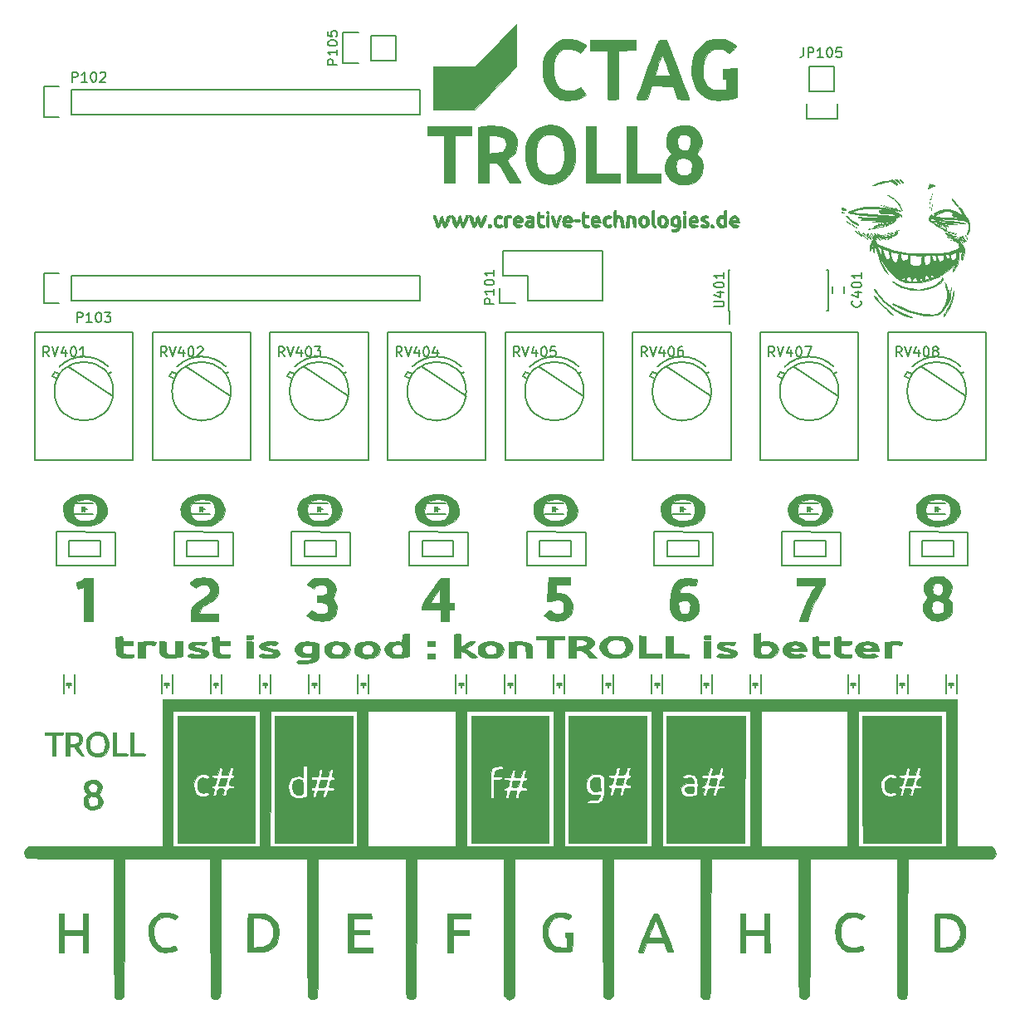
<source format=gto>
G04 #@! TF.FileFunction,Legend,Top*
%FSLAX46Y46*%
G04 Gerber Fmt 4.6, Leading zero omitted, Abs format (unit mm)*
G04 Created by KiCad (PCBNEW 4.0.1-stable) date 31/12/2015 22:44:44*
%MOMM*%
G01*
G04 APERTURE LIST*
%ADD10C,0.100000*%
%ADD11C,0.150000*%
%ADD12C,0.010000*%
%ADD13C,0.165000*%
G04 APERTURE END LIST*
D10*
D11*
X145080000Y-74310000D02*
X145080000Y-75010000D01*
X143880000Y-75010000D02*
X143880000Y-74310000D01*
X65450000Y-113900000D02*
X65450000Y-115800000D01*
X66550000Y-113900000D02*
X66550000Y-115800000D01*
X66000000Y-114800000D02*
X66000000Y-115250000D01*
X66250000Y-114750000D02*
X65750000Y-114750000D01*
X66000000Y-114750000D02*
X66250000Y-115000000D01*
X66250000Y-115000000D02*
X65750000Y-115000000D01*
X65750000Y-115000000D02*
X66000000Y-114750000D01*
X75450000Y-113900000D02*
X75450000Y-115800000D01*
X76550000Y-113900000D02*
X76550000Y-115800000D01*
X76000000Y-114800000D02*
X76000000Y-115250000D01*
X76250000Y-114750000D02*
X75750000Y-114750000D01*
X76000000Y-114750000D02*
X76250000Y-115000000D01*
X76250000Y-115000000D02*
X75750000Y-115000000D01*
X75750000Y-115000000D02*
X76000000Y-114750000D01*
X80450000Y-113900000D02*
X80450000Y-115800000D01*
X81550000Y-113900000D02*
X81550000Y-115800000D01*
X81000000Y-114800000D02*
X81000000Y-115250000D01*
X81250000Y-114750000D02*
X80750000Y-114750000D01*
X81000000Y-114750000D02*
X81250000Y-115000000D01*
X81250000Y-115000000D02*
X80750000Y-115000000D01*
X80750000Y-115000000D02*
X81000000Y-114750000D01*
X85450000Y-113900000D02*
X85450000Y-115800000D01*
X86550000Y-113900000D02*
X86550000Y-115800000D01*
X86000000Y-114800000D02*
X86000000Y-115250000D01*
X86250000Y-114750000D02*
X85750000Y-114750000D01*
X86000000Y-114750000D02*
X86250000Y-115000000D01*
X86250000Y-115000000D02*
X85750000Y-115000000D01*
X85750000Y-115000000D02*
X86000000Y-114750000D01*
X90450000Y-113900000D02*
X90450000Y-115800000D01*
X91550000Y-113900000D02*
X91550000Y-115800000D01*
X91000000Y-114800000D02*
X91000000Y-115250000D01*
X91250000Y-114750000D02*
X90750000Y-114750000D01*
X91000000Y-114750000D02*
X91250000Y-115000000D01*
X91250000Y-115000000D02*
X90750000Y-115000000D01*
X90750000Y-115000000D02*
X91000000Y-114750000D01*
X95450000Y-113900000D02*
X95450000Y-115800000D01*
X96550000Y-113900000D02*
X96550000Y-115800000D01*
X96000000Y-114800000D02*
X96000000Y-115250000D01*
X96250000Y-114750000D02*
X95750000Y-114750000D01*
X96000000Y-114750000D02*
X96250000Y-115000000D01*
X96250000Y-115000000D02*
X95750000Y-115000000D01*
X95750000Y-115000000D02*
X96000000Y-114750000D01*
X105450000Y-113900000D02*
X105450000Y-115800000D01*
X106550000Y-113900000D02*
X106550000Y-115800000D01*
X106000000Y-114800000D02*
X106000000Y-115250000D01*
X106250000Y-114750000D02*
X105750000Y-114750000D01*
X106000000Y-114750000D02*
X106250000Y-115000000D01*
X106250000Y-115000000D02*
X105750000Y-115000000D01*
X105750000Y-115000000D02*
X106000000Y-114750000D01*
X110450000Y-113900000D02*
X110450000Y-115800000D01*
X111550000Y-113900000D02*
X111550000Y-115800000D01*
X111000000Y-114800000D02*
X111000000Y-115250000D01*
X111250000Y-114750000D02*
X110750000Y-114750000D01*
X111000000Y-114750000D02*
X111250000Y-115000000D01*
X111250000Y-115000000D02*
X110750000Y-115000000D01*
X110750000Y-115000000D02*
X111000000Y-114750000D01*
X115450000Y-113900000D02*
X115450000Y-115800000D01*
X116550000Y-113900000D02*
X116550000Y-115800000D01*
X116000000Y-114800000D02*
X116000000Y-115250000D01*
X116250000Y-114750000D02*
X115750000Y-114750000D01*
X116000000Y-114750000D02*
X116250000Y-115000000D01*
X116250000Y-115000000D02*
X115750000Y-115000000D01*
X115750000Y-115000000D02*
X116000000Y-114750000D01*
X120450000Y-113900000D02*
X120450000Y-115800000D01*
X121550000Y-113900000D02*
X121550000Y-115800000D01*
X121000000Y-114800000D02*
X121000000Y-115250000D01*
X121250000Y-114750000D02*
X120750000Y-114750000D01*
X121000000Y-114750000D02*
X121250000Y-115000000D01*
X121250000Y-115000000D02*
X120750000Y-115000000D01*
X120750000Y-115000000D02*
X121000000Y-114750000D01*
X125450000Y-113900000D02*
X125450000Y-115800000D01*
X126550000Y-113900000D02*
X126550000Y-115800000D01*
X126000000Y-114800000D02*
X126000000Y-115250000D01*
X126250000Y-114750000D02*
X125750000Y-114750000D01*
X126000000Y-114750000D02*
X126250000Y-115000000D01*
X126250000Y-115000000D02*
X125750000Y-115000000D01*
X125750000Y-115000000D02*
X126000000Y-114750000D01*
X130450000Y-113900000D02*
X130450000Y-115800000D01*
X131550000Y-113900000D02*
X131550000Y-115800000D01*
X131000000Y-114800000D02*
X131000000Y-115250000D01*
X131250000Y-114750000D02*
X130750000Y-114750000D01*
X131000000Y-114750000D02*
X131250000Y-115000000D01*
X131250000Y-115000000D02*
X130750000Y-115000000D01*
X130750000Y-115000000D02*
X131000000Y-114750000D01*
X135450000Y-113900000D02*
X135450000Y-115800000D01*
X136550000Y-113900000D02*
X136550000Y-115800000D01*
X136000000Y-114800000D02*
X136000000Y-115250000D01*
X136250000Y-114750000D02*
X135750000Y-114750000D01*
X136000000Y-114750000D02*
X136250000Y-115000000D01*
X136250000Y-115000000D02*
X135750000Y-115000000D01*
X135750000Y-115000000D02*
X136000000Y-114750000D01*
X145450000Y-113900000D02*
X145450000Y-115800000D01*
X146550000Y-113900000D02*
X146550000Y-115800000D01*
X146000000Y-114800000D02*
X146000000Y-115250000D01*
X146250000Y-114750000D02*
X145750000Y-114750000D01*
X146000000Y-114750000D02*
X146250000Y-115000000D01*
X146250000Y-115000000D02*
X145750000Y-115000000D01*
X145750000Y-115000000D02*
X146000000Y-114750000D01*
X150450000Y-113900000D02*
X150450000Y-115800000D01*
X151550000Y-113900000D02*
X151550000Y-115800000D01*
X151000000Y-114800000D02*
X151000000Y-115250000D01*
X151250000Y-114750000D02*
X150750000Y-114750000D01*
X151000000Y-114750000D02*
X151250000Y-115000000D01*
X151250000Y-115000000D02*
X150750000Y-115000000D01*
X150750000Y-115000000D02*
X151000000Y-114750000D01*
X155450000Y-113900000D02*
X155450000Y-115800000D01*
X156550000Y-113900000D02*
X156550000Y-115800000D01*
X156000000Y-114800000D02*
X156000000Y-115250000D01*
X156250000Y-114750000D02*
X155750000Y-114750000D01*
X156000000Y-114750000D02*
X156250000Y-115000000D01*
X156250000Y-115000000D02*
X155750000Y-115000000D01*
X155750000Y-115000000D02*
X156000000Y-114750000D01*
X66500000Y-97550000D02*
X68400000Y-97550000D01*
X66500000Y-96450000D02*
X68400000Y-96450000D01*
X67400000Y-97000000D02*
X67850000Y-97000000D01*
X67350000Y-96750000D02*
X67350000Y-97250000D01*
X67350000Y-97000000D02*
X67600000Y-96750000D01*
X67600000Y-96750000D02*
X67600000Y-97250000D01*
X67600000Y-97250000D02*
X67350000Y-97000000D01*
X78500000Y-97550000D02*
X80400000Y-97550000D01*
X78500000Y-96450000D02*
X80400000Y-96450000D01*
X79400000Y-97000000D02*
X79850000Y-97000000D01*
X79350000Y-96750000D02*
X79350000Y-97250000D01*
X79350000Y-97000000D02*
X79600000Y-96750000D01*
X79600000Y-96750000D02*
X79600000Y-97250000D01*
X79600000Y-97250000D02*
X79350000Y-97000000D01*
X90500000Y-97550000D02*
X92400000Y-97550000D01*
X90500000Y-96450000D02*
X92400000Y-96450000D01*
X91400000Y-97000000D02*
X91850000Y-97000000D01*
X91350000Y-96750000D02*
X91350000Y-97250000D01*
X91350000Y-97000000D02*
X91600000Y-96750000D01*
X91600000Y-96750000D02*
X91600000Y-97250000D01*
X91600000Y-97250000D02*
X91350000Y-97000000D01*
X102500000Y-97550000D02*
X104400000Y-97550000D01*
X102500000Y-96450000D02*
X104400000Y-96450000D01*
X103400000Y-97000000D02*
X103850000Y-97000000D01*
X103350000Y-96750000D02*
X103350000Y-97250000D01*
X103350000Y-97000000D02*
X103600000Y-96750000D01*
X103600000Y-96750000D02*
X103600000Y-97250000D01*
X103600000Y-97250000D02*
X103350000Y-97000000D01*
X114500000Y-97550000D02*
X116400000Y-97550000D01*
X114500000Y-96450000D02*
X116400000Y-96450000D01*
X115400000Y-97000000D02*
X115850000Y-97000000D01*
X115350000Y-96750000D02*
X115350000Y-97250000D01*
X115350000Y-97000000D02*
X115600000Y-96750000D01*
X115600000Y-96750000D02*
X115600000Y-97250000D01*
X115600000Y-97250000D02*
X115350000Y-97000000D01*
X127500000Y-97550000D02*
X129400000Y-97550000D01*
X127500000Y-96450000D02*
X129400000Y-96450000D01*
X128400000Y-97000000D02*
X128850000Y-97000000D01*
X128350000Y-96750000D02*
X128350000Y-97250000D01*
X128350000Y-97000000D02*
X128600000Y-96750000D01*
X128600000Y-96750000D02*
X128600000Y-97250000D01*
X128600000Y-97250000D02*
X128350000Y-97000000D01*
X140500000Y-97550000D02*
X142400000Y-97550000D01*
X140500000Y-96450000D02*
X142400000Y-96450000D01*
X141400000Y-97000000D02*
X141850000Y-97000000D01*
X141350000Y-96750000D02*
X141350000Y-97250000D01*
X141350000Y-97000000D02*
X141600000Y-96750000D01*
X141600000Y-96750000D02*
X141600000Y-97250000D01*
X141600000Y-97250000D02*
X141350000Y-97000000D01*
X153500000Y-97550000D02*
X155400000Y-97550000D01*
X153500000Y-96450000D02*
X155400000Y-96450000D01*
X154400000Y-97000000D02*
X154850000Y-97000000D01*
X154350000Y-96750000D02*
X154350000Y-97250000D01*
X154350000Y-97000000D02*
X154600000Y-96750000D01*
X154600000Y-96750000D02*
X154600000Y-97250000D01*
X154600000Y-97250000D02*
X154350000Y-97000000D01*
X69200000Y-101800000D02*
X66000000Y-101800000D01*
X66000000Y-101800000D02*
X66000000Y-100200000D01*
X66000000Y-100200000D02*
X69200000Y-100200000D01*
X69200000Y-100200000D02*
X69200000Y-101800000D01*
X70700000Y-101000000D02*
X70700000Y-102800000D01*
X70700000Y-102800000D02*
X64700000Y-102800000D01*
X64700000Y-102800000D02*
X64700000Y-99300000D01*
X64700000Y-99300000D02*
X70700000Y-99400000D01*
X70700000Y-99400000D02*
X70700000Y-101000000D01*
X81200000Y-101800000D02*
X78000000Y-101800000D01*
X78000000Y-101800000D02*
X78000000Y-100200000D01*
X78000000Y-100200000D02*
X81200000Y-100200000D01*
X81200000Y-100200000D02*
X81200000Y-101800000D01*
X82700000Y-101000000D02*
X82700000Y-102800000D01*
X82700000Y-102800000D02*
X76700000Y-102800000D01*
X76700000Y-102800000D02*
X76700000Y-99300000D01*
X76700000Y-99300000D02*
X82700000Y-99400000D01*
X82700000Y-99400000D02*
X82700000Y-101000000D01*
X93200000Y-101800000D02*
X90000000Y-101800000D01*
X90000000Y-101800000D02*
X90000000Y-100200000D01*
X90000000Y-100200000D02*
X93200000Y-100200000D01*
X93200000Y-100200000D02*
X93200000Y-101800000D01*
X94700000Y-101000000D02*
X94700000Y-102800000D01*
X94700000Y-102800000D02*
X88700000Y-102800000D01*
X88700000Y-102800000D02*
X88700000Y-99300000D01*
X88700000Y-99300000D02*
X94700000Y-99400000D01*
X94700000Y-99400000D02*
X94700000Y-101000000D01*
X105200000Y-101800000D02*
X102000000Y-101800000D01*
X102000000Y-101800000D02*
X102000000Y-100200000D01*
X102000000Y-100200000D02*
X105200000Y-100200000D01*
X105200000Y-100200000D02*
X105200000Y-101800000D01*
X106700000Y-101000000D02*
X106700000Y-102800000D01*
X106700000Y-102800000D02*
X100700000Y-102800000D01*
X100700000Y-102800000D02*
X100700000Y-99300000D01*
X100700000Y-99300000D02*
X106700000Y-99400000D01*
X106700000Y-99400000D02*
X106700000Y-101000000D01*
X117200000Y-101800000D02*
X114000000Y-101800000D01*
X114000000Y-101800000D02*
X114000000Y-100200000D01*
X114000000Y-100200000D02*
X117200000Y-100200000D01*
X117200000Y-100200000D02*
X117200000Y-101800000D01*
X118700000Y-101000000D02*
X118700000Y-102800000D01*
X118700000Y-102800000D02*
X112700000Y-102800000D01*
X112700000Y-102800000D02*
X112700000Y-99300000D01*
X112700000Y-99300000D02*
X118700000Y-99400000D01*
X118700000Y-99400000D02*
X118700000Y-101000000D01*
X130200000Y-101800000D02*
X127000000Y-101800000D01*
X127000000Y-101800000D02*
X127000000Y-100200000D01*
X127000000Y-100200000D02*
X130200000Y-100200000D01*
X130200000Y-100200000D02*
X130200000Y-101800000D01*
X131700000Y-101000000D02*
X131700000Y-102800000D01*
X131700000Y-102800000D02*
X125700000Y-102800000D01*
X125700000Y-102800000D02*
X125700000Y-99300000D01*
X125700000Y-99300000D02*
X131700000Y-99400000D01*
X131700000Y-99400000D02*
X131700000Y-101000000D01*
X143200000Y-101800000D02*
X140000000Y-101800000D01*
X140000000Y-101800000D02*
X140000000Y-100200000D01*
X140000000Y-100200000D02*
X143200000Y-100200000D01*
X143200000Y-100200000D02*
X143200000Y-101800000D01*
X144700000Y-101000000D02*
X144700000Y-102800000D01*
X144700000Y-102800000D02*
X138700000Y-102800000D01*
X138700000Y-102800000D02*
X138700000Y-99300000D01*
X138700000Y-99300000D02*
X144700000Y-99400000D01*
X144700000Y-99400000D02*
X144700000Y-101000000D01*
X156200000Y-101800000D02*
X153000000Y-101800000D01*
X153000000Y-101800000D02*
X153000000Y-100200000D01*
X153000000Y-100200000D02*
X156200000Y-100200000D01*
X156200000Y-100200000D02*
X156200000Y-101800000D01*
X157700000Y-101000000D02*
X157700000Y-102800000D01*
X157700000Y-102800000D02*
X151700000Y-102800000D01*
X151700000Y-102800000D02*
X151700000Y-99300000D01*
X151700000Y-99300000D02*
X157700000Y-99400000D01*
X157700000Y-99400000D02*
X157700000Y-101000000D01*
X133265000Y-76755000D02*
X133370000Y-76755000D01*
X133265000Y-72605000D02*
X133370000Y-72605000D01*
X143415000Y-72605000D02*
X143310000Y-72605000D01*
X143415000Y-76755000D02*
X143310000Y-76755000D01*
X133265000Y-76755000D02*
X133265000Y-72605000D01*
X143415000Y-76755000D02*
X143415000Y-72605000D01*
X133370000Y-76755000D02*
X133370000Y-78130000D01*
X112770000Y-75770000D02*
X120390000Y-75770000D01*
X120390000Y-75770000D02*
X120390000Y-70690000D01*
X120390000Y-70690000D02*
X110230000Y-70690000D01*
X110230000Y-70690000D02*
X110230000Y-73230000D01*
X109950000Y-74500000D02*
X109950000Y-76050000D01*
X110230000Y-73230000D02*
X112770000Y-73230000D01*
X112770000Y-73230000D02*
X112770000Y-75770000D01*
X109950000Y-76050000D02*
X111500000Y-76050000D01*
X66270000Y-56770000D02*
X101830000Y-56770000D01*
X101830000Y-56770000D02*
X101830000Y-54230000D01*
X101830000Y-54230000D02*
X66270000Y-54230000D01*
X63450000Y-53950000D02*
X65000000Y-53950000D01*
X66270000Y-54230000D02*
X66270000Y-56770000D01*
X65000000Y-57050000D02*
X63450000Y-57050000D01*
X63450000Y-57050000D02*
X63450000Y-53950000D01*
X66270000Y-75770000D02*
X101830000Y-75770000D01*
X101830000Y-75770000D02*
X101830000Y-73230000D01*
X101830000Y-73230000D02*
X66270000Y-73230000D01*
X63450000Y-72950000D02*
X65000000Y-72950000D01*
X66270000Y-73230000D02*
X66270000Y-75770000D01*
X65000000Y-76050000D02*
X63450000Y-76050000D01*
X63450000Y-76050000D02*
X63450000Y-72950000D01*
X96770000Y-48730000D02*
X99310000Y-48730000D01*
X93950000Y-48450000D02*
X95500000Y-48450000D01*
X96770000Y-48730000D02*
X96770000Y-51270000D01*
X95500000Y-51550000D02*
X93950000Y-51550000D01*
X93950000Y-51550000D02*
X93950000Y-48450000D01*
X96770000Y-51270000D02*
X99310000Y-51270000D01*
X99310000Y-51270000D02*
X99310000Y-48730000D01*
X141530000Y-54430000D02*
X141530000Y-51890000D01*
X141250000Y-57250000D02*
X141250000Y-55700000D01*
X141530000Y-54430000D02*
X144070000Y-54430000D01*
X144350000Y-55700000D02*
X144350000Y-57250000D01*
X144350000Y-57250000D02*
X141250000Y-57250000D01*
X144070000Y-54430000D02*
X144070000Y-51890000D01*
X144070000Y-51890000D02*
X141530000Y-51890000D01*
X70000000Y-83250000D02*
X70250000Y-83000000D01*
X70000000Y-82500000D02*
G75*
G03X65000000Y-82500000I-2500000J-2500000D01*
G01*
X64500000Y-83000000D02*
X65000000Y-83250000D01*
X65000000Y-83250000D02*
X64750000Y-83750000D01*
X64750000Y-83750000D02*
X64250000Y-83500000D01*
X64250000Y-83500000D02*
X64500000Y-83000000D01*
X66000000Y-82500000D02*
X70500000Y-85500000D01*
X70500000Y-85000000D02*
G75*
G03X70500000Y-85000000I-3000000J0D01*
G01*
X72500000Y-85000000D02*
X72500000Y-79000000D01*
X72500000Y-79000000D02*
X62500000Y-79000000D01*
X62500000Y-79000000D02*
X62500000Y-92000000D01*
X62500000Y-92000000D02*
X72500000Y-92000000D01*
X72500000Y-92000000D02*
X72500000Y-85000000D01*
X82000000Y-83250000D02*
X82250000Y-83000000D01*
X82000000Y-82500000D02*
G75*
G03X77000000Y-82500000I-2500000J-2500000D01*
G01*
X76500000Y-83000000D02*
X77000000Y-83250000D01*
X77000000Y-83250000D02*
X76750000Y-83750000D01*
X76750000Y-83750000D02*
X76250000Y-83500000D01*
X76250000Y-83500000D02*
X76500000Y-83000000D01*
X78000000Y-82500000D02*
X82500000Y-85500000D01*
X82500000Y-85000000D02*
G75*
G03X82500000Y-85000000I-3000000J0D01*
G01*
X84500000Y-85000000D02*
X84500000Y-79000000D01*
X84500000Y-79000000D02*
X74500000Y-79000000D01*
X74500000Y-79000000D02*
X74500000Y-92000000D01*
X74500000Y-92000000D02*
X84500000Y-92000000D01*
X84500000Y-92000000D02*
X84500000Y-85000000D01*
X94000000Y-83250000D02*
X94250000Y-83000000D01*
X94000000Y-82500000D02*
G75*
G03X89000000Y-82500000I-2500000J-2500000D01*
G01*
X88500000Y-83000000D02*
X89000000Y-83250000D01*
X89000000Y-83250000D02*
X88750000Y-83750000D01*
X88750000Y-83750000D02*
X88250000Y-83500000D01*
X88250000Y-83500000D02*
X88500000Y-83000000D01*
X90000000Y-82500000D02*
X94500000Y-85500000D01*
X94500000Y-85000000D02*
G75*
G03X94500000Y-85000000I-3000000J0D01*
G01*
X96500000Y-85000000D02*
X96500000Y-79000000D01*
X96500000Y-79000000D02*
X86500000Y-79000000D01*
X86500000Y-79000000D02*
X86500000Y-92000000D01*
X86500000Y-92000000D02*
X96500000Y-92000000D01*
X96500000Y-92000000D02*
X96500000Y-85000000D01*
X106000000Y-83250000D02*
X106250000Y-83000000D01*
X106000000Y-82500000D02*
G75*
G03X101000000Y-82500000I-2500000J-2500000D01*
G01*
X100500000Y-83000000D02*
X101000000Y-83250000D01*
X101000000Y-83250000D02*
X100750000Y-83750000D01*
X100750000Y-83750000D02*
X100250000Y-83500000D01*
X100250000Y-83500000D02*
X100500000Y-83000000D01*
X102000000Y-82500000D02*
X106500000Y-85500000D01*
X106500000Y-85000000D02*
G75*
G03X106500000Y-85000000I-3000000J0D01*
G01*
X108500000Y-85000000D02*
X108500000Y-79000000D01*
X108500000Y-79000000D02*
X98500000Y-79000000D01*
X98500000Y-79000000D02*
X98500000Y-92000000D01*
X98500000Y-92000000D02*
X108500000Y-92000000D01*
X108500000Y-92000000D02*
X108500000Y-85000000D01*
X118000000Y-83250000D02*
X118250000Y-83000000D01*
X118000000Y-82500000D02*
G75*
G03X113000000Y-82500000I-2500000J-2500000D01*
G01*
X112500000Y-83000000D02*
X113000000Y-83250000D01*
X113000000Y-83250000D02*
X112750000Y-83750000D01*
X112750000Y-83750000D02*
X112250000Y-83500000D01*
X112250000Y-83500000D02*
X112500000Y-83000000D01*
X114000000Y-82500000D02*
X118500000Y-85500000D01*
X118500000Y-85000000D02*
G75*
G03X118500000Y-85000000I-3000000J0D01*
G01*
X120500000Y-85000000D02*
X120500000Y-79000000D01*
X120500000Y-79000000D02*
X110500000Y-79000000D01*
X110500000Y-79000000D02*
X110500000Y-92000000D01*
X110500000Y-92000000D02*
X120500000Y-92000000D01*
X120500000Y-92000000D02*
X120500000Y-85000000D01*
X131000000Y-83250000D02*
X131250000Y-83000000D01*
X131000000Y-82500000D02*
G75*
G03X126000000Y-82500000I-2500000J-2500000D01*
G01*
X125500000Y-83000000D02*
X126000000Y-83250000D01*
X126000000Y-83250000D02*
X125750000Y-83750000D01*
X125750000Y-83750000D02*
X125250000Y-83500000D01*
X125250000Y-83500000D02*
X125500000Y-83000000D01*
X127000000Y-82500000D02*
X131500000Y-85500000D01*
X131500000Y-85000000D02*
G75*
G03X131500000Y-85000000I-3000000J0D01*
G01*
X133500000Y-85000000D02*
X133500000Y-79000000D01*
X133500000Y-79000000D02*
X123500000Y-79000000D01*
X123500000Y-79000000D02*
X123500000Y-92000000D01*
X123500000Y-92000000D02*
X133500000Y-92000000D01*
X133500000Y-92000000D02*
X133500000Y-85000000D01*
X144000000Y-83250000D02*
X144250000Y-83000000D01*
X144000000Y-82500000D02*
G75*
G03X139000000Y-82500000I-2500000J-2500000D01*
G01*
X138500000Y-83000000D02*
X139000000Y-83250000D01*
X139000000Y-83250000D02*
X138750000Y-83750000D01*
X138750000Y-83750000D02*
X138250000Y-83500000D01*
X138250000Y-83500000D02*
X138500000Y-83000000D01*
X140000000Y-82500000D02*
X144500000Y-85500000D01*
X144500000Y-85000000D02*
G75*
G03X144500000Y-85000000I-3000000J0D01*
G01*
X146500000Y-85000000D02*
X146500000Y-79000000D01*
X146500000Y-79000000D02*
X136500000Y-79000000D01*
X136500000Y-79000000D02*
X136500000Y-92000000D01*
X136500000Y-92000000D02*
X146500000Y-92000000D01*
X146500000Y-92000000D02*
X146500000Y-85000000D01*
X157000000Y-83250000D02*
X157250000Y-83000000D01*
X157000000Y-82500000D02*
G75*
G03X152000000Y-82500000I-2500000J-2500000D01*
G01*
X151500000Y-83000000D02*
X152000000Y-83250000D01*
X152000000Y-83250000D02*
X151750000Y-83750000D01*
X151750000Y-83750000D02*
X151250000Y-83500000D01*
X151250000Y-83500000D02*
X151500000Y-83000000D01*
X153000000Y-82500000D02*
X157500000Y-85500000D01*
X157500000Y-85000000D02*
G75*
G03X157500000Y-85000000I-3000000J0D01*
G01*
X159500000Y-85000000D02*
X159500000Y-79000000D01*
X159500000Y-79000000D02*
X149500000Y-79000000D01*
X149500000Y-79000000D02*
X149500000Y-92000000D01*
X149500000Y-92000000D02*
X159500000Y-92000000D01*
X159500000Y-92000000D02*
X159500000Y-85000000D01*
D12*
G36*
X156533583Y-116899125D02*
X156533708Y-117028243D01*
X156533792Y-117275487D01*
X156533833Y-117631981D01*
X156533834Y-118088851D01*
X156533796Y-118637220D01*
X156533721Y-119268215D01*
X156533609Y-119972960D01*
X156533462Y-120742581D01*
X156533280Y-121568202D01*
X156533066Y-122440949D01*
X156532821Y-123351947D01*
X156532545Y-124292320D01*
X156532516Y-124389331D01*
X156530366Y-131387413D01*
X158346477Y-131406081D01*
X160162589Y-131424750D01*
X160347794Y-131632126D01*
X160499881Y-131879076D01*
X160529777Y-132132685D01*
X160436882Y-132377526D01*
X160379769Y-132453084D01*
X160226539Y-132631250D01*
X155887144Y-132663000D01*
X151547750Y-132694750D01*
X151516000Y-139732501D01*
X151511020Y-140828259D01*
X151506426Y-141804074D01*
X151502059Y-142667005D01*
X151497764Y-143424106D01*
X151493383Y-144082435D01*
X151488758Y-144649049D01*
X151483733Y-145131004D01*
X151478151Y-145535356D01*
X151471854Y-145869164D01*
X151464685Y-146139483D01*
X151456488Y-146353369D01*
X151447105Y-146517880D01*
X151436379Y-146640073D01*
X151424153Y-146727004D01*
X151410269Y-146785729D01*
X151394572Y-146823305D01*
X151376903Y-146846790D01*
X151357250Y-146863134D01*
X151110858Y-146980141D01*
X150869500Y-146983043D01*
X150658857Y-146876996D01*
X150517729Y-146694580D01*
X150504690Y-146642991D01*
X150493043Y-146538646D01*
X150482721Y-146375617D01*
X150473657Y-146147976D01*
X150465783Y-145849796D01*
X150459032Y-145475148D01*
X150453338Y-145018105D01*
X150448633Y-144472738D01*
X150444850Y-143833120D01*
X150441922Y-143093323D01*
X150439782Y-142247419D01*
X150438363Y-141289480D01*
X150437598Y-140213577D01*
X150437436Y-139600375D01*
X150436500Y-132663000D01*
X141546500Y-132663000D01*
X141546401Y-139568625D01*
X141546288Y-140657600D01*
X141545909Y-141626797D01*
X141545149Y-142483439D01*
X141543897Y-143234746D01*
X141542040Y-143887941D01*
X141539465Y-144450245D01*
X141536060Y-144928881D01*
X141531711Y-145331070D01*
X141526308Y-145664035D01*
X141519736Y-145934997D01*
X141511883Y-146151178D01*
X141502638Y-146319800D01*
X141491886Y-146448084D01*
X141479515Y-146543254D01*
X141465413Y-146612530D01*
X141449468Y-146663135D01*
X141435276Y-146695093D01*
X141279090Y-146889681D01*
X141077477Y-146985729D01*
X140862011Y-146985328D01*
X140664264Y-146890569D01*
X140515812Y-146703544D01*
X140486459Y-146632255D01*
X140473647Y-146561597D01*
X140462166Y-146425014D01*
X140451956Y-146217251D01*
X140442960Y-145933055D01*
X140435118Y-145567173D01*
X140428372Y-145114352D01*
X140422663Y-144569339D01*
X140417932Y-143926879D01*
X140414120Y-143181720D01*
X140411168Y-142328608D01*
X140409019Y-141362290D01*
X140407612Y-140277514D01*
X140407084Y-139536446D01*
X140403500Y-132662142D01*
X131481750Y-132694750D01*
X131450000Y-139725117D01*
X131445177Y-140836749D01*
X131441026Y-141828275D01*
X131437117Y-142706586D01*
X131433019Y-143478570D01*
X131428303Y-144151117D01*
X131422537Y-144731116D01*
X131415292Y-145225458D01*
X131406138Y-145641032D01*
X131394645Y-145984728D01*
X131380382Y-146263434D01*
X131362919Y-146484041D01*
X131341826Y-146653439D01*
X131316673Y-146778516D01*
X131287029Y-146866163D01*
X131252465Y-146923268D01*
X131212550Y-146956722D01*
X131166855Y-146973415D01*
X131114948Y-146980235D01*
X131056400Y-146984072D01*
X130996332Y-146990886D01*
X130812934Y-146995705D01*
X130659223Y-146924096D01*
X130587980Y-146867263D01*
X130402250Y-146707513D01*
X130385554Y-139685256D01*
X130368858Y-132663000D01*
X121544000Y-132663000D01*
X121544000Y-146642769D01*
X121358384Y-146828384D01*
X121150312Y-146976909D01*
X120941711Y-147000067D01*
X120722050Y-146898180D01*
X120660149Y-146849839D01*
X120465055Y-146685678D01*
X120448902Y-139690214D01*
X120432750Y-132694750D01*
X111479250Y-132694750D01*
X111464193Y-139648000D01*
X111461170Y-140844560D01*
X111457526Y-141918018D01*
X111453213Y-142872271D01*
X111448184Y-143711215D01*
X111442390Y-144438748D01*
X111435784Y-145058767D01*
X111428320Y-145575167D01*
X111419949Y-145991846D01*
X111410625Y-146312700D01*
X111400298Y-146541627D01*
X111388923Y-146682522D01*
X111377841Y-146737110D01*
X111237125Y-146888722D01*
X111027632Y-146989798D01*
X110868127Y-147014000D01*
X110742939Y-146971043D01*
X110591959Y-146864291D01*
X110553615Y-146828384D01*
X110368000Y-146642769D01*
X110368000Y-132662142D01*
X101446250Y-132694750D01*
X101414500Y-139732501D01*
X101409520Y-140828259D01*
X101404926Y-141804074D01*
X101400559Y-142667005D01*
X101396264Y-143424106D01*
X101391883Y-144082435D01*
X101387258Y-144649049D01*
X101382233Y-145131004D01*
X101376651Y-145535356D01*
X101370354Y-145869164D01*
X101363185Y-146139483D01*
X101354988Y-146353369D01*
X101345605Y-146517880D01*
X101334879Y-146640073D01*
X101322653Y-146727004D01*
X101308769Y-146785729D01*
X101293072Y-146823305D01*
X101275403Y-146846790D01*
X101255750Y-146863134D01*
X101009358Y-146980141D01*
X100768000Y-146983043D01*
X100557357Y-146876996D01*
X100416229Y-146694580D01*
X100403191Y-146642992D01*
X100391544Y-146538648D01*
X100381222Y-146375621D01*
X100372158Y-146147984D01*
X100364284Y-145849808D01*
X100357533Y-145475165D01*
X100351839Y-145018128D01*
X100347134Y-144472770D01*
X100343351Y-143833162D01*
X100340423Y-143093376D01*
X100338283Y-142247486D01*
X100336864Y-141289562D01*
X100336098Y-140213679D01*
X100335936Y-139599946D01*
X100335000Y-132662142D01*
X91413250Y-132694750D01*
X91381500Y-139732501D01*
X91376520Y-140828259D01*
X91371926Y-141804074D01*
X91367559Y-142667005D01*
X91363264Y-143424106D01*
X91358883Y-144082435D01*
X91354258Y-144649049D01*
X91349233Y-145131004D01*
X91343651Y-145535356D01*
X91337354Y-145869164D01*
X91330185Y-146139483D01*
X91321988Y-146353369D01*
X91312605Y-146517880D01*
X91301879Y-146640073D01*
X91289653Y-146727004D01*
X91275769Y-146785729D01*
X91260072Y-146823305D01*
X91242403Y-146846790D01*
X91222750Y-146863134D01*
X90976358Y-146980141D01*
X90735000Y-146983043D01*
X90524357Y-146876996D01*
X90383229Y-146694580D01*
X90370190Y-146642991D01*
X90358543Y-146538646D01*
X90348221Y-146375617D01*
X90339157Y-146147976D01*
X90331283Y-145849796D01*
X90324532Y-145475148D01*
X90318838Y-145018105D01*
X90314133Y-144472738D01*
X90310350Y-143833120D01*
X90307422Y-143093323D01*
X90305282Y-142247419D01*
X90303863Y-141289480D01*
X90303098Y-140213577D01*
X90302936Y-139600375D01*
X90302000Y-132663000D01*
X81475500Y-132663000D01*
X81474563Y-139600375D01*
X81474114Y-140740491D01*
X81473046Y-141759537D01*
X81471293Y-142663440D01*
X81468787Y-143458128D01*
X81465460Y-144149528D01*
X81461247Y-144743570D01*
X81456080Y-145246180D01*
X81449891Y-145663287D01*
X81442615Y-146000818D01*
X81434183Y-146264702D01*
X81424528Y-146460867D01*
X81413584Y-146595239D01*
X81401284Y-146673748D01*
X81394270Y-146694580D01*
X81232714Y-146893493D01*
X81017530Y-146988057D01*
X80774397Y-146973115D01*
X80554750Y-146863134D01*
X80534967Y-146846660D01*
X80517313Y-146823103D01*
X80501628Y-146785405D01*
X80487757Y-146726510D01*
X80475542Y-146639361D01*
X80464825Y-146516902D01*
X80455451Y-146352075D01*
X80447261Y-146137824D01*
X80440099Y-145867093D01*
X80433808Y-145532824D01*
X80428230Y-145127962D01*
X80423208Y-144645449D01*
X80418586Y-144078229D01*
X80414205Y-143419244D01*
X80409910Y-142661439D01*
X80405543Y-141797757D01*
X80400946Y-140821140D01*
X80396000Y-139732501D01*
X80364250Y-132694750D01*
X75999445Y-132678437D01*
X71634641Y-132662125D01*
X71617945Y-139684819D01*
X71601250Y-146707513D01*
X71423084Y-146860756D01*
X71205239Y-146987442D01*
X70970759Y-146994573D01*
X70829872Y-146950924D01*
X70697203Y-146871761D01*
X70639372Y-146812074D01*
X70631889Y-146738605D01*
X70624146Y-146546352D01*
X70616245Y-146243534D01*
X70608283Y-145838366D01*
X70600362Y-145339066D01*
X70592579Y-144753849D01*
X70585034Y-144090934D01*
X70577828Y-143358535D01*
X70571058Y-142564871D01*
X70564824Y-141718158D01*
X70559227Y-140826613D01*
X70554364Y-139898451D01*
X70553500Y-139711500D01*
X70521750Y-132694750D01*
X66140250Y-132663000D01*
X65404429Y-132656944D01*
X64705106Y-132649787D01*
X64052766Y-132641724D01*
X63457892Y-132632951D01*
X62930970Y-132623665D01*
X62482483Y-132614060D01*
X62122916Y-132604333D01*
X61862753Y-132594681D01*
X61712480Y-132585299D01*
X61678923Y-132579598D01*
X61596121Y-132490245D01*
X61503956Y-132343829D01*
X61498678Y-132333759D01*
X61429758Y-132072677D01*
X61476592Y-131810823D01*
X61632870Y-131582483D01*
X61637826Y-131577780D01*
X61800709Y-131424750D01*
X68653604Y-131408036D01*
X75506500Y-131391322D01*
X75506500Y-117550000D01*
X76586000Y-117550000D01*
X76586000Y-131393000D01*
X85412500Y-131393000D01*
X86491435Y-131393000D01*
X95382564Y-131393000D01*
X95350250Y-117581750D01*
X86523750Y-117581750D01*
X86507592Y-124487375D01*
X86491435Y-131393000D01*
X85412500Y-131393000D01*
X85412500Y-117550000D01*
X96461500Y-117550000D01*
X96461500Y-131393000D01*
X105415000Y-131393000D01*
X106493935Y-131393000D01*
X115448564Y-131393000D01*
X115416250Y-117581750D01*
X106526250Y-117581750D01*
X106510092Y-124487375D01*
X106493935Y-131393000D01*
X105415000Y-131393000D01*
X105415000Y-117550000D01*
X116527500Y-117550000D01*
X116527500Y-131393000D01*
X125417500Y-131393000D01*
X126496435Y-131393000D01*
X135514000Y-131393000D01*
X136592935Y-131393000D01*
X145420564Y-131393000D01*
X146498935Y-131393000D01*
X155453000Y-131393000D01*
X155453000Y-117549142D01*
X146531250Y-117581750D01*
X146515092Y-124487375D01*
X146498935Y-131393000D01*
X145420564Y-131393000D01*
X145388250Y-117581750D01*
X136625250Y-117581750D01*
X136609092Y-124487375D01*
X136592935Y-131393000D01*
X135514000Y-131393000D01*
X135514000Y-117549148D01*
X126528750Y-117581750D01*
X126512592Y-124487375D01*
X126496435Y-131393000D01*
X125417500Y-131393000D01*
X125417500Y-117550000D01*
X116527500Y-117550000D01*
X105415000Y-117550000D01*
X96461500Y-117550000D01*
X85412500Y-117550000D01*
X76586000Y-117550000D01*
X75506500Y-117550000D01*
X75506500Y-116407000D01*
X156532500Y-116407000D01*
X156533583Y-116899125D01*
X156533583Y-116899125D01*
G37*
X156533583Y-116899125D02*
X156533708Y-117028243D01*
X156533792Y-117275487D01*
X156533833Y-117631981D01*
X156533834Y-118088851D01*
X156533796Y-118637220D01*
X156533721Y-119268215D01*
X156533609Y-119972960D01*
X156533462Y-120742581D01*
X156533280Y-121568202D01*
X156533066Y-122440949D01*
X156532821Y-123351947D01*
X156532545Y-124292320D01*
X156532516Y-124389331D01*
X156530366Y-131387413D01*
X158346477Y-131406081D01*
X160162589Y-131424750D01*
X160347794Y-131632126D01*
X160499881Y-131879076D01*
X160529777Y-132132685D01*
X160436882Y-132377526D01*
X160379769Y-132453084D01*
X160226539Y-132631250D01*
X155887144Y-132663000D01*
X151547750Y-132694750D01*
X151516000Y-139732501D01*
X151511020Y-140828259D01*
X151506426Y-141804074D01*
X151502059Y-142667005D01*
X151497764Y-143424106D01*
X151493383Y-144082435D01*
X151488758Y-144649049D01*
X151483733Y-145131004D01*
X151478151Y-145535356D01*
X151471854Y-145869164D01*
X151464685Y-146139483D01*
X151456488Y-146353369D01*
X151447105Y-146517880D01*
X151436379Y-146640073D01*
X151424153Y-146727004D01*
X151410269Y-146785729D01*
X151394572Y-146823305D01*
X151376903Y-146846790D01*
X151357250Y-146863134D01*
X151110858Y-146980141D01*
X150869500Y-146983043D01*
X150658857Y-146876996D01*
X150517729Y-146694580D01*
X150504690Y-146642991D01*
X150493043Y-146538646D01*
X150482721Y-146375617D01*
X150473657Y-146147976D01*
X150465783Y-145849796D01*
X150459032Y-145475148D01*
X150453338Y-145018105D01*
X150448633Y-144472738D01*
X150444850Y-143833120D01*
X150441922Y-143093323D01*
X150439782Y-142247419D01*
X150438363Y-141289480D01*
X150437598Y-140213577D01*
X150437436Y-139600375D01*
X150436500Y-132663000D01*
X141546500Y-132663000D01*
X141546401Y-139568625D01*
X141546288Y-140657600D01*
X141545909Y-141626797D01*
X141545149Y-142483439D01*
X141543897Y-143234746D01*
X141542040Y-143887941D01*
X141539465Y-144450245D01*
X141536060Y-144928881D01*
X141531711Y-145331070D01*
X141526308Y-145664035D01*
X141519736Y-145934997D01*
X141511883Y-146151178D01*
X141502638Y-146319800D01*
X141491886Y-146448084D01*
X141479515Y-146543254D01*
X141465413Y-146612530D01*
X141449468Y-146663135D01*
X141435276Y-146695093D01*
X141279090Y-146889681D01*
X141077477Y-146985729D01*
X140862011Y-146985328D01*
X140664264Y-146890569D01*
X140515812Y-146703544D01*
X140486459Y-146632255D01*
X140473647Y-146561597D01*
X140462166Y-146425014D01*
X140451956Y-146217251D01*
X140442960Y-145933055D01*
X140435118Y-145567173D01*
X140428372Y-145114352D01*
X140422663Y-144569339D01*
X140417932Y-143926879D01*
X140414120Y-143181720D01*
X140411168Y-142328608D01*
X140409019Y-141362290D01*
X140407612Y-140277514D01*
X140407084Y-139536446D01*
X140403500Y-132662142D01*
X131481750Y-132694750D01*
X131450000Y-139725117D01*
X131445177Y-140836749D01*
X131441026Y-141828275D01*
X131437117Y-142706586D01*
X131433019Y-143478570D01*
X131428303Y-144151117D01*
X131422537Y-144731116D01*
X131415292Y-145225458D01*
X131406138Y-145641032D01*
X131394645Y-145984728D01*
X131380382Y-146263434D01*
X131362919Y-146484041D01*
X131341826Y-146653439D01*
X131316673Y-146778516D01*
X131287029Y-146866163D01*
X131252465Y-146923268D01*
X131212550Y-146956722D01*
X131166855Y-146973415D01*
X131114948Y-146980235D01*
X131056400Y-146984072D01*
X130996332Y-146990886D01*
X130812934Y-146995705D01*
X130659223Y-146924096D01*
X130587980Y-146867263D01*
X130402250Y-146707513D01*
X130385554Y-139685256D01*
X130368858Y-132663000D01*
X121544000Y-132663000D01*
X121544000Y-146642769D01*
X121358384Y-146828384D01*
X121150312Y-146976909D01*
X120941711Y-147000067D01*
X120722050Y-146898180D01*
X120660149Y-146849839D01*
X120465055Y-146685678D01*
X120448902Y-139690214D01*
X120432750Y-132694750D01*
X111479250Y-132694750D01*
X111464193Y-139648000D01*
X111461170Y-140844560D01*
X111457526Y-141918018D01*
X111453213Y-142872271D01*
X111448184Y-143711215D01*
X111442390Y-144438748D01*
X111435784Y-145058767D01*
X111428320Y-145575167D01*
X111419949Y-145991846D01*
X111410625Y-146312700D01*
X111400298Y-146541627D01*
X111388923Y-146682522D01*
X111377841Y-146737110D01*
X111237125Y-146888722D01*
X111027632Y-146989798D01*
X110868127Y-147014000D01*
X110742939Y-146971043D01*
X110591959Y-146864291D01*
X110553615Y-146828384D01*
X110368000Y-146642769D01*
X110368000Y-132662142D01*
X101446250Y-132694750D01*
X101414500Y-139732501D01*
X101409520Y-140828259D01*
X101404926Y-141804074D01*
X101400559Y-142667005D01*
X101396264Y-143424106D01*
X101391883Y-144082435D01*
X101387258Y-144649049D01*
X101382233Y-145131004D01*
X101376651Y-145535356D01*
X101370354Y-145869164D01*
X101363185Y-146139483D01*
X101354988Y-146353369D01*
X101345605Y-146517880D01*
X101334879Y-146640073D01*
X101322653Y-146727004D01*
X101308769Y-146785729D01*
X101293072Y-146823305D01*
X101275403Y-146846790D01*
X101255750Y-146863134D01*
X101009358Y-146980141D01*
X100768000Y-146983043D01*
X100557357Y-146876996D01*
X100416229Y-146694580D01*
X100403191Y-146642992D01*
X100391544Y-146538648D01*
X100381222Y-146375621D01*
X100372158Y-146147984D01*
X100364284Y-145849808D01*
X100357533Y-145475165D01*
X100351839Y-145018128D01*
X100347134Y-144472770D01*
X100343351Y-143833162D01*
X100340423Y-143093376D01*
X100338283Y-142247486D01*
X100336864Y-141289562D01*
X100336098Y-140213679D01*
X100335936Y-139599946D01*
X100335000Y-132662142D01*
X91413250Y-132694750D01*
X91381500Y-139732501D01*
X91376520Y-140828259D01*
X91371926Y-141804074D01*
X91367559Y-142667005D01*
X91363264Y-143424106D01*
X91358883Y-144082435D01*
X91354258Y-144649049D01*
X91349233Y-145131004D01*
X91343651Y-145535356D01*
X91337354Y-145869164D01*
X91330185Y-146139483D01*
X91321988Y-146353369D01*
X91312605Y-146517880D01*
X91301879Y-146640073D01*
X91289653Y-146727004D01*
X91275769Y-146785729D01*
X91260072Y-146823305D01*
X91242403Y-146846790D01*
X91222750Y-146863134D01*
X90976358Y-146980141D01*
X90735000Y-146983043D01*
X90524357Y-146876996D01*
X90383229Y-146694580D01*
X90370190Y-146642991D01*
X90358543Y-146538646D01*
X90348221Y-146375617D01*
X90339157Y-146147976D01*
X90331283Y-145849796D01*
X90324532Y-145475148D01*
X90318838Y-145018105D01*
X90314133Y-144472738D01*
X90310350Y-143833120D01*
X90307422Y-143093323D01*
X90305282Y-142247419D01*
X90303863Y-141289480D01*
X90303098Y-140213577D01*
X90302936Y-139600375D01*
X90302000Y-132663000D01*
X81475500Y-132663000D01*
X81474563Y-139600375D01*
X81474114Y-140740491D01*
X81473046Y-141759537D01*
X81471293Y-142663440D01*
X81468787Y-143458128D01*
X81465460Y-144149528D01*
X81461247Y-144743570D01*
X81456080Y-145246180D01*
X81449891Y-145663287D01*
X81442615Y-146000818D01*
X81434183Y-146264702D01*
X81424528Y-146460867D01*
X81413584Y-146595239D01*
X81401284Y-146673748D01*
X81394270Y-146694580D01*
X81232714Y-146893493D01*
X81017530Y-146988057D01*
X80774397Y-146973115D01*
X80554750Y-146863134D01*
X80534967Y-146846660D01*
X80517313Y-146823103D01*
X80501628Y-146785405D01*
X80487757Y-146726510D01*
X80475542Y-146639361D01*
X80464825Y-146516902D01*
X80455451Y-146352075D01*
X80447261Y-146137824D01*
X80440099Y-145867093D01*
X80433808Y-145532824D01*
X80428230Y-145127962D01*
X80423208Y-144645449D01*
X80418586Y-144078229D01*
X80414205Y-143419244D01*
X80409910Y-142661439D01*
X80405543Y-141797757D01*
X80400946Y-140821140D01*
X80396000Y-139732501D01*
X80364250Y-132694750D01*
X75999445Y-132678437D01*
X71634641Y-132662125D01*
X71617945Y-139684819D01*
X71601250Y-146707513D01*
X71423084Y-146860756D01*
X71205239Y-146987442D01*
X70970759Y-146994573D01*
X70829872Y-146950924D01*
X70697203Y-146871761D01*
X70639372Y-146812074D01*
X70631889Y-146738605D01*
X70624146Y-146546352D01*
X70616245Y-146243534D01*
X70608283Y-145838366D01*
X70600362Y-145339066D01*
X70592579Y-144753849D01*
X70585034Y-144090934D01*
X70577828Y-143358535D01*
X70571058Y-142564871D01*
X70564824Y-141718158D01*
X70559227Y-140826613D01*
X70554364Y-139898451D01*
X70553500Y-139711500D01*
X70521750Y-132694750D01*
X66140250Y-132663000D01*
X65404429Y-132656944D01*
X64705106Y-132649787D01*
X64052766Y-132641724D01*
X63457892Y-132632951D01*
X62930970Y-132623665D01*
X62482483Y-132614060D01*
X62122916Y-132604333D01*
X61862753Y-132594681D01*
X61712480Y-132585299D01*
X61678923Y-132579598D01*
X61596121Y-132490245D01*
X61503956Y-132343829D01*
X61498678Y-132333759D01*
X61429758Y-132072677D01*
X61476592Y-131810823D01*
X61632870Y-131582483D01*
X61637826Y-131577780D01*
X61800709Y-131424750D01*
X68653604Y-131408036D01*
X75506500Y-131391322D01*
X75506500Y-117550000D01*
X76586000Y-117550000D01*
X76586000Y-131393000D01*
X85412500Y-131393000D01*
X86491435Y-131393000D01*
X95382564Y-131393000D01*
X95350250Y-117581750D01*
X86523750Y-117581750D01*
X86507592Y-124487375D01*
X86491435Y-131393000D01*
X85412500Y-131393000D01*
X85412500Y-117550000D01*
X96461500Y-117550000D01*
X96461500Y-131393000D01*
X105415000Y-131393000D01*
X106493935Y-131393000D01*
X115448564Y-131393000D01*
X115416250Y-117581750D01*
X106526250Y-117581750D01*
X106510092Y-124487375D01*
X106493935Y-131393000D01*
X105415000Y-131393000D01*
X105415000Y-117550000D01*
X116527500Y-117550000D01*
X116527500Y-131393000D01*
X125417500Y-131393000D01*
X126496435Y-131393000D01*
X135514000Y-131393000D01*
X136592935Y-131393000D01*
X145420564Y-131393000D01*
X146498935Y-131393000D01*
X155453000Y-131393000D01*
X155453000Y-117549142D01*
X146531250Y-117581750D01*
X146515092Y-124487375D01*
X146498935Y-131393000D01*
X145420564Y-131393000D01*
X145388250Y-117581750D01*
X136625250Y-117581750D01*
X136609092Y-124487375D01*
X136592935Y-131393000D01*
X135514000Y-131393000D01*
X135514000Y-117549148D01*
X126528750Y-117581750D01*
X126512592Y-124487375D01*
X126496435Y-131393000D01*
X125417500Y-131393000D01*
X125417500Y-117550000D01*
X116527500Y-117550000D01*
X105415000Y-117550000D01*
X96461500Y-117550000D01*
X85412500Y-117550000D01*
X76586000Y-117550000D01*
X75506500Y-117550000D01*
X75506500Y-116407000D01*
X156532500Y-116407000D01*
X156533583Y-116899125D01*
G36*
X65473500Y-139902000D02*
X67442000Y-139902000D01*
X67442000Y-138251000D01*
X67950000Y-138251000D01*
X67950000Y-142188000D01*
X67442000Y-142188000D01*
X67442000Y-140410000D01*
X65473500Y-140410000D01*
X65473500Y-142188000D01*
X64965500Y-142188000D01*
X64965500Y-138251000D01*
X65473500Y-138251000D01*
X65473500Y-139902000D01*
X65473500Y-139902000D01*
G37*
X65473500Y-139902000D02*
X67442000Y-139902000D01*
X67442000Y-138251000D01*
X67950000Y-138251000D01*
X67950000Y-142188000D01*
X67442000Y-142188000D01*
X67442000Y-140410000D01*
X65473500Y-140410000D01*
X65473500Y-142188000D01*
X64965500Y-142188000D01*
X64965500Y-138251000D01*
X65473500Y-138251000D01*
X65473500Y-139902000D01*
G36*
X76109906Y-138143131D02*
X76501591Y-138213783D01*
X76791142Y-138321410D01*
X77091534Y-138474257D01*
X76943281Y-138660183D01*
X76795028Y-138846110D01*
X76472367Y-138707305D01*
X76066638Y-138590139D01*
X75681757Y-138589987D01*
X75332333Y-138703079D01*
X75032977Y-138925644D01*
X74877704Y-139118803D01*
X74713822Y-139461306D01*
X74630626Y-139850053D01*
X74623489Y-140258847D01*
X74687788Y-140661492D01*
X74818898Y-141031792D01*
X75012194Y-141343552D01*
X75263051Y-141570574D01*
X75316000Y-141601516D01*
X75492918Y-141685577D01*
X75654252Y-141726235D01*
X75852516Y-141732173D01*
X76036690Y-141720695D01*
X76282205Y-141688958D01*
X76495137Y-141639922D01*
X76620406Y-141588848D01*
X76723765Y-141532899D01*
X76797195Y-141550211D01*
X76886315Y-141656049D01*
X76906839Y-141684690D01*
X76992874Y-141814506D01*
X77006243Y-141887196D01*
X76950064Y-141947544D01*
X76926374Y-141965319D01*
X76725164Y-142061427D01*
X76437920Y-142132664D01*
X76103857Y-142175184D01*
X75762189Y-142185138D01*
X75452130Y-142158682D01*
X75301016Y-142124772D01*
X74909941Y-141944298D01*
X74592148Y-141663954D01*
X74351333Y-141290111D01*
X74191190Y-140829136D01*
X74115415Y-140287400D01*
X74109500Y-140070998D01*
X74114667Y-139767788D01*
X74135198Y-139549077D01*
X74178638Y-139372604D01*
X74252531Y-139196109D01*
X74273227Y-139153876D01*
X74473823Y-138842803D01*
X74739754Y-138558298D01*
X75036754Y-138331229D01*
X75330560Y-138192462D01*
X75345189Y-138188216D01*
X75705948Y-138132906D01*
X76109906Y-138143131D01*
X76109906Y-138143131D01*
G37*
X76109906Y-138143131D02*
X76501591Y-138213783D01*
X76791142Y-138321410D01*
X77091534Y-138474257D01*
X76943281Y-138660183D01*
X76795028Y-138846110D01*
X76472367Y-138707305D01*
X76066638Y-138590139D01*
X75681757Y-138589987D01*
X75332333Y-138703079D01*
X75032977Y-138925644D01*
X74877704Y-139118803D01*
X74713822Y-139461306D01*
X74630626Y-139850053D01*
X74623489Y-140258847D01*
X74687788Y-140661492D01*
X74818898Y-141031792D01*
X75012194Y-141343552D01*
X75263051Y-141570574D01*
X75316000Y-141601516D01*
X75492918Y-141685577D01*
X75654252Y-141726235D01*
X75852516Y-141732173D01*
X76036690Y-141720695D01*
X76282205Y-141688958D01*
X76495137Y-141639922D01*
X76620406Y-141588848D01*
X76723765Y-141532899D01*
X76797195Y-141550211D01*
X76886315Y-141656049D01*
X76906839Y-141684690D01*
X76992874Y-141814506D01*
X77006243Y-141887196D01*
X76950064Y-141947544D01*
X76926374Y-141965319D01*
X76725164Y-142061427D01*
X76437920Y-142132664D01*
X76103857Y-142175184D01*
X75762189Y-142185138D01*
X75452130Y-142158682D01*
X75301016Y-142124772D01*
X74909941Y-141944298D01*
X74592148Y-141663954D01*
X74351333Y-141290111D01*
X74191190Y-140829136D01*
X74115415Y-140287400D01*
X74109500Y-140070998D01*
X74114667Y-139767788D01*
X74135198Y-139549077D01*
X74178638Y-139372604D01*
X74252531Y-139196109D01*
X74273227Y-139153876D01*
X74473823Y-138842803D01*
X74739754Y-138558298D01*
X75036754Y-138331229D01*
X75330560Y-138192462D01*
X75345189Y-138188216D01*
X75705948Y-138132906D01*
X76109906Y-138143131D01*
G36*
X85489869Y-138231835D02*
X85759466Y-138248672D01*
X85967735Y-138280870D01*
X86147402Y-138332376D01*
X86214629Y-138357691D01*
X86607089Y-138552540D01*
X86903744Y-138796757D01*
X87133549Y-139115970D01*
X87188577Y-139219712D01*
X87286241Y-139430837D01*
X87344181Y-139612850D01*
X87372378Y-139814240D01*
X87380807Y-140083498D01*
X87381000Y-140154830D01*
X87348212Y-140666960D01*
X87243982Y-141084572D01*
X87059503Y-141423623D01*
X86785973Y-141700075D01*
X86414587Y-141929885D01*
X86396921Y-141938653D01*
X86199098Y-142030507D01*
X86027951Y-142090597D01*
X85844598Y-142126714D01*
X85610159Y-142146650D01*
X85303807Y-142157722D01*
X84998139Y-142162587D01*
X84719051Y-142161230D01*
X84503867Y-142154136D01*
X84412375Y-142146179D01*
X84206000Y-142116453D01*
X84206000Y-141695534D01*
X84777500Y-141695534D01*
X85333125Y-141667391D01*
X85690929Y-141636429D01*
X85958102Y-141580853D01*
X86153277Y-141502311D01*
X86449938Y-141287920D01*
X86655886Y-140995473D01*
X86774527Y-140618142D01*
X86809500Y-140187750D01*
X86771129Y-139725326D01*
X86652161Y-139356746D01*
X86446808Y-139076209D01*
X86149284Y-138877916D01*
X85753804Y-138756068D01*
X85333125Y-138708108D01*
X84777500Y-138679965D01*
X84777500Y-141695534D01*
X84206000Y-141695534D01*
X84206000Y-140219224D01*
X84207300Y-139643753D01*
X84211483Y-139184787D01*
X84218973Y-138831856D01*
X84230195Y-138574488D01*
X84245573Y-138402212D01*
X84265530Y-138304557D01*
X84284842Y-138273268D01*
X84376347Y-138254409D01*
X84566810Y-138239276D01*
X84828206Y-138229429D01*
X85126217Y-138226410D01*
X85489869Y-138231835D01*
X85489869Y-138231835D01*
G37*
X85489869Y-138231835D02*
X85759466Y-138248672D01*
X85967735Y-138280870D01*
X86147402Y-138332376D01*
X86214629Y-138357691D01*
X86607089Y-138552540D01*
X86903744Y-138796757D01*
X87133549Y-139115970D01*
X87188577Y-139219712D01*
X87286241Y-139430837D01*
X87344181Y-139612850D01*
X87372378Y-139814240D01*
X87380807Y-140083498D01*
X87381000Y-140154830D01*
X87348212Y-140666960D01*
X87243982Y-141084572D01*
X87059503Y-141423623D01*
X86785973Y-141700075D01*
X86414587Y-141929885D01*
X86396921Y-141938653D01*
X86199098Y-142030507D01*
X86027951Y-142090597D01*
X85844598Y-142126714D01*
X85610159Y-142146650D01*
X85303807Y-142157722D01*
X84998139Y-142162587D01*
X84719051Y-142161230D01*
X84503867Y-142154136D01*
X84412375Y-142146179D01*
X84206000Y-142116453D01*
X84206000Y-141695534D01*
X84777500Y-141695534D01*
X85333125Y-141667391D01*
X85690929Y-141636429D01*
X85958102Y-141580853D01*
X86153277Y-141502311D01*
X86449938Y-141287920D01*
X86655886Y-140995473D01*
X86774527Y-140618142D01*
X86809500Y-140187750D01*
X86771129Y-139725326D01*
X86652161Y-139356746D01*
X86446808Y-139076209D01*
X86149284Y-138877916D01*
X85753804Y-138756068D01*
X85333125Y-138708108D01*
X84777500Y-138679965D01*
X84777500Y-141695534D01*
X84206000Y-141695534D01*
X84206000Y-140219224D01*
X84207300Y-139643753D01*
X84211483Y-139184787D01*
X84218973Y-138831856D01*
X84230195Y-138574488D01*
X84245573Y-138402212D01*
X84265530Y-138304557D01*
X84284842Y-138273268D01*
X84376347Y-138254409D01*
X84566810Y-138239276D01*
X84828206Y-138229429D01*
X85126217Y-138226410D01*
X85489869Y-138231835D01*
G36*
X95620125Y-138265473D02*
X96810750Y-138282750D01*
X96850166Y-138759000D01*
X95001000Y-138759000D01*
X95001000Y-139902000D01*
X96652000Y-139902000D01*
X96652000Y-140346500D01*
X95001000Y-140346500D01*
X95001000Y-141743500D01*
X96969500Y-141743500D01*
X96969500Y-142188000D01*
X94429500Y-142188000D01*
X94429500Y-138248197D01*
X95620125Y-138265473D01*
X95620125Y-138265473D01*
G37*
X95620125Y-138265473D02*
X96810750Y-138282750D01*
X96850166Y-138759000D01*
X95001000Y-138759000D01*
X95001000Y-139902000D01*
X96652000Y-139902000D01*
X96652000Y-140346500D01*
X95001000Y-140346500D01*
X95001000Y-141743500D01*
X96969500Y-141743500D01*
X96969500Y-142188000D01*
X94429500Y-142188000D01*
X94429500Y-138248197D01*
X95620125Y-138265473D01*
G36*
X106970750Y-138727250D02*
X105161000Y-138762486D01*
X105161000Y-139902000D01*
X106748500Y-139902000D01*
X106748500Y-140410000D01*
X105161000Y-140410000D01*
X105161000Y-142188000D01*
X104587664Y-142188000D01*
X104621250Y-138282750D01*
X106970750Y-138282750D01*
X106970750Y-138727250D01*
X106970750Y-138727250D01*
G37*
X106970750Y-138727250D02*
X105161000Y-138762486D01*
X105161000Y-139902000D01*
X106748500Y-139902000D01*
X106748500Y-140410000D01*
X105161000Y-140410000D01*
X105161000Y-142188000D01*
X104587664Y-142188000D01*
X104621250Y-138282750D01*
X106970750Y-138282750D01*
X106970750Y-138727250D01*
G36*
X116520530Y-138154921D02*
X116903948Y-138259510D01*
X117161162Y-138395316D01*
X117235335Y-138457050D01*
X117238628Y-138519318D01*
X117166653Y-138624972D01*
X117133347Y-138666998D01*
X116984380Y-138853821D01*
X116690741Y-138711160D01*
X116310785Y-138585307D01*
X115951196Y-138576831D01*
X115623667Y-138676403D01*
X115339894Y-138874697D01*
X115111570Y-139162386D01*
X114950390Y-139530141D01*
X114868049Y-139968637D01*
X114859789Y-140171489D01*
X114867433Y-140456116D01*
X114898066Y-140668125D01*
X114963244Y-140861382D01*
X115044201Y-141031226D01*
X115216538Y-141310469D01*
X115415064Y-141500729D01*
X115665868Y-141615931D01*
X115995038Y-141670002D01*
X116257625Y-141678955D01*
X116781500Y-141680000D01*
X116781500Y-141172000D01*
X116777013Y-140911349D01*
X116760735Y-140754923D01*
X116728438Y-140680171D01*
X116686250Y-140664000D01*
X116620019Y-140622057D01*
X116592728Y-140483023D01*
X116591000Y-140410000D01*
X116591000Y-140156000D01*
X117356395Y-140156000D01*
X117338822Y-141092625D01*
X117321250Y-142029250D01*
X116972000Y-142102501D01*
X116657105Y-142148972D01*
X116300643Y-142171432D01*
X115952816Y-142168984D01*
X115663824Y-142140732D01*
X115596080Y-142127084D01*
X115208349Y-141972670D01*
X114862672Y-141716026D01*
X114582455Y-141380545D01*
X114391105Y-140989623D01*
X114361922Y-140893573D01*
X114313830Y-140605159D01*
X114296582Y-140248782D01*
X114308970Y-139875637D01*
X114349789Y-139536919D01*
X114398663Y-139335275D01*
X114573348Y-138982203D01*
X114841293Y-138652438D01*
X115169496Y-138382926D01*
X115334175Y-138288077D01*
X115694852Y-138166810D01*
X116103901Y-138123223D01*
X116520530Y-138154921D01*
X116520530Y-138154921D01*
G37*
X116520530Y-138154921D02*
X116903948Y-138259510D01*
X117161162Y-138395316D01*
X117235335Y-138457050D01*
X117238628Y-138519318D01*
X117166653Y-138624972D01*
X117133347Y-138666998D01*
X116984380Y-138853821D01*
X116690741Y-138711160D01*
X116310785Y-138585307D01*
X115951196Y-138576831D01*
X115623667Y-138676403D01*
X115339894Y-138874697D01*
X115111570Y-139162386D01*
X114950390Y-139530141D01*
X114868049Y-139968637D01*
X114859789Y-140171489D01*
X114867433Y-140456116D01*
X114898066Y-140668125D01*
X114963244Y-140861382D01*
X115044201Y-141031226D01*
X115216538Y-141310469D01*
X115415064Y-141500729D01*
X115665868Y-141615931D01*
X115995038Y-141670002D01*
X116257625Y-141678955D01*
X116781500Y-141680000D01*
X116781500Y-141172000D01*
X116777013Y-140911349D01*
X116760735Y-140754923D01*
X116728438Y-140680171D01*
X116686250Y-140664000D01*
X116620019Y-140622057D01*
X116592728Y-140483023D01*
X116591000Y-140410000D01*
X116591000Y-140156000D01*
X117356395Y-140156000D01*
X117338822Y-141092625D01*
X117321250Y-142029250D01*
X116972000Y-142102501D01*
X116657105Y-142148972D01*
X116300643Y-142171432D01*
X115952816Y-142168984D01*
X115663824Y-142140732D01*
X115596080Y-142127084D01*
X115208349Y-141972670D01*
X114862672Y-141716026D01*
X114582455Y-141380545D01*
X114391105Y-140989623D01*
X114361922Y-140893573D01*
X114313830Y-140605159D01*
X114296582Y-140248782D01*
X114308970Y-139875637D01*
X114349789Y-139536919D01*
X114398663Y-139335275D01*
X114573348Y-138982203D01*
X114841293Y-138652438D01*
X115169496Y-138382926D01*
X115334175Y-138288077D01*
X115694852Y-138166810D01*
X116103901Y-138123223D01*
X116520530Y-138154921D01*
G36*
X125966046Y-138262883D02*
X126059528Y-138318008D01*
X126146788Y-138445593D01*
X126202878Y-138552625D01*
X126285040Y-138727484D01*
X126398225Y-138985867D01*
X126535177Y-139309567D01*
X126688639Y-139680376D01*
X126851356Y-140080087D01*
X127016071Y-140490492D01*
X127175529Y-140893385D01*
X127322473Y-141270557D01*
X127449646Y-141603801D01*
X127549794Y-141874910D01*
X127615659Y-142065677D01*
X127639986Y-142157893D01*
X127640000Y-142158720D01*
X127583327Y-142176331D01*
X127439518Y-142179855D01*
X127346878Y-142175604D01*
X127053757Y-142156250D01*
X126881861Y-141680000D01*
X126709964Y-141203750D01*
X125821305Y-141186202D01*
X124932645Y-141168654D01*
X124577801Y-142188000D01*
X124299150Y-142188000D01*
X124131139Y-142182818D01*
X124031915Y-142169745D01*
X124020500Y-142162547D01*
X124043738Y-142073241D01*
X124108623Y-141884919D01*
X124207911Y-141615779D01*
X124334357Y-141284018D01*
X124480717Y-140907833D01*
X124577033Y-140664112D01*
X125121449Y-140664112D01*
X125152125Y-140695863D01*
X125242611Y-140714840D01*
X125412751Y-140724258D01*
X125682390Y-140727328D01*
X125816994Y-140727500D01*
X126547577Y-140727500D01*
X126234427Y-139924339D01*
X126087368Y-139547206D01*
X125978899Y-139277067D01*
X125900164Y-139103108D01*
X125842304Y-139014519D01*
X125796463Y-139000489D01*
X125753785Y-139050205D01*
X125705412Y-139152857D01*
X125669983Y-139235332D01*
X125577290Y-139457836D01*
X125464909Y-139739736D01*
X125356707Y-140021133D01*
X125353753Y-140029000D01*
X125263429Y-140268888D01*
X125186161Y-140472578D01*
X125136223Y-140602476D01*
X125130739Y-140616375D01*
X125121449Y-140664112D01*
X124577033Y-140664112D01*
X124639747Y-140505420D01*
X124804203Y-140094976D01*
X124966840Y-139694699D01*
X125120415Y-139322785D01*
X125257682Y-138997431D01*
X125371398Y-138736834D01*
X125454318Y-138559191D01*
X125457621Y-138552625D01*
X125556224Y-138374772D01*
X125641913Y-138284868D01*
X125750779Y-138253697D01*
X125830250Y-138251000D01*
X125966046Y-138262883D01*
X125966046Y-138262883D01*
G37*
X125966046Y-138262883D02*
X126059528Y-138318008D01*
X126146788Y-138445593D01*
X126202878Y-138552625D01*
X126285040Y-138727484D01*
X126398225Y-138985867D01*
X126535177Y-139309567D01*
X126688639Y-139680376D01*
X126851356Y-140080087D01*
X127016071Y-140490492D01*
X127175529Y-140893385D01*
X127322473Y-141270557D01*
X127449646Y-141603801D01*
X127549794Y-141874910D01*
X127615659Y-142065677D01*
X127639986Y-142157893D01*
X127640000Y-142158720D01*
X127583327Y-142176331D01*
X127439518Y-142179855D01*
X127346878Y-142175604D01*
X127053757Y-142156250D01*
X126881861Y-141680000D01*
X126709964Y-141203750D01*
X125821305Y-141186202D01*
X124932645Y-141168654D01*
X124577801Y-142188000D01*
X124299150Y-142188000D01*
X124131139Y-142182818D01*
X124031915Y-142169745D01*
X124020500Y-142162547D01*
X124043738Y-142073241D01*
X124108623Y-141884919D01*
X124207911Y-141615779D01*
X124334357Y-141284018D01*
X124480717Y-140907833D01*
X124577033Y-140664112D01*
X125121449Y-140664112D01*
X125152125Y-140695863D01*
X125242611Y-140714840D01*
X125412751Y-140724258D01*
X125682390Y-140727328D01*
X125816994Y-140727500D01*
X126547577Y-140727500D01*
X126234427Y-139924339D01*
X126087368Y-139547206D01*
X125978899Y-139277067D01*
X125900164Y-139103108D01*
X125842304Y-139014519D01*
X125796463Y-139000489D01*
X125753785Y-139050205D01*
X125705412Y-139152857D01*
X125669983Y-139235332D01*
X125577290Y-139457836D01*
X125464909Y-139739736D01*
X125356707Y-140021133D01*
X125353753Y-140029000D01*
X125263429Y-140268888D01*
X125186161Y-140472578D01*
X125136223Y-140602476D01*
X125130739Y-140616375D01*
X125121449Y-140664112D01*
X124577033Y-140664112D01*
X124639747Y-140505420D01*
X124804203Y-140094976D01*
X124966840Y-139694699D01*
X125120415Y-139322785D01*
X125257682Y-138997431D01*
X125371398Y-138736834D01*
X125454318Y-138559191D01*
X125457621Y-138552625D01*
X125556224Y-138374772D01*
X125641913Y-138284868D01*
X125750779Y-138253697D01*
X125830250Y-138251000D01*
X125966046Y-138262883D01*
G36*
X137180875Y-138263223D02*
X137450750Y-138282750D01*
X137467542Y-140235375D01*
X137484335Y-142188000D01*
X136911000Y-142188000D01*
X136911000Y-140410000D01*
X135006000Y-140410000D01*
X135006000Y-142188000D01*
X134434500Y-142188000D01*
X134434500Y-138243697D01*
X134704375Y-138263223D01*
X134974250Y-138282750D01*
X135009794Y-139902000D01*
X136911000Y-139902000D01*
X136911000Y-138243697D01*
X137180875Y-138263223D01*
X137180875Y-138263223D01*
G37*
X137180875Y-138263223D02*
X137450750Y-138282750D01*
X137467542Y-140235375D01*
X137484335Y-142188000D01*
X136911000Y-142188000D01*
X136911000Y-140410000D01*
X135006000Y-140410000D01*
X135006000Y-142188000D01*
X134434500Y-142188000D01*
X134434500Y-138243697D01*
X134704375Y-138263223D01*
X134974250Y-138282750D01*
X135009794Y-139902000D01*
X136911000Y-139902000D01*
X136911000Y-138243697D01*
X137180875Y-138263223D01*
G36*
X146246777Y-138137561D02*
X146649801Y-138223752D01*
X146971635Y-138375301D01*
X147143176Y-138487830D01*
X146992374Y-138663149D01*
X146885952Y-138775734D01*
X146801762Y-138802469D01*
X146680914Y-138755217D01*
X146639880Y-138734169D01*
X146278615Y-138605491D01*
X145904400Y-138573844D01*
X145549298Y-138636984D01*
X145245370Y-138792665D01*
X145192651Y-138835494D01*
X144950138Y-139094079D01*
X144795952Y-139380019D01*
X144717492Y-139724767D01*
X144700780Y-140063447D01*
X144734762Y-140561005D01*
X144835922Y-140961574D01*
X145008773Y-141278627D01*
X145164840Y-141449147D01*
X145454669Y-141630857D01*
X145805622Y-141726584D01*
X146182519Y-141733135D01*
X146550179Y-141647319D01*
X146685440Y-141587107D01*
X146807385Y-141535397D01*
X146883235Y-141559914D01*
X146964725Y-141678443D01*
X146968191Y-141684304D01*
X147032638Y-141826974D01*
X147043052Y-141926512D01*
X147040189Y-141932480D01*
X146927709Y-142014647D01*
X146718982Y-142083441D01*
X146444359Y-142135584D01*
X146134191Y-142167798D01*
X145818831Y-142176805D01*
X145528628Y-142159327D01*
X145315686Y-142118722D01*
X145086836Y-142006080D01*
X144838148Y-141810255D01*
X144602482Y-141563615D01*
X144412695Y-141298529D01*
X144340375Y-141157993D01*
X144246145Y-140854765D01*
X144182910Y-140481140D01*
X144154307Y-140085247D01*
X144163973Y-139715216D01*
X144210350Y-139436998D01*
X144350920Y-139113333D01*
X144577948Y-138787502D01*
X144858701Y-138501179D01*
X145064318Y-138349864D01*
X145413593Y-138200077D01*
X145821226Y-138129489D01*
X146246777Y-138137561D01*
X146246777Y-138137561D01*
G37*
X146246777Y-138137561D02*
X146649801Y-138223752D01*
X146971635Y-138375301D01*
X147143176Y-138487830D01*
X146992374Y-138663149D01*
X146885952Y-138775734D01*
X146801762Y-138802469D01*
X146680914Y-138755217D01*
X146639880Y-138734169D01*
X146278615Y-138605491D01*
X145904400Y-138573844D01*
X145549298Y-138636984D01*
X145245370Y-138792665D01*
X145192651Y-138835494D01*
X144950138Y-139094079D01*
X144795952Y-139380019D01*
X144717492Y-139724767D01*
X144700780Y-140063447D01*
X144734762Y-140561005D01*
X144835922Y-140961574D01*
X145008773Y-141278627D01*
X145164840Y-141449147D01*
X145454669Y-141630857D01*
X145805622Y-141726584D01*
X146182519Y-141733135D01*
X146550179Y-141647319D01*
X146685440Y-141587107D01*
X146807385Y-141535397D01*
X146883235Y-141559914D01*
X146964725Y-141678443D01*
X146968191Y-141684304D01*
X147032638Y-141826974D01*
X147043052Y-141926512D01*
X147040189Y-141932480D01*
X146927709Y-142014647D01*
X146718982Y-142083441D01*
X146444359Y-142135584D01*
X146134191Y-142167798D01*
X145818831Y-142176805D01*
X145528628Y-142159327D01*
X145315686Y-142118722D01*
X145086836Y-142006080D01*
X144838148Y-141810255D01*
X144602482Y-141563615D01*
X144412695Y-141298529D01*
X144340375Y-141157993D01*
X144246145Y-140854765D01*
X144182910Y-140481140D01*
X144154307Y-140085247D01*
X144163973Y-139715216D01*
X144210350Y-139436998D01*
X144350920Y-139113333D01*
X144577948Y-138787502D01*
X144858701Y-138501179D01*
X145064318Y-138349864D01*
X145413593Y-138200077D01*
X145821226Y-138129489D01*
X146246777Y-138137561D01*
G36*
X155509406Y-138229764D02*
X155774035Y-138243857D01*
X155978323Y-138272332D01*
X156155525Y-138319266D01*
X156278500Y-138364194D01*
X156698721Y-138580331D01*
X157020601Y-138863194D01*
X157262312Y-139228981D01*
X157273145Y-139250812D01*
X157361720Y-139448572D01*
X157414804Y-139625832D01*
X157440866Y-139827815D01*
X157448377Y-140099743D01*
X157448342Y-140186141D01*
X157407660Y-140702867D01*
X157284829Y-141129094D01*
X157072682Y-141476825D01*
X156764051Y-141758061D01*
X156382454Y-141971221D01*
X156169130Y-142057968D01*
X155968785Y-142112997D01*
X155737740Y-142144469D01*
X155432314Y-142160543D01*
X155357750Y-142162646D01*
X155058982Y-142165415D01*
X154783555Y-142159342D01*
X154572389Y-142145706D01*
X154500500Y-142135846D01*
X154278250Y-142092750D01*
X154261397Y-140223652D01*
X154258239Y-139625508D01*
X154260374Y-139131143D01*
X154267677Y-138745642D01*
X154269956Y-138695500D01*
X154818000Y-138695500D01*
X154818000Y-141680000D01*
X155284774Y-141680000D01*
X155550793Y-141670001D01*
X155796892Y-141643809D01*
X155967399Y-141607730D01*
X156332076Y-141426846D01*
X156603434Y-141160098D01*
X156780912Y-140808365D01*
X156863951Y-140372528D01*
X156870629Y-140187750D01*
X156826083Y-139720456D01*
X156691652Y-139342118D01*
X156466144Y-139051614D01*
X156148367Y-138847823D01*
X155737130Y-138729624D01*
X155284774Y-138695500D01*
X154818000Y-138695500D01*
X154269956Y-138695500D01*
X154280023Y-138474090D01*
X154297287Y-138321571D01*
X154308830Y-138290269D01*
X154395837Y-138264547D01*
X154584926Y-138243995D01*
X154851222Y-138230510D01*
X155151183Y-138225975D01*
X155509406Y-138229764D01*
X155509406Y-138229764D01*
G37*
X155509406Y-138229764D02*
X155774035Y-138243857D01*
X155978323Y-138272332D01*
X156155525Y-138319266D01*
X156278500Y-138364194D01*
X156698721Y-138580331D01*
X157020601Y-138863194D01*
X157262312Y-139228981D01*
X157273145Y-139250812D01*
X157361720Y-139448572D01*
X157414804Y-139625832D01*
X157440866Y-139827815D01*
X157448377Y-140099743D01*
X157448342Y-140186141D01*
X157407660Y-140702867D01*
X157284829Y-141129094D01*
X157072682Y-141476825D01*
X156764051Y-141758061D01*
X156382454Y-141971221D01*
X156169130Y-142057968D01*
X155968785Y-142112997D01*
X155737740Y-142144469D01*
X155432314Y-142160543D01*
X155357750Y-142162646D01*
X155058982Y-142165415D01*
X154783555Y-142159342D01*
X154572389Y-142145706D01*
X154500500Y-142135846D01*
X154278250Y-142092750D01*
X154261397Y-140223652D01*
X154258239Y-139625508D01*
X154260374Y-139131143D01*
X154267677Y-138745642D01*
X154269956Y-138695500D01*
X154818000Y-138695500D01*
X154818000Y-141680000D01*
X155284774Y-141680000D01*
X155550793Y-141670001D01*
X155796892Y-141643809D01*
X155967399Y-141607730D01*
X156332076Y-141426846D01*
X156603434Y-141160098D01*
X156780912Y-140808365D01*
X156863951Y-140372528D01*
X156870629Y-140187750D01*
X156826083Y-139720456D01*
X156691652Y-139342118D01*
X156466144Y-139051614D01*
X156148367Y-138847823D01*
X155737130Y-138729624D01*
X155284774Y-138695500D01*
X154818000Y-138695500D01*
X154269956Y-138695500D01*
X154280023Y-138474090D01*
X154297287Y-138321571D01*
X154308830Y-138290269D01*
X154395837Y-138264547D01*
X154584926Y-138243995D01*
X154851222Y-138230510D01*
X155151183Y-138225975D01*
X155509406Y-138229764D01*
G36*
X68627782Y-124612472D02*
X68909429Y-124708889D01*
X69142576Y-124887678D01*
X69255642Y-125050526D01*
X69329794Y-125321922D01*
X69303798Y-125618886D01*
X69182280Y-125895216D01*
X69169135Y-125914254D01*
X69041889Y-126092956D01*
X69226194Y-126299229D01*
X69378345Y-126555424D01*
X69420109Y-126837974D01*
X69355921Y-127118972D01*
X69190219Y-127370508D01*
X69035059Y-127501719D01*
X68782062Y-127609013D01*
X68471576Y-127651571D01*
X68155553Y-127628767D01*
X67885944Y-127539975D01*
X67844987Y-127516064D01*
X67623774Y-127307423D01*
X67493239Y-127042275D01*
X67470896Y-126859863D01*
X67892072Y-126859863D01*
X67975701Y-127100528D01*
X68018108Y-127161686D01*
X68195164Y-127292859D01*
X68422653Y-127332778D01*
X68660840Y-127279624D01*
X68798686Y-127197391D01*
X68929010Y-127045098D01*
X68966000Y-126843966D01*
X68933731Y-126590065D01*
X68825821Y-126424603D01*
X68625611Y-126323549D01*
X68600127Y-126316132D01*
X68387503Y-126264668D01*
X68249272Y-126262317D01*
X68139915Y-126316362D01*
X68042363Y-126405363D01*
X67914705Y-126615292D01*
X67892072Y-126859863D01*
X67470896Y-126859863D01*
X67457717Y-126752268D01*
X67521542Y-126469051D01*
X67670628Y-126242842D01*
X67845941Y-126059855D01*
X67702265Y-125906919D01*
X67568618Y-125680287D01*
X67519880Y-125404692D01*
X67525365Y-125369283D01*
X67950000Y-125369283D01*
X67995710Y-125629277D01*
X68126116Y-125810790D01*
X68224026Y-125868056D01*
X68480471Y-125924308D01*
X68687697Y-125864912D01*
X68773026Y-125793026D01*
X68880857Y-125600875D01*
X68898100Y-125384216D01*
X68836908Y-125176617D01*
X68709436Y-125011644D01*
X68527834Y-124922864D01*
X68455494Y-124916000D01*
X68240415Y-124967513D01*
X68063771Y-125100368D01*
X67961836Y-125282038D01*
X67950000Y-125369283D01*
X67525365Y-125369283D01*
X67562296Y-125130874D01*
X67596857Y-125050526D01*
X67782175Y-124817454D01*
X68035123Y-124666754D01*
X68326670Y-124598427D01*
X68627782Y-124612472D01*
X68627782Y-124612472D01*
G37*
X68627782Y-124612472D02*
X68909429Y-124708889D01*
X69142576Y-124887678D01*
X69255642Y-125050526D01*
X69329794Y-125321922D01*
X69303798Y-125618886D01*
X69182280Y-125895216D01*
X69169135Y-125914254D01*
X69041889Y-126092956D01*
X69226194Y-126299229D01*
X69378345Y-126555424D01*
X69420109Y-126837974D01*
X69355921Y-127118972D01*
X69190219Y-127370508D01*
X69035059Y-127501719D01*
X68782062Y-127609013D01*
X68471576Y-127651571D01*
X68155553Y-127628767D01*
X67885944Y-127539975D01*
X67844987Y-127516064D01*
X67623774Y-127307423D01*
X67493239Y-127042275D01*
X67470896Y-126859863D01*
X67892072Y-126859863D01*
X67975701Y-127100528D01*
X68018108Y-127161686D01*
X68195164Y-127292859D01*
X68422653Y-127332778D01*
X68660840Y-127279624D01*
X68798686Y-127197391D01*
X68929010Y-127045098D01*
X68966000Y-126843966D01*
X68933731Y-126590065D01*
X68825821Y-126424603D01*
X68625611Y-126323549D01*
X68600127Y-126316132D01*
X68387503Y-126264668D01*
X68249272Y-126262317D01*
X68139915Y-126316362D01*
X68042363Y-126405363D01*
X67914705Y-126615292D01*
X67892072Y-126859863D01*
X67470896Y-126859863D01*
X67457717Y-126752268D01*
X67521542Y-126469051D01*
X67670628Y-126242842D01*
X67845941Y-126059855D01*
X67702265Y-125906919D01*
X67568618Y-125680287D01*
X67519880Y-125404692D01*
X67525365Y-125369283D01*
X67950000Y-125369283D01*
X67995710Y-125629277D01*
X68126116Y-125810790D01*
X68224026Y-125868056D01*
X68480471Y-125924308D01*
X68687697Y-125864912D01*
X68773026Y-125793026D01*
X68880857Y-125600875D01*
X68898100Y-125384216D01*
X68836908Y-125176617D01*
X68709436Y-125011644D01*
X68527834Y-124922864D01*
X68455494Y-124916000D01*
X68240415Y-124967513D01*
X68063771Y-125100368D01*
X67961836Y-125282038D01*
X67950000Y-125369283D01*
X67525365Y-125369283D01*
X67562296Y-125130874D01*
X67596857Y-125050526D01*
X67782175Y-124817454D01*
X68035123Y-124666754D01*
X68326670Y-124598427D01*
X68627782Y-124612472D01*
G36*
X69393493Y-119817754D02*
X69679714Y-120016558D01*
X69898172Y-120307180D01*
X69983688Y-120507865D01*
X70033626Y-120796510D01*
X70026426Y-121137402D01*
X69967192Y-121472085D01*
X69878686Y-121710072D01*
X69688780Y-121947236D01*
X69414913Y-122123631D01*
X69089645Y-122228999D01*
X68745538Y-122253080D01*
X68415155Y-122185617D01*
X68394532Y-122177660D01*
X68187862Y-122055700D01*
X67991116Y-121877822D01*
X67879349Y-121726833D01*
X67809205Y-121531566D01*
X67755652Y-121263378D01*
X67736750Y-121079365D01*
X68082158Y-121079365D01*
X68131241Y-121394971D01*
X68245953Y-121659870D01*
X68401921Y-121827951D01*
X68586601Y-121900683D01*
X68833811Y-121929728D01*
X69088007Y-121914819D01*
X69293645Y-121855691D01*
X69333233Y-121832395D01*
X69522804Y-121628324D01*
X69632294Y-121334560D01*
X69664500Y-120979000D01*
X69628012Y-120596147D01*
X69516515Y-120314218D01*
X69326961Y-120129490D01*
X69056299Y-120038242D01*
X68884196Y-120026500D01*
X68605967Y-120048391D01*
X68414456Y-120127689D01*
X68274882Y-120284829D01*
X68199996Y-120428498D01*
X68103484Y-120746168D01*
X68082158Y-121079365D01*
X67736750Y-121079365D01*
X67726134Y-120976019D01*
X67728094Y-120723240D01*
X67733773Y-120675692D01*
X67845655Y-120319519D01*
X68061847Y-120035217D01*
X68329092Y-119851875D01*
X68698098Y-119727450D01*
X69059593Y-119718731D01*
X69393493Y-119817754D01*
X69393493Y-119817754D01*
G37*
X69393493Y-119817754D02*
X69679714Y-120016558D01*
X69898172Y-120307180D01*
X69983688Y-120507865D01*
X70033626Y-120796510D01*
X70026426Y-121137402D01*
X69967192Y-121472085D01*
X69878686Y-121710072D01*
X69688780Y-121947236D01*
X69414913Y-122123631D01*
X69089645Y-122228999D01*
X68745538Y-122253080D01*
X68415155Y-122185617D01*
X68394532Y-122177660D01*
X68187862Y-122055700D01*
X67991116Y-121877822D01*
X67879349Y-121726833D01*
X67809205Y-121531566D01*
X67755652Y-121263378D01*
X67736750Y-121079365D01*
X68082158Y-121079365D01*
X68131241Y-121394971D01*
X68245953Y-121659870D01*
X68401921Y-121827951D01*
X68586601Y-121900683D01*
X68833811Y-121929728D01*
X69088007Y-121914819D01*
X69293645Y-121855691D01*
X69333233Y-121832395D01*
X69522804Y-121628324D01*
X69632294Y-121334560D01*
X69664500Y-120979000D01*
X69628012Y-120596147D01*
X69516515Y-120314218D01*
X69326961Y-120129490D01*
X69056299Y-120038242D01*
X68884196Y-120026500D01*
X68605967Y-120048391D01*
X68414456Y-120127689D01*
X68274882Y-120284829D01*
X68199996Y-120428498D01*
X68103484Y-120746168D01*
X68082158Y-121079365D01*
X67736750Y-121079365D01*
X67726134Y-120976019D01*
X67728094Y-120723240D01*
X67733773Y-120675692D01*
X67845655Y-120319519D01*
X68061847Y-120035217D01*
X68329092Y-119851875D01*
X68698098Y-119727450D01*
X69059593Y-119718731D01*
X69393493Y-119817754D01*
G36*
X64823573Y-119773332D02*
X65081515Y-119777505D01*
X65250192Y-119787536D01*
X65348470Y-119805939D01*
X65395214Y-119835230D01*
X65409290Y-119877924D01*
X65410000Y-119899500D01*
X65396098Y-119970432D01*
X65335030Y-120008760D01*
X65197751Y-120024165D01*
X65029000Y-120026500D01*
X64648000Y-120026500D01*
X64648000Y-122185500D01*
X64267000Y-122185500D01*
X64267000Y-120026500D01*
X63886000Y-120026500D01*
X63673203Y-120021866D01*
X63558219Y-120001510D01*
X63512004Y-119955750D01*
X63505000Y-119899500D01*
X63511241Y-119850690D01*
X63542544Y-119816297D01*
X63617774Y-119793807D01*
X63755796Y-119780703D01*
X63975478Y-119774471D01*
X64295684Y-119772594D01*
X64457500Y-119772500D01*
X64823573Y-119773332D01*
X64823573Y-119773332D01*
G37*
X64823573Y-119773332D02*
X65081515Y-119777505D01*
X65250192Y-119787536D01*
X65348470Y-119805939D01*
X65395214Y-119835230D01*
X65409290Y-119877924D01*
X65410000Y-119899500D01*
X65396098Y-119970432D01*
X65335030Y-120008760D01*
X65197751Y-120024165D01*
X65029000Y-120026500D01*
X64648000Y-120026500D01*
X64648000Y-122185500D01*
X64267000Y-122185500D01*
X64267000Y-120026500D01*
X63886000Y-120026500D01*
X63673203Y-120021866D01*
X63558219Y-120001510D01*
X63512004Y-119955750D01*
X63505000Y-119899500D01*
X63511241Y-119850690D01*
X63542544Y-119816297D01*
X63617774Y-119793807D01*
X63755796Y-119780703D01*
X63975478Y-119774471D01*
X64295684Y-119772594D01*
X64457500Y-119772500D01*
X64823573Y-119773332D01*
G36*
X66435544Y-119762049D02*
X66796210Y-119808288D01*
X67058841Y-119904887D01*
X67234653Y-120056926D01*
X67334865Y-120269485D01*
X67359106Y-120392236D01*
X67347398Y-120663319D01*
X67251533Y-120906797D01*
X67089703Y-121082941D01*
X67026372Y-121118865D01*
X66870852Y-121189724D01*
X67018871Y-121385987D01*
X67139916Y-121559837D01*
X67279047Y-121778205D01*
X67342228Y-121883875D01*
X67517567Y-122185500D01*
X67334984Y-122185500D01*
X67236755Y-122171506D01*
X67145559Y-122115881D01*
X67040161Y-121998162D01*
X66899331Y-121797883D01*
X66840850Y-121709250D01*
X66689163Y-121482118D01*
X66580956Y-121341705D01*
X66492073Y-121267233D01*
X66398362Y-121237928D01*
X66287149Y-121233000D01*
X66045000Y-121233000D01*
X66045000Y-122185500D01*
X65664000Y-122185500D01*
X65664000Y-120979000D01*
X66045000Y-120979000D01*
X66294866Y-120979000D01*
X66510498Y-120961176D01*
X66705059Y-120917652D01*
X66722198Y-120911527D01*
X66894915Y-120819020D01*
X66976941Y-120686036D01*
X66996527Y-120496716D01*
X66952959Y-120295377D01*
X66813691Y-120155608D01*
X66569353Y-120070313D01*
X66400802Y-120045454D01*
X66045000Y-120008732D01*
X66045000Y-120979000D01*
X65664000Y-120979000D01*
X65664000Y-119772500D01*
X65965625Y-119761089D01*
X66435544Y-119762049D01*
X66435544Y-119762049D01*
G37*
X66435544Y-119762049D02*
X66796210Y-119808288D01*
X67058841Y-119904887D01*
X67234653Y-120056926D01*
X67334865Y-120269485D01*
X67359106Y-120392236D01*
X67347398Y-120663319D01*
X67251533Y-120906797D01*
X67089703Y-121082941D01*
X67026372Y-121118865D01*
X66870852Y-121189724D01*
X67018871Y-121385987D01*
X67139916Y-121559837D01*
X67279047Y-121778205D01*
X67342228Y-121883875D01*
X67517567Y-122185500D01*
X67334984Y-122185500D01*
X67236755Y-122171506D01*
X67145559Y-122115881D01*
X67040161Y-121998162D01*
X66899331Y-121797883D01*
X66840850Y-121709250D01*
X66689163Y-121482118D01*
X66580956Y-121341705D01*
X66492073Y-121267233D01*
X66398362Y-121237928D01*
X66287149Y-121233000D01*
X66045000Y-121233000D01*
X66045000Y-122185500D01*
X65664000Y-122185500D01*
X65664000Y-120979000D01*
X66045000Y-120979000D01*
X66294866Y-120979000D01*
X66510498Y-120961176D01*
X66705059Y-120917652D01*
X66722198Y-120911527D01*
X66894915Y-120819020D01*
X66976941Y-120686036D01*
X66996527Y-120496716D01*
X66952959Y-120295377D01*
X66813691Y-120155608D01*
X66569353Y-120070313D01*
X66400802Y-120045454D01*
X66045000Y-120008732D01*
X66045000Y-120979000D01*
X65664000Y-120979000D01*
X65664000Y-119772500D01*
X65965625Y-119761089D01*
X66435544Y-119762049D01*
G36*
X70821839Y-120836125D02*
X70839250Y-121899750D01*
X71394875Y-121918097D01*
X71662533Y-121929492D01*
X71827517Y-121946244D01*
X71914150Y-121974608D01*
X71946752Y-122020837D01*
X71950500Y-122060972D01*
X71942215Y-122114506D01*
X71903063Y-122150043D01*
X71811594Y-122171240D01*
X71646359Y-122181755D01*
X71385909Y-122185245D01*
X71220250Y-122185500D01*
X70490000Y-122185500D01*
X70490000Y-119772500D01*
X70804429Y-119772500D01*
X70821839Y-120836125D01*
X70821839Y-120836125D01*
G37*
X70821839Y-120836125D02*
X70839250Y-121899750D01*
X71394875Y-121918097D01*
X71662533Y-121929492D01*
X71827517Y-121946244D01*
X71914150Y-121974608D01*
X71946752Y-122020837D01*
X71950500Y-122060972D01*
X71942215Y-122114506D01*
X71903063Y-122150043D01*
X71811594Y-122171240D01*
X71646359Y-122181755D01*
X71385909Y-122185245D01*
X71220250Y-122185500D01*
X70490000Y-122185500D01*
X70490000Y-119772500D01*
X70804429Y-119772500D01*
X70821839Y-120836125D01*
G36*
X72585500Y-121931500D02*
X73157000Y-121931500D01*
X73428526Y-121933622D01*
X73597248Y-121943569D01*
X73687337Y-121966713D01*
X73722965Y-122008425D01*
X73728500Y-122058500D01*
X73721023Y-122112110D01*
X73684564Y-122148062D01*
X73598077Y-122169864D01*
X73440515Y-122181024D01*
X73190833Y-122185048D01*
X72966500Y-122185500D01*
X72204500Y-122185500D01*
X72204500Y-119772500D01*
X72585500Y-119772500D01*
X72585500Y-121931500D01*
X72585500Y-121931500D01*
G37*
X72585500Y-121931500D02*
X73157000Y-121931500D01*
X73428526Y-121933622D01*
X73597248Y-121943569D01*
X73687337Y-121966713D01*
X73722965Y-122008425D01*
X73728500Y-122058500D01*
X73721023Y-122112110D01*
X73684564Y-122148062D01*
X73598077Y-122169864D01*
X73440515Y-122181024D01*
X73190833Y-122185048D01*
X72966500Y-122185500D01*
X72204500Y-122185500D01*
X72204500Y-119772500D01*
X72585500Y-119772500D01*
X72585500Y-121931500D01*
G36*
X90646308Y-110520042D02*
X90967379Y-110563702D01*
X91214377Y-110638798D01*
X91238625Y-110650713D01*
X91445000Y-110758761D01*
X91445000Y-111491555D01*
X91439176Y-111798349D01*
X91423348Y-112065898D01*
X91399980Y-112263408D01*
X91376069Y-112353147D01*
X91227717Y-112506040D01*
X90972244Y-112628348D01*
X90627082Y-112714304D01*
X90209661Y-112758144D01*
X90144057Y-112760666D01*
X89867627Y-112765006D01*
X89623472Y-112761594D01*
X89451324Y-112751245D01*
X89413000Y-112745652D01*
X89246344Y-112692231D01*
X89201126Y-112618667D01*
X89272169Y-112514708D01*
X89288645Y-112499355D01*
X89377946Y-112437782D01*
X89497164Y-112404133D01*
X89679455Y-112393176D01*
X89927750Y-112398502D01*
X90222742Y-112401439D01*
X90423361Y-112380932D01*
X90560718Y-112333077D01*
X90590354Y-112315382D01*
X90711552Y-112219562D01*
X90727736Y-112154223D01*
X90632840Y-112115073D01*
X90420798Y-112097820D01*
X90280351Y-112096055D01*
X89832377Y-112061151D01*
X89478322Y-111958648D01*
X89223538Y-111791859D01*
X89073378Y-111564098D01*
X89038908Y-111363504D01*
X89730192Y-111363504D01*
X89796846Y-111534872D01*
X89948283Y-111673448D01*
X90171966Y-111757005D01*
X90330176Y-111771500D01*
X90525799Y-111752532D01*
X90680855Y-111705444D01*
X90706415Y-111690196D01*
X90773144Y-111609718D01*
X90800847Y-111474308D01*
X90797927Y-111261571D01*
X90778250Y-110914250D01*
X90425256Y-110895568D01*
X90189388Y-110895526D01*
X90027674Y-110933413D01*
X89901381Y-111011301D01*
X89760858Y-111181572D01*
X89730192Y-111363504D01*
X89038908Y-111363504D01*
X89032000Y-111323308D01*
X89091733Y-111050015D01*
X89265254Y-110820578D01*
X89544048Y-110644642D01*
X89676309Y-110593657D01*
X89957007Y-110533421D01*
X90294929Y-110509416D01*
X90646308Y-110520042D01*
X90646308Y-110520042D01*
G37*
X90646308Y-110520042D02*
X90967379Y-110563702D01*
X91214377Y-110638798D01*
X91238625Y-110650713D01*
X91445000Y-110758761D01*
X91445000Y-111491555D01*
X91439176Y-111798349D01*
X91423348Y-112065898D01*
X91399980Y-112263408D01*
X91376069Y-112353147D01*
X91227717Y-112506040D01*
X90972244Y-112628348D01*
X90627082Y-112714304D01*
X90209661Y-112758144D01*
X90144057Y-112760666D01*
X89867627Y-112765006D01*
X89623472Y-112761594D01*
X89451324Y-112751245D01*
X89413000Y-112745652D01*
X89246344Y-112692231D01*
X89201126Y-112618667D01*
X89272169Y-112514708D01*
X89288645Y-112499355D01*
X89377946Y-112437782D01*
X89497164Y-112404133D01*
X89679455Y-112393176D01*
X89927750Y-112398502D01*
X90222742Y-112401439D01*
X90423361Y-112380932D01*
X90560718Y-112333077D01*
X90590354Y-112315382D01*
X90711552Y-112219562D01*
X90727736Y-112154223D01*
X90632840Y-112115073D01*
X90420798Y-112097820D01*
X90280351Y-112096055D01*
X89832377Y-112061151D01*
X89478322Y-111958648D01*
X89223538Y-111791859D01*
X89073378Y-111564098D01*
X89038908Y-111363504D01*
X89730192Y-111363504D01*
X89796846Y-111534872D01*
X89948283Y-111673448D01*
X90171966Y-111757005D01*
X90330176Y-111771500D01*
X90525799Y-111752532D01*
X90680855Y-111705444D01*
X90706415Y-111690196D01*
X90773144Y-111609718D01*
X90800847Y-111474308D01*
X90797927Y-111261571D01*
X90778250Y-110914250D01*
X90425256Y-110895568D01*
X90189388Y-110895526D01*
X90027674Y-110933413D01*
X89901381Y-111011301D01*
X89760858Y-111181572D01*
X89730192Y-111363504D01*
X89038908Y-111363504D01*
X89032000Y-111323308D01*
X89091733Y-111050015D01*
X89265254Y-110820578D01*
X89544048Y-110644642D01*
X89676309Y-110593657D01*
X89957007Y-110533421D01*
X90294929Y-110509416D01*
X90646308Y-110520042D01*
G36*
X71355362Y-110001319D02*
X71420978Y-110051339D01*
X71441173Y-110162009D01*
X71442500Y-110247500D01*
X71442500Y-110501500D01*
X72522000Y-110501500D01*
X72522000Y-110882500D01*
X71442500Y-110882500D01*
X71442500Y-111287546D01*
X71445943Y-111508849D01*
X71465549Y-111638222D01*
X71515233Y-111710715D01*
X71608910Y-111761378D01*
X71634953Y-111772309D01*
X71873177Y-111821310D01*
X72164789Y-111812373D01*
X72363392Y-111794120D01*
X72474841Y-111806383D01*
X72537416Y-111859804D01*
X72571791Y-111925522D01*
X72608863Y-112045356D01*
X72564452Y-112106422D01*
X72534081Y-112120004D01*
X72372606Y-112155593D01*
X72131846Y-112178975D01*
X71859067Y-112188651D01*
X71601531Y-112183126D01*
X71406502Y-112160900D01*
X71386798Y-112156351D01*
X71123642Y-112050559D01*
X70917406Y-111893521D01*
X70802249Y-111711649D01*
X70799466Y-111702275D01*
X70781791Y-111578889D01*
X70766473Y-111360826D01*
X70755294Y-111080406D01*
X70750329Y-110811433D01*
X70744000Y-110073616D01*
X70982125Y-110034257D01*
X71217889Y-109999707D01*
X71355362Y-110001319D01*
X71355362Y-110001319D01*
G37*
X71355362Y-110001319D02*
X71420978Y-110051339D01*
X71441173Y-110162009D01*
X71442500Y-110247500D01*
X71442500Y-110501500D01*
X72522000Y-110501500D01*
X72522000Y-110882500D01*
X71442500Y-110882500D01*
X71442500Y-111287546D01*
X71445943Y-111508849D01*
X71465549Y-111638222D01*
X71515233Y-111710715D01*
X71608910Y-111761378D01*
X71634953Y-111772309D01*
X71873177Y-111821310D01*
X72164789Y-111812373D01*
X72363392Y-111794120D01*
X72474841Y-111806383D01*
X72537416Y-111859804D01*
X72571791Y-111925522D01*
X72608863Y-112045356D01*
X72564452Y-112106422D01*
X72534081Y-112120004D01*
X72372606Y-112155593D01*
X72131846Y-112178975D01*
X71859067Y-112188651D01*
X71601531Y-112183126D01*
X71406502Y-112160900D01*
X71386798Y-112156351D01*
X71123642Y-112050559D01*
X70917406Y-111893521D01*
X70802249Y-111711649D01*
X70799466Y-111702275D01*
X70781791Y-111578889D01*
X70766473Y-111360826D01*
X70755294Y-111080406D01*
X70750329Y-110811433D01*
X70744000Y-110073616D01*
X70982125Y-110034257D01*
X71217889Y-109999707D01*
X71355362Y-110001319D01*
G36*
X75522375Y-110514056D02*
X75855750Y-110533250D01*
X75860708Y-110977750D01*
X75872731Y-111330307D01*
X75908983Y-111574136D01*
X75983554Y-111727103D01*
X76110536Y-111807076D01*
X76304020Y-111831919D01*
X76527593Y-111823302D01*
X76808250Y-111803250D01*
X76844442Y-110501500D01*
X77538500Y-110501500D01*
X77538500Y-111968480D01*
X77300375Y-112068262D01*
X77096529Y-112124242D01*
X76812023Y-112165986D01*
X76492694Y-112190549D01*
X76184380Y-112194988D01*
X75932917Y-112176357D01*
X75855750Y-112161067D01*
X75584526Y-112071365D01*
X75396388Y-111953867D01*
X75277292Y-111785960D01*
X75213195Y-111545026D01*
X75190055Y-111208450D01*
X75189000Y-111087302D01*
X75189000Y-110494863D01*
X75522375Y-110514056D01*
X75522375Y-110514056D01*
G37*
X75522375Y-110514056D02*
X75855750Y-110533250D01*
X75860708Y-110977750D01*
X75872731Y-111330307D01*
X75908983Y-111574136D01*
X75983554Y-111727103D01*
X76110536Y-111807076D01*
X76304020Y-111831919D01*
X76527593Y-111823302D01*
X76808250Y-111803250D01*
X76844442Y-110501500D01*
X77538500Y-110501500D01*
X77538500Y-111968480D01*
X77300375Y-112068262D01*
X77096529Y-112124242D01*
X76812023Y-112165986D01*
X76492694Y-112190549D01*
X76184380Y-112194988D01*
X75932917Y-112176357D01*
X75855750Y-112161067D01*
X75584526Y-112071365D01*
X75396388Y-111953867D01*
X75277292Y-111785960D01*
X75213195Y-111545026D01*
X75190055Y-111208450D01*
X75189000Y-111087302D01*
X75189000Y-110494863D01*
X75522375Y-110514056D01*
G36*
X79511952Y-110537247D02*
X79755692Y-110548096D01*
X79924311Y-110564081D01*
X79988792Y-110581125D01*
X79982928Y-110654027D01*
X79905093Y-110768624D01*
X79891765Y-110783241D01*
X79769162Y-110886415D01*
X79654750Y-110898061D01*
X79591048Y-110878241D01*
X79386367Y-110828611D01*
X79167605Y-110818463D01*
X78967781Y-110843031D01*
X78819916Y-110897552D01*
X78757029Y-110977259D01*
X78758016Y-110998441D01*
X78816038Y-111061676D01*
X78973165Y-111123673D01*
X79241749Y-111188960D01*
X79321690Y-111205135D01*
X79673634Y-111283848D01*
X79918026Y-111364127D01*
X80074061Y-111455527D01*
X80160935Y-111567605D01*
X80184506Y-111634658D01*
X80165983Y-111798720D01*
X80046249Y-111958227D01*
X79849580Y-112089084D01*
X79659874Y-112155416D01*
X79375910Y-112194800D01*
X79030562Y-112205006D01*
X78686076Y-112185921D01*
X78491000Y-112157538D01*
X78304483Y-112108784D01*
X78156894Y-112050721D01*
X78151659Y-112047853D01*
X78086506Y-111998827D01*
X78104062Y-111947782D01*
X78217286Y-111866420D01*
X78241937Y-111850729D01*
X78417604Y-111764856D01*
X78561818Y-111764377D01*
X78601286Y-111777216D01*
X78757926Y-111812639D01*
X78968088Y-111830684D01*
X79191470Y-111831834D01*
X79387771Y-111816570D01*
X79516689Y-111785374D01*
X79542169Y-111765967D01*
X79557559Y-111692324D01*
X79495763Y-111626637D01*
X79342958Y-111562088D01*
X79085322Y-111491857D01*
X78901653Y-111450024D01*
X78636546Y-111383178D01*
X78409003Y-111309665D01*
X78255563Y-111241901D01*
X78223687Y-111219701D01*
X78130481Y-111062470D01*
X78147596Y-110882309D01*
X78269793Y-110708975D01*
X78321031Y-110666529D01*
X78414914Y-110607444D01*
X78525116Y-110568703D01*
X78679506Y-110546176D01*
X78905950Y-110535735D01*
X79220614Y-110533250D01*
X79511952Y-110537247D01*
X79511952Y-110537247D01*
G37*
X79511952Y-110537247D02*
X79755692Y-110548096D01*
X79924311Y-110564081D01*
X79988792Y-110581125D01*
X79982928Y-110654027D01*
X79905093Y-110768624D01*
X79891765Y-110783241D01*
X79769162Y-110886415D01*
X79654750Y-110898061D01*
X79591048Y-110878241D01*
X79386367Y-110828611D01*
X79167605Y-110818463D01*
X78967781Y-110843031D01*
X78819916Y-110897552D01*
X78757029Y-110977259D01*
X78758016Y-110998441D01*
X78816038Y-111061676D01*
X78973165Y-111123673D01*
X79241749Y-111188960D01*
X79321690Y-111205135D01*
X79673634Y-111283848D01*
X79918026Y-111364127D01*
X80074061Y-111455527D01*
X80160935Y-111567605D01*
X80184506Y-111634658D01*
X80165983Y-111798720D01*
X80046249Y-111958227D01*
X79849580Y-112089084D01*
X79659874Y-112155416D01*
X79375910Y-112194800D01*
X79030562Y-112205006D01*
X78686076Y-112185921D01*
X78491000Y-112157538D01*
X78304483Y-112108784D01*
X78156894Y-112050721D01*
X78151659Y-112047853D01*
X78086506Y-111998827D01*
X78104062Y-111947782D01*
X78217286Y-111866420D01*
X78241937Y-111850729D01*
X78417604Y-111764856D01*
X78561818Y-111764377D01*
X78601286Y-111777216D01*
X78757926Y-111812639D01*
X78968088Y-111830684D01*
X79191470Y-111831834D01*
X79387771Y-111816570D01*
X79516689Y-111785374D01*
X79542169Y-111765967D01*
X79557559Y-111692324D01*
X79495763Y-111626637D01*
X79342958Y-111562088D01*
X79085322Y-111491857D01*
X78901653Y-111450024D01*
X78636546Y-111383178D01*
X78409003Y-111309665D01*
X78255563Y-111241901D01*
X78223687Y-111219701D01*
X78130481Y-111062470D01*
X78147596Y-110882309D01*
X78269793Y-110708975D01*
X78321031Y-110666529D01*
X78414914Y-110607444D01*
X78525116Y-110568703D01*
X78679506Y-110546176D01*
X78905950Y-110535735D01*
X79220614Y-110533250D01*
X79511952Y-110537247D01*
G36*
X81194952Y-110000776D02*
X81262193Y-110048686D01*
X81283422Y-110155963D01*
X81285000Y-110247500D01*
X81285000Y-110501500D01*
X82364500Y-110501500D01*
X82364500Y-110882500D01*
X81285000Y-110882500D01*
X81285000Y-111262036D01*
X81291332Y-111481858D01*
X81319064Y-111614422D01*
X81381301Y-111699196D01*
X81446043Y-111747092D01*
X81578457Y-111808272D01*
X81749165Y-111827946D01*
X81988110Y-111812787D01*
X82201352Y-111794443D01*
X82322687Y-111801281D01*
X82386038Y-111841292D01*
X82422588Y-111915106D01*
X82438996Y-112049425D01*
X82387388Y-112108664D01*
X82261598Y-112144877D01*
X82051333Y-112171658D01*
X81798898Y-112187057D01*
X81546597Y-112189119D01*
X81336735Y-112175892D01*
X81253250Y-112161009D01*
X80942244Y-112043275D01*
X80743850Y-111880790D01*
X80702367Y-111817669D01*
X80668529Y-111695894D01*
X80637756Y-111473786D01*
X80612994Y-111178015D01*
X80598449Y-110876104D01*
X80572073Y-110075958D01*
X80817411Y-110035427D01*
X81055444Y-110000326D01*
X81194952Y-110000776D01*
X81194952Y-110000776D01*
G37*
X81194952Y-110000776D02*
X81262193Y-110048686D01*
X81283422Y-110155963D01*
X81285000Y-110247500D01*
X81285000Y-110501500D01*
X82364500Y-110501500D01*
X82364500Y-110882500D01*
X81285000Y-110882500D01*
X81285000Y-111262036D01*
X81291332Y-111481858D01*
X81319064Y-111614422D01*
X81381301Y-111699196D01*
X81446043Y-111747092D01*
X81578457Y-111808272D01*
X81749165Y-111827946D01*
X81988110Y-111812787D01*
X82201352Y-111794443D01*
X82322687Y-111801281D01*
X82386038Y-111841292D01*
X82422588Y-111915106D01*
X82438996Y-112049425D01*
X82387388Y-112108664D01*
X82261598Y-112144877D01*
X82051333Y-112171658D01*
X81798898Y-112187057D01*
X81546597Y-112189119D01*
X81336735Y-112175892D01*
X81253250Y-112161009D01*
X80942244Y-112043275D01*
X80743850Y-111880790D01*
X80702367Y-111817669D01*
X80668529Y-111695894D01*
X80637756Y-111473786D01*
X80612994Y-111178015D01*
X80598449Y-110876104D01*
X80572073Y-110075958D01*
X80817411Y-110035427D01*
X81055444Y-110000326D01*
X81194952Y-110000776D01*
G36*
X86943418Y-110511809D02*
X87151274Y-110550839D01*
X87334298Y-110601888D01*
X87182601Y-110778247D01*
X87068194Y-110892372D01*
X86969435Y-110919647D01*
X86852567Y-110886803D01*
X86516632Y-110822295D01*
X86178887Y-110869992D01*
X86135886Y-110885109D01*
X86021753Y-110940228D01*
X86014169Y-110994155D01*
X86052377Y-111037031D01*
X86155183Y-111089638D01*
X86345941Y-111151533D01*
X86587351Y-111210998D01*
X86641986Y-111222278D01*
X86900354Y-111282281D01*
X87126665Y-111349941D01*
X87277907Y-111412119D01*
X87292861Y-111421070D01*
X87413144Y-111566488D01*
X87442520Y-111753032D01*
X87377259Y-111929475D01*
X87333375Y-111977597D01*
X87125533Y-112094107D01*
X86825993Y-112171304D01*
X86464825Y-112205948D01*
X86072100Y-112194801D01*
X85744899Y-112148687D01*
X85498019Y-112089473D01*
X85372868Y-112028245D01*
X85364337Y-111956604D01*
X85467315Y-111866149D01*
X85544578Y-111819394D01*
X85711524Y-111748961D01*
X85840150Y-111763594D01*
X85863095Y-111774762D01*
X85990977Y-111807246D01*
X86195741Y-111823638D01*
X86381655Y-111822118D01*
X86610825Y-111803415D01*
X86739128Y-111769661D01*
X86792488Y-111713064D01*
X86796630Y-111697383D01*
X86780461Y-111630254D01*
X86687043Y-111577635D01*
X86493708Y-111527906D01*
X86448018Y-111518655D01*
X86013771Y-111420132D01*
X85698896Y-111318729D01*
X85495766Y-111211415D01*
X85399808Y-111102253D01*
X85359445Y-110934145D01*
X85418668Y-110797586D01*
X85588518Y-110674859D01*
X85699581Y-110621369D01*
X85945668Y-110549638D01*
X86267460Y-110505891D01*
X86616271Y-110492493D01*
X86943418Y-110511809D01*
X86943418Y-110511809D01*
G37*
X86943418Y-110511809D02*
X87151274Y-110550839D01*
X87334298Y-110601888D01*
X87182601Y-110778247D01*
X87068194Y-110892372D01*
X86969435Y-110919647D01*
X86852567Y-110886803D01*
X86516632Y-110822295D01*
X86178887Y-110869992D01*
X86135886Y-110885109D01*
X86021753Y-110940228D01*
X86014169Y-110994155D01*
X86052377Y-111037031D01*
X86155183Y-111089638D01*
X86345941Y-111151533D01*
X86587351Y-111210998D01*
X86641986Y-111222278D01*
X86900354Y-111282281D01*
X87126665Y-111349941D01*
X87277907Y-111412119D01*
X87292861Y-111421070D01*
X87413144Y-111566488D01*
X87442520Y-111753032D01*
X87377259Y-111929475D01*
X87333375Y-111977597D01*
X87125533Y-112094107D01*
X86825993Y-112171304D01*
X86464825Y-112205948D01*
X86072100Y-112194801D01*
X85744899Y-112148687D01*
X85498019Y-112089473D01*
X85372868Y-112028245D01*
X85364337Y-111956604D01*
X85467315Y-111866149D01*
X85544578Y-111819394D01*
X85711524Y-111748961D01*
X85840150Y-111763594D01*
X85863095Y-111774762D01*
X85990977Y-111807246D01*
X86195741Y-111823638D01*
X86381655Y-111822118D01*
X86610825Y-111803415D01*
X86739128Y-111769661D01*
X86792488Y-111713064D01*
X86796630Y-111697383D01*
X86780461Y-111630254D01*
X86687043Y-111577635D01*
X86493708Y-111527906D01*
X86448018Y-111518655D01*
X86013771Y-111420132D01*
X85698896Y-111318729D01*
X85495766Y-111211415D01*
X85399808Y-111102253D01*
X85359445Y-110934145D01*
X85418668Y-110797586D01*
X85588518Y-110674859D01*
X85699581Y-110621369D01*
X85945668Y-110549638D01*
X86267460Y-110505891D01*
X86616271Y-110492493D01*
X86943418Y-110511809D01*
G36*
X93667436Y-110517712D02*
X93979005Y-110569381D01*
X94220401Y-110663981D01*
X94418397Y-110808634D01*
X94420865Y-110810934D01*
X94604051Y-111056156D01*
X94672849Y-111324502D01*
X94630792Y-111591937D01*
X94481411Y-111834423D01*
X94243242Y-112019821D01*
X93957051Y-112126851D01*
X93596493Y-112188202D01*
X93206875Y-112200699D01*
X92833506Y-112161168D01*
X92692938Y-112128429D01*
X92368089Y-111988986D01*
X92151378Y-111783244D01*
X92042337Y-111510736D01*
X92036332Y-111472530D01*
X92039932Y-111327065D01*
X92734623Y-111327065D01*
X92757151Y-111538642D01*
X92829605Y-111707955D01*
X92892178Y-111767842D01*
X93046051Y-111815286D01*
X93262772Y-111834165D01*
X93495448Y-111826122D01*
X93697186Y-111792796D01*
X93821093Y-111735831D01*
X93821618Y-111735309D01*
X93943333Y-111529795D01*
X93966243Y-111279499D01*
X93938937Y-111155099D01*
X93824893Y-110991022D01*
X93633501Y-110885424D01*
X93400003Y-110839264D01*
X93159642Y-110853500D01*
X92947660Y-110929089D01*
X92799300Y-111066989D01*
X92771419Y-111123372D01*
X92734623Y-111327065D01*
X92039932Y-111327065D01*
X92044352Y-111148467D01*
X92160932Y-110886673D01*
X92382322Y-110690127D01*
X92704773Y-110561805D01*
X93124535Y-110504683D01*
X93258923Y-110501854D01*
X93667436Y-110517712D01*
X93667436Y-110517712D01*
G37*
X93667436Y-110517712D02*
X93979005Y-110569381D01*
X94220401Y-110663981D01*
X94418397Y-110808634D01*
X94420865Y-110810934D01*
X94604051Y-111056156D01*
X94672849Y-111324502D01*
X94630792Y-111591937D01*
X94481411Y-111834423D01*
X94243242Y-112019821D01*
X93957051Y-112126851D01*
X93596493Y-112188202D01*
X93206875Y-112200699D01*
X92833506Y-112161168D01*
X92692938Y-112128429D01*
X92368089Y-111988986D01*
X92151378Y-111783244D01*
X92042337Y-111510736D01*
X92036332Y-111472530D01*
X92039932Y-111327065D01*
X92734623Y-111327065D01*
X92757151Y-111538642D01*
X92829605Y-111707955D01*
X92892178Y-111767842D01*
X93046051Y-111815286D01*
X93262772Y-111834165D01*
X93495448Y-111826122D01*
X93697186Y-111792796D01*
X93821093Y-111735831D01*
X93821618Y-111735309D01*
X93943333Y-111529795D01*
X93966243Y-111279499D01*
X93938937Y-111155099D01*
X93824893Y-110991022D01*
X93633501Y-110885424D01*
X93400003Y-110839264D01*
X93159642Y-110853500D01*
X92947660Y-110929089D01*
X92799300Y-111066989D01*
X92771419Y-111123372D01*
X92734623Y-111327065D01*
X92039932Y-111327065D01*
X92044352Y-111148467D01*
X92160932Y-110886673D01*
X92382322Y-110690127D01*
X92704773Y-110561805D01*
X93124535Y-110504683D01*
X93258923Y-110501854D01*
X93667436Y-110517712D01*
G36*
X96702651Y-110514773D02*
X97056637Y-110570339D01*
X97332880Y-110684241D01*
X97547307Y-110857463D01*
X97666392Y-111067222D01*
X97710783Y-111330942D01*
X97680605Y-111599964D01*
X97575984Y-111825626D01*
X97544728Y-111862781D01*
X97330532Y-112014065D01*
X97027606Y-112126496D01*
X96669873Y-112194165D01*
X96291255Y-112211161D01*
X95925675Y-112171572D01*
X95858250Y-112156623D01*
X95591148Y-112064774D01*
X95361424Y-111937374D01*
X95208678Y-111797556D01*
X95188090Y-111765129D01*
X95131763Y-111568325D01*
X95122249Y-111337429D01*
X95828213Y-111337429D01*
X95852667Y-111549441D01*
X95924491Y-111710597D01*
X95931591Y-111718874D01*
X96077103Y-111800758D01*
X96294817Y-111839677D01*
X96537615Y-111836155D01*
X96758377Y-111790720D01*
X96906000Y-111708000D01*
X97006479Y-111527354D01*
X97028291Y-111299938D01*
X96968876Y-111080648D01*
X96937671Y-111028657D01*
X96782708Y-110906428D01*
X96557580Y-110841184D01*
X96306560Y-110834841D01*
X96073924Y-110889314D01*
X95923791Y-110984780D01*
X95851722Y-111130546D01*
X95828213Y-111337429D01*
X95122249Y-111337429D01*
X95121427Y-111317501D01*
X95154897Y-111073303D01*
X95218842Y-110912064D01*
X95352126Y-110747683D01*
X95515965Y-110635271D01*
X95737401Y-110564353D01*
X96043472Y-110524451D01*
X96250941Y-110512224D01*
X96702651Y-110514773D01*
X96702651Y-110514773D01*
G37*
X96702651Y-110514773D02*
X97056637Y-110570339D01*
X97332880Y-110684241D01*
X97547307Y-110857463D01*
X97666392Y-111067222D01*
X97710783Y-111330942D01*
X97680605Y-111599964D01*
X97575984Y-111825626D01*
X97544728Y-111862781D01*
X97330532Y-112014065D01*
X97027606Y-112126496D01*
X96669873Y-112194165D01*
X96291255Y-112211161D01*
X95925675Y-112171572D01*
X95858250Y-112156623D01*
X95591148Y-112064774D01*
X95361424Y-111937374D01*
X95208678Y-111797556D01*
X95188090Y-111765129D01*
X95131763Y-111568325D01*
X95122249Y-111337429D01*
X95828213Y-111337429D01*
X95852667Y-111549441D01*
X95924491Y-111710597D01*
X95931591Y-111718874D01*
X96077103Y-111800758D01*
X96294817Y-111839677D01*
X96537615Y-111836155D01*
X96758377Y-111790720D01*
X96906000Y-111708000D01*
X97006479Y-111527354D01*
X97028291Y-111299938D01*
X96968876Y-111080648D01*
X96937671Y-111028657D01*
X96782708Y-110906428D01*
X96557580Y-110841184D01*
X96306560Y-110834841D01*
X96073924Y-110889314D01*
X95923791Y-110984780D01*
X95851722Y-111130546D01*
X95828213Y-111337429D01*
X95122249Y-111337429D01*
X95121427Y-111317501D01*
X95154897Y-111073303D01*
X95218842Y-110912064D01*
X95352126Y-110747683D01*
X95515965Y-110635271D01*
X95737401Y-110564353D01*
X96043472Y-110524451D01*
X96250941Y-110512224D01*
X96702651Y-110514773D01*
G36*
X100652500Y-112020579D02*
X100323474Y-112118289D01*
X99963474Y-112186782D01*
X99548514Y-112206391D01*
X99141336Y-112175925D01*
X98970559Y-112143983D01*
X98632288Y-112017590D01*
X98384879Y-111830735D01*
X98230839Y-111603072D01*
X98172677Y-111354260D01*
X98183999Y-111283806D01*
X98886277Y-111283806D01*
X98905549Y-111524854D01*
X99014834Y-111691882D01*
X99222131Y-111791251D01*
X99535436Y-111829321D01*
X99573000Y-111830002D01*
X99761756Y-111822107D01*
X99899092Y-111798643D01*
X99927528Y-111786402D01*
X99963835Y-111694535D01*
X99975222Y-111497359D01*
X99968148Y-111317284D01*
X99939989Y-110894819D01*
X99659111Y-110852698D01*
X99396931Y-110844236D01*
X99160982Y-110916935D01*
X99142242Y-110925914D01*
X98984657Y-111020492D01*
X98911170Y-111131972D01*
X98886277Y-111283806D01*
X98183999Y-111283806D01*
X98212904Y-111103955D01*
X98354027Y-110871811D01*
X98598556Y-110677487D01*
X98772943Y-110595783D01*
X99076995Y-110522652D01*
X99461146Y-110510405D01*
X99494163Y-110511846D01*
X99939551Y-110533250D01*
X99972959Y-110163108D01*
X99994228Y-109961922D01*
X100015066Y-109820358D01*
X100027808Y-109775179D01*
X100097835Y-109757242D01*
X100251625Y-109731719D01*
X100350875Y-109717910D01*
X100652500Y-109678429D01*
X100652500Y-112020579D01*
X100652500Y-112020579D01*
G37*
X100652500Y-112020579D02*
X100323474Y-112118289D01*
X99963474Y-112186782D01*
X99548514Y-112206391D01*
X99141336Y-112175925D01*
X98970559Y-112143983D01*
X98632288Y-112017590D01*
X98384879Y-111830735D01*
X98230839Y-111603072D01*
X98172677Y-111354260D01*
X98183999Y-111283806D01*
X98886277Y-111283806D01*
X98905549Y-111524854D01*
X99014834Y-111691882D01*
X99222131Y-111791251D01*
X99535436Y-111829321D01*
X99573000Y-111830002D01*
X99761756Y-111822107D01*
X99899092Y-111798643D01*
X99927528Y-111786402D01*
X99963835Y-111694535D01*
X99975222Y-111497359D01*
X99968148Y-111317284D01*
X99939989Y-110894819D01*
X99659111Y-110852698D01*
X99396931Y-110844236D01*
X99160982Y-110916935D01*
X99142242Y-110925914D01*
X98984657Y-111020492D01*
X98911170Y-111131972D01*
X98886277Y-111283806D01*
X98183999Y-111283806D01*
X98212904Y-111103955D01*
X98354027Y-110871811D01*
X98598556Y-110677487D01*
X98772943Y-110595783D01*
X99076995Y-110522652D01*
X99461146Y-110510405D01*
X99494163Y-110511846D01*
X99939551Y-110533250D01*
X99972959Y-110163108D01*
X99994228Y-109961922D01*
X100015066Y-109820358D01*
X100027808Y-109775179D01*
X100097835Y-109757242D01*
X100251625Y-109731719D01*
X100350875Y-109717910D01*
X100652500Y-109678429D01*
X100652500Y-112020579D01*
G36*
X103319500Y-112216000D02*
X102557500Y-112216000D01*
X102557500Y-111708000D01*
X103319500Y-111708000D01*
X103319500Y-112216000D01*
X103319500Y-112216000D01*
G37*
X103319500Y-112216000D02*
X102557500Y-112216000D01*
X102557500Y-111708000D01*
X103319500Y-111708000D01*
X103319500Y-112216000D01*
G36*
X109503016Y-110540926D02*
X109769741Y-110621917D01*
X110046895Y-110801712D01*
X110229904Y-111033882D01*
X110311956Y-111296276D01*
X110286239Y-111566744D01*
X110145941Y-111823137D01*
X110140984Y-111829083D01*
X109914115Y-112009228D01*
X109600200Y-112134345D01*
X109228544Y-112200312D01*
X108828452Y-112203006D01*
X108429231Y-112138304D01*
X108273821Y-112091758D01*
X107988162Y-111967213D01*
X107810458Y-111817072D01*
X107721692Y-111618308D01*
X107701936Y-111399340D01*
X107708461Y-111336841D01*
X108399500Y-111336841D01*
X108437918Y-111579916D01*
X108559885Y-111737843D01*
X108775467Y-111819135D01*
X108988620Y-111835000D01*
X109240441Y-111813523D01*
X109431031Y-111756063D01*
X109464870Y-111736149D01*
X109562542Y-111630881D01*
X109602321Y-111469936D01*
X109606000Y-111364991D01*
X109571333Y-111117735D01*
X109458817Y-110956977D01*
X109255673Y-110871822D01*
X109002750Y-110850750D01*
X108709797Y-110882277D01*
X108518679Y-110982168D01*
X108419512Y-111158386D01*
X108399500Y-111336841D01*
X107708461Y-111336841D01*
X107733726Y-111094872D01*
X107839016Y-110873504D01*
X108036087Y-110703968D01*
X108143295Y-110644375D01*
X108422923Y-110551320D01*
X108774368Y-110502623D01*
X109150208Y-110498940D01*
X109503016Y-110540926D01*
X109503016Y-110540926D01*
G37*
X109503016Y-110540926D02*
X109769741Y-110621917D01*
X110046895Y-110801712D01*
X110229904Y-111033882D01*
X110311956Y-111296276D01*
X110286239Y-111566744D01*
X110145941Y-111823137D01*
X110140984Y-111829083D01*
X109914115Y-112009228D01*
X109600200Y-112134345D01*
X109228544Y-112200312D01*
X108828452Y-112203006D01*
X108429231Y-112138304D01*
X108273821Y-112091758D01*
X107988162Y-111967213D01*
X107810458Y-111817072D01*
X107721692Y-111618308D01*
X107701936Y-111399340D01*
X107708461Y-111336841D01*
X108399500Y-111336841D01*
X108437918Y-111579916D01*
X108559885Y-111737843D01*
X108775467Y-111819135D01*
X108988620Y-111835000D01*
X109240441Y-111813523D01*
X109431031Y-111756063D01*
X109464870Y-111736149D01*
X109562542Y-111630881D01*
X109602321Y-111469936D01*
X109606000Y-111364991D01*
X109571333Y-111117735D01*
X109458817Y-110956977D01*
X109255673Y-110871822D01*
X109002750Y-110850750D01*
X108709797Y-110882277D01*
X108518679Y-110982168D01*
X108419512Y-111158386D01*
X108399500Y-111336841D01*
X107708461Y-111336841D01*
X107733726Y-111094872D01*
X107839016Y-110873504D01*
X108036087Y-110703968D01*
X108143295Y-110644375D01*
X108422923Y-110551320D01*
X108774368Y-110502623D01*
X109150208Y-110498940D01*
X109503016Y-110540926D01*
G36*
X122052863Y-109946987D02*
X122378073Y-109983341D01*
X122642740Y-110041903D01*
X122750500Y-110084280D01*
X123093328Y-110314563D01*
X123327842Y-110586978D01*
X123454014Y-110884408D01*
X123471821Y-111189738D01*
X123381236Y-111485851D01*
X123182234Y-111755632D01*
X122874791Y-111981965D01*
X122753396Y-112042467D01*
X122523981Y-112112829D01*
X122214564Y-112164754D01*
X121871257Y-112194780D01*
X121540173Y-112199443D01*
X121267424Y-112175283D01*
X121194750Y-112159504D01*
X120765470Y-111997810D01*
X120438215Y-111774851D01*
X120218416Y-111495560D01*
X120113348Y-111177704D01*
X120116940Y-111059872D01*
X120845500Y-111059872D01*
X120887853Y-111366910D01*
X121020195Y-111590402D01*
X121250447Y-111743722D01*
X121250522Y-111743755D01*
X121503099Y-111809384D01*
X121813591Y-111829150D01*
X122121463Y-111802998D01*
X122335572Y-111744752D01*
X122547745Y-111593538D01*
X122685469Y-111368896D01*
X122743433Y-111103932D01*
X122716321Y-110831751D01*
X122598821Y-110585459D01*
X122533764Y-110509900D01*
X122444698Y-110430032D01*
X122351064Y-110380646D01*
X122220624Y-110354484D01*
X122021137Y-110344289D01*
X121791347Y-110342750D01*
X121517842Y-110344458D01*
X121338972Y-110355467D01*
X121222374Y-110384600D01*
X121135682Y-110440683D01*
X121046534Y-110532539D01*
X121030791Y-110550126D01*
X120906443Y-110720464D01*
X120853445Y-110900279D01*
X120845500Y-111059872D01*
X120116940Y-111059872D01*
X120123323Y-110850509D01*
X120250274Y-110556339D01*
X120486468Y-110304207D01*
X120824173Y-110103125D01*
X121128729Y-109994205D01*
X121386715Y-109950115D01*
X121708585Y-109935143D01*
X122052863Y-109946987D01*
X122052863Y-109946987D01*
G37*
X122052863Y-109946987D02*
X122378073Y-109983341D01*
X122642740Y-110041903D01*
X122750500Y-110084280D01*
X123093328Y-110314563D01*
X123327842Y-110586978D01*
X123454014Y-110884408D01*
X123471821Y-111189738D01*
X123381236Y-111485851D01*
X123182234Y-111755632D01*
X122874791Y-111981965D01*
X122753396Y-112042467D01*
X122523981Y-112112829D01*
X122214564Y-112164754D01*
X121871257Y-112194780D01*
X121540173Y-112199443D01*
X121267424Y-112175283D01*
X121194750Y-112159504D01*
X120765470Y-111997810D01*
X120438215Y-111774851D01*
X120218416Y-111495560D01*
X120113348Y-111177704D01*
X120116940Y-111059872D01*
X120845500Y-111059872D01*
X120887853Y-111366910D01*
X121020195Y-111590402D01*
X121250447Y-111743722D01*
X121250522Y-111743755D01*
X121503099Y-111809384D01*
X121813591Y-111829150D01*
X122121463Y-111802998D01*
X122335572Y-111744752D01*
X122547745Y-111593538D01*
X122685469Y-111368896D01*
X122743433Y-111103932D01*
X122716321Y-110831751D01*
X122598821Y-110585459D01*
X122533764Y-110509900D01*
X122444698Y-110430032D01*
X122351064Y-110380646D01*
X122220624Y-110354484D01*
X122021137Y-110344289D01*
X121791347Y-110342750D01*
X121517842Y-110344458D01*
X121338972Y-110355467D01*
X121222374Y-110384600D01*
X121135682Y-110440683D01*
X121046534Y-110532539D01*
X121030791Y-110550126D01*
X120906443Y-110720464D01*
X120853445Y-110900279D01*
X120845500Y-111059872D01*
X120116940Y-111059872D01*
X120123323Y-110850509D01*
X120250274Y-110556339D01*
X120486468Y-110304207D01*
X120824173Y-110103125D01*
X121128729Y-109994205D01*
X121386715Y-109950115D01*
X121708585Y-109935143D01*
X122052863Y-109946987D01*
G36*
X133495837Y-110537309D02*
X133737120Y-110548316D01*
X133902906Y-110564513D01*
X133963792Y-110581125D01*
X133957928Y-110654027D01*
X133880093Y-110768624D01*
X133866765Y-110783241D01*
X133744162Y-110886415D01*
X133629750Y-110898061D01*
X133566048Y-110878241D01*
X133361367Y-110828611D01*
X133142605Y-110818463D01*
X132942781Y-110843031D01*
X132794916Y-110897552D01*
X132732029Y-110977259D01*
X132733016Y-110998441D01*
X132791038Y-111061676D01*
X132948165Y-111123673D01*
X133216749Y-111188960D01*
X133296690Y-111205135D01*
X133657830Y-111286893D01*
X133908802Y-111371192D01*
X134066337Y-111465639D01*
X134147168Y-111577837D01*
X134152977Y-111594319D01*
X134145118Y-111763106D01*
X134037566Y-111940279D01*
X133892981Y-112064247D01*
X133744766Y-112118666D01*
X133507800Y-112160665D01*
X133219953Y-112187663D01*
X132919093Y-112197076D01*
X132643087Y-112186324D01*
X132466000Y-112161548D01*
X132277325Y-112108903D01*
X132125431Y-112047118D01*
X132120393Y-112044346D01*
X132049805Y-111994226D01*
X132061939Y-111945806D01*
X132169437Y-111870330D01*
X132206994Y-111847327D01*
X132380620Y-111764644D01*
X132527603Y-111762012D01*
X132592185Y-111780731D01*
X132770174Y-111818329D01*
X132985472Y-111830287D01*
X133202113Y-111819442D01*
X133384135Y-111788632D01*
X133495574Y-111740696D01*
X133513750Y-111708000D01*
X133468474Y-111648210D01*
X133325161Y-111582568D01*
X133072580Y-111506555D01*
X132910530Y-111465377D01*
X132638002Y-111391493D01*
X132403996Y-111314717D01*
X132242122Y-111246716D01*
X132196155Y-111217410D01*
X132091604Y-111052578D01*
X132101090Y-110873405D01*
X132219550Y-110709640D01*
X132291375Y-110658066D01*
X132406195Y-110600998D01*
X132543798Y-110564003D01*
X132733309Y-110543107D01*
X133003854Y-110534341D01*
X133206833Y-110533250D01*
X133495837Y-110537309D01*
X133495837Y-110537309D01*
G37*
X133495837Y-110537309D02*
X133737120Y-110548316D01*
X133902906Y-110564513D01*
X133963792Y-110581125D01*
X133957928Y-110654027D01*
X133880093Y-110768624D01*
X133866765Y-110783241D01*
X133744162Y-110886415D01*
X133629750Y-110898061D01*
X133566048Y-110878241D01*
X133361367Y-110828611D01*
X133142605Y-110818463D01*
X132942781Y-110843031D01*
X132794916Y-110897552D01*
X132732029Y-110977259D01*
X132733016Y-110998441D01*
X132791038Y-111061676D01*
X132948165Y-111123673D01*
X133216749Y-111188960D01*
X133296690Y-111205135D01*
X133657830Y-111286893D01*
X133908802Y-111371192D01*
X134066337Y-111465639D01*
X134147168Y-111577837D01*
X134152977Y-111594319D01*
X134145118Y-111763106D01*
X134037566Y-111940279D01*
X133892981Y-112064247D01*
X133744766Y-112118666D01*
X133507800Y-112160665D01*
X133219953Y-112187663D01*
X132919093Y-112197076D01*
X132643087Y-112186324D01*
X132466000Y-112161548D01*
X132277325Y-112108903D01*
X132125431Y-112047118D01*
X132120393Y-112044346D01*
X132049805Y-111994226D01*
X132061939Y-111945806D01*
X132169437Y-111870330D01*
X132206994Y-111847327D01*
X132380620Y-111764644D01*
X132527603Y-111762012D01*
X132592185Y-111780731D01*
X132770174Y-111818329D01*
X132985472Y-111830287D01*
X133202113Y-111819442D01*
X133384135Y-111788632D01*
X133495574Y-111740696D01*
X133513750Y-111708000D01*
X133468474Y-111648210D01*
X133325161Y-111582568D01*
X133072580Y-111506555D01*
X132910530Y-111465377D01*
X132638002Y-111391493D01*
X132403996Y-111314717D01*
X132242122Y-111246716D01*
X132196155Y-111217410D01*
X132091604Y-111052578D01*
X132101090Y-110873405D01*
X132219550Y-110709640D01*
X132291375Y-110658066D01*
X132406195Y-110600998D01*
X132543798Y-110564003D01*
X132733309Y-110543107D01*
X133003854Y-110534341D01*
X133206833Y-110533250D01*
X133495837Y-110537309D01*
G36*
X136529850Y-110096687D02*
X136529701Y-110533250D01*
X137039459Y-110512489D01*
X137329397Y-110508032D01*
X137539048Y-110527186D01*
X137713977Y-110576552D01*
X137828098Y-110626732D01*
X138108875Y-110813713D01*
X138274952Y-111050249D01*
X138330929Y-111326612D01*
X138281913Y-111613745D01*
X138120972Y-111846133D01*
X137851941Y-112021269D01*
X137478654Y-112136644D01*
X137011451Y-112189484D01*
X136741601Y-112193672D01*
X136497668Y-112184989D01*
X136326142Y-112165312D01*
X136307750Y-112161067D01*
X136141481Y-112116900D01*
X136019200Y-112072036D01*
X135934161Y-112007882D01*
X135879616Y-111905844D01*
X135848819Y-111747329D01*
X135835023Y-111513743D01*
X135833210Y-111346173D01*
X136530000Y-111346173D01*
X136536995Y-111563496D01*
X136555227Y-111728189D01*
X136577625Y-111798751D01*
X136662151Y-111820540D01*
X136832157Y-111827230D01*
X136999954Y-111820465D01*
X137231816Y-111793757D01*
X137382122Y-111743116D01*
X137496140Y-111651249D01*
X137523829Y-111620339D01*
X137647708Y-111424591D01*
X137652625Y-111244467D01*
X137538586Y-111051136D01*
X137523913Y-111033759D01*
X137403369Y-110922500D01*
X137259862Y-110870079D01*
X137063538Y-110856047D01*
X136803628Y-110860700D01*
X136645311Y-110898937D01*
X136563628Y-110993688D01*
X136533622Y-111167879D01*
X136530000Y-111346173D01*
X135833210Y-111346173D01*
X135831482Y-111186491D01*
X135831500Y-110848515D01*
X135831500Y-109739500D01*
X135982312Y-109739500D01*
X136157236Y-109726671D01*
X136331562Y-109699812D01*
X136530000Y-109660125D01*
X136529850Y-110096687D01*
X136529850Y-110096687D01*
G37*
X136529850Y-110096687D02*
X136529701Y-110533250D01*
X137039459Y-110512489D01*
X137329397Y-110508032D01*
X137539048Y-110527186D01*
X137713977Y-110576552D01*
X137828098Y-110626732D01*
X138108875Y-110813713D01*
X138274952Y-111050249D01*
X138330929Y-111326612D01*
X138281913Y-111613745D01*
X138120972Y-111846133D01*
X137851941Y-112021269D01*
X137478654Y-112136644D01*
X137011451Y-112189484D01*
X136741601Y-112193672D01*
X136497668Y-112184989D01*
X136326142Y-112165312D01*
X136307750Y-112161067D01*
X136141481Y-112116900D01*
X136019200Y-112072036D01*
X135934161Y-112007882D01*
X135879616Y-111905844D01*
X135848819Y-111747329D01*
X135835023Y-111513743D01*
X135833210Y-111346173D01*
X136530000Y-111346173D01*
X136536995Y-111563496D01*
X136555227Y-111728189D01*
X136577625Y-111798751D01*
X136662151Y-111820540D01*
X136832157Y-111827230D01*
X136999954Y-111820465D01*
X137231816Y-111793757D01*
X137382122Y-111743116D01*
X137496140Y-111651249D01*
X137523829Y-111620339D01*
X137647708Y-111424591D01*
X137652625Y-111244467D01*
X137538586Y-111051136D01*
X137523913Y-111033759D01*
X137403369Y-110922500D01*
X137259862Y-110870079D01*
X137063538Y-110856047D01*
X136803628Y-110860700D01*
X136645311Y-110898937D01*
X136563628Y-110993688D01*
X136533622Y-111167879D01*
X136530000Y-111346173D01*
X135833210Y-111346173D01*
X135831482Y-111186491D01*
X135831500Y-110848515D01*
X135831500Y-109739500D01*
X135982312Y-109739500D01*
X136157236Y-109726671D01*
X136331562Y-109699812D01*
X136530000Y-109660125D01*
X136529850Y-110096687D01*
G36*
X140469381Y-110543303D02*
X140802958Y-110667426D01*
X141041215Y-110874993D01*
X141183731Y-111165732D01*
X141204263Y-111250944D01*
X141244875Y-111454000D01*
X140347937Y-111454000D01*
X140014640Y-111457944D01*
X139741265Y-111468885D01*
X139548239Y-111485480D01*
X139455989Y-111506388D01*
X139451000Y-111512891D01*
X139496382Y-111588811D01*
X139606790Y-111694188D01*
X139618313Y-111703391D01*
X139781200Y-111781768D01*
X140000650Y-111827635D01*
X140229984Y-111838020D01*
X140422525Y-111809949D01*
X140516044Y-111760555D01*
X140597315Y-111725652D01*
X140726301Y-111762476D01*
X140814494Y-111806745D01*
X140955671Y-111891521D01*
X141033316Y-111955149D01*
X141038500Y-111966247D01*
X140979807Y-112032260D01*
X140822912Y-112092110D01*
X140596590Y-112142042D01*
X140329616Y-112178298D01*
X140050766Y-112197121D01*
X139788814Y-112194755D01*
X139572535Y-112167442D01*
X139546250Y-112161076D01*
X139200024Y-112023688D01*
X138953422Y-111823499D01*
X138814010Y-111568481D01*
X138784250Y-111358750D01*
X138827622Y-111146341D01*
X139514500Y-111146341D01*
X139572975Y-111171259D01*
X139728370Y-111190023D01*
X139950641Y-111199460D01*
X140022500Y-111200000D01*
X140284080Y-111195355D01*
X140441031Y-111178705D01*
X140515476Y-111145971D01*
X140530500Y-111106380D01*
X140474111Y-111002604D01*
X140333098Y-110911352D01*
X140149691Y-110851246D01*
X139966118Y-110840907D01*
X139938497Y-110845325D01*
X139761876Y-110908294D01*
X139608960Y-111007537D01*
X139521737Y-111113245D01*
X139514500Y-111146341D01*
X138827622Y-111146341D01*
X138842428Y-111073836D01*
X139008979Y-110837636D01*
X139271921Y-110658307D01*
X139619275Y-110544009D01*
X140039062Y-110502901D01*
X140040904Y-110502894D01*
X140469381Y-110543303D01*
X140469381Y-110543303D01*
G37*
X140469381Y-110543303D02*
X140802958Y-110667426D01*
X141041215Y-110874993D01*
X141183731Y-111165732D01*
X141204263Y-111250944D01*
X141244875Y-111454000D01*
X140347937Y-111454000D01*
X140014640Y-111457944D01*
X139741265Y-111468885D01*
X139548239Y-111485480D01*
X139455989Y-111506388D01*
X139451000Y-111512891D01*
X139496382Y-111588811D01*
X139606790Y-111694188D01*
X139618313Y-111703391D01*
X139781200Y-111781768D01*
X140000650Y-111827635D01*
X140229984Y-111838020D01*
X140422525Y-111809949D01*
X140516044Y-111760555D01*
X140597315Y-111725652D01*
X140726301Y-111762476D01*
X140814494Y-111806745D01*
X140955671Y-111891521D01*
X141033316Y-111955149D01*
X141038500Y-111966247D01*
X140979807Y-112032260D01*
X140822912Y-112092110D01*
X140596590Y-112142042D01*
X140329616Y-112178298D01*
X140050766Y-112197121D01*
X139788814Y-112194755D01*
X139572535Y-112167442D01*
X139546250Y-112161076D01*
X139200024Y-112023688D01*
X138953422Y-111823499D01*
X138814010Y-111568481D01*
X138784250Y-111358750D01*
X138827622Y-111146341D01*
X139514500Y-111146341D01*
X139572975Y-111171259D01*
X139728370Y-111190023D01*
X139950641Y-111199460D01*
X140022500Y-111200000D01*
X140284080Y-111195355D01*
X140441031Y-111178705D01*
X140515476Y-111145971D01*
X140530500Y-111106380D01*
X140474111Y-111002604D01*
X140333098Y-110911352D01*
X140149691Y-110851246D01*
X139966118Y-110840907D01*
X139938497Y-110845325D01*
X139761876Y-110908294D01*
X139608960Y-111007537D01*
X139521737Y-111113245D01*
X139514500Y-111146341D01*
X138827622Y-111146341D01*
X138842428Y-111073836D01*
X139008979Y-110837636D01*
X139271921Y-110658307D01*
X139619275Y-110544009D01*
X140039062Y-110502901D01*
X140040904Y-110502894D01*
X140469381Y-110543303D01*
G36*
X142357713Y-110002803D02*
X142418543Y-110069434D01*
X142435176Y-110207717D01*
X142435500Y-110247500D01*
X142435500Y-110501500D01*
X143515000Y-110501500D01*
X143515000Y-110882500D01*
X142435500Y-110882500D01*
X142435500Y-111231750D01*
X142448956Y-111466852D01*
X142497504Y-111620927D01*
X142570898Y-111716398D01*
X142661411Y-111790291D01*
X142767914Y-111825103D01*
X142930414Y-111828089D01*
X143109738Y-111814122D01*
X143333124Y-111797607D01*
X143464743Y-111804964D01*
X143538668Y-111842930D01*
X143583472Y-111907791D01*
X143618501Y-112036447D01*
X143597370Y-112095529D01*
X143492820Y-112137328D01*
X143298764Y-112167014D01*
X143052224Y-112183389D01*
X142790226Y-112185254D01*
X142549792Y-112171410D01*
X142367946Y-112140658D01*
X142352055Y-112135851D01*
X142148472Y-112043741D01*
X141971335Y-111922596D01*
X141955180Y-111907710D01*
X141892418Y-111840931D01*
X141849418Y-111767519D01*
X141822454Y-111663565D01*
X141807797Y-111505164D01*
X141801722Y-111268408D01*
X141800500Y-110929391D01*
X141800500Y-110072875D01*
X141998937Y-110033187D01*
X142226555Y-109994997D01*
X142357713Y-110002803D01*
X142357713Y-110002803D01*
G37*
X142357713Y-110002803D02*
X142418543Y-110069434D01*
X142435176Y-110207717D01*
X142435500Y-110247500D01*
X142435500Y-110501500D01*
X143515000Y-110501500D01*
X143515000Y-110882500D01*
X142435500Y-110882500D01*
X142435500Y-111231750D01*
X142448956Y-111466852D01*
X142497504Y-111620927D01*
X142570898Y-111716398D01*
X142661411Y-111790291D01*
X142767914Y-111825103D01*
X142930414Y-111828089D01*
X143109738Y-111814122D01*
X143333124Y-111797607D01*
X143464743Y-111804964D01*
X143538668Y-111842930D01*
X143583472Y-111907791D01*
X143618501Y-112036447D01*
X143597370Y-112095529D01*
X143492820Y-112137328D01*
X143298764Y-112167014D01*
X143052224Y-112183389D01*
X142790226Y-112185254D01*
X142549792Y-112171410D01*
X142367946Y-112140658D01*
X142352055Y-112135851D01*
X142148472Y-112043741D01*
X141971335Y-111922596D01*
X141955180Y-111907710D01*
X141892418Y-111840931D01*
X141849418Y-111767519D01*
X141822454Y-111663565D01*
X141807797Y-111505164D01*
X141801722Y-111268408D01*
X141800500Y-110929391D01*
X141800500Y-110072875D01*
X141998937Y-110033187D01*
X142226555Y-109994997D01*
X142357713Y-110002803D01*
G36*
X144634362Y-110001319D02*
X144699978Y-110051339D01*
X144720173Y-110162009D01*
X144721500Y-110247500D01*
X144721500Y-110501500D01*
X145809435Y-110501500D01*
X145789342Y-110676125D01*
X145774656Y-110761848D01*
X145737162Y-110814692D01*
X145650365Y-110844059D01*
X145487767Y-110859355D01*
X145245375Y-110869193D01*
X144721500Y-110887636D01*
X144721500Y-111299389D01*
X144725117Y-111523317D01*
X144744183Y-111654093D01*
X144791020Y-111725530D01*
X144877949Y-111771437D01*
X144896125Y-111778565D01*
X145068194Y-111811467D01*
X145305804Y-111815726D01*
X145430778Y-111806167D01*
X145636775Y-111787866D01*
X145751226Y-111796578D01*
X145808171Y-111840422D01*
X145833961Y-111902315D01*
X145843916Y-112035246D01*
X145815749Y-112099650D01*
X145703671Y-112147038D01*
X145502958Y-112178122D01*
X145251015Y-112192152D01*
X144985252Y-112188379D01*
X144743075Y-112166055D01*
X144562750Y-112124748D01*
X144362008Y-112023076D01*
X144190757Y-111892178D01*
X144165875Y-111865809D01*
X144106632Y-111788261D01*
X144066439Y-111700474D01*
X144041642Y-111577421D01*
X144028588Y-111394077D01*
X144023622Y-111125414D01*
X144023000Y-110887267D01*
X144023000Y-110073616D01*
X144261125Y-110034257D01*
X144496889Y-109999707D01*
X144634362Y-110001319D01*
X144634362Y-110001319D01*
G37*
X144634362Y-110001319D02*
X144699978Y-110051339D01*
X144720173Y-110162009D01*
X144721500Y-110247500D01*
X144721500Y-110501500D01*
X145809435Y-110501500D01*
X145789342Y-110676125D01*
X145774656Y-110761848D01*
X145737162Y-110814692D01*
X145650365Y-110844059D01*
X145487767Y-110859355D01*
X145245375Y-110869193D01*
X144721500Y-110887636D01*
X144721500Y-111299389D01*
X144725117Y-111523317D01*
X144744183Y-111654093D01*
X144791020Y-111725530D01*
X144877949Y-111771437D01*
X144896125Y-111778565D01*
X145068194Y-111811467D01*
X145305804Y-111815726D01*
X145430778Y-111806167D01*
X145636775Y-111787866D01*
X145751226Y-111796578D01*
X145808171Y-111840422D01*
X145833961Y-111902315D01*
X145843916Y-112035246D01*
X145815749Y-112099650D01*
X145703671Y-112147038D01*
X145502958Y-112178122D01*
X145251015Y-112192152D01*
X144985252Y-112188379D01*
X144743075Y-112166055D01*
X144562750Y-112124748D01*
X144362008Y-112023076D01*
X144190757Y-111892178D01*
X144165875Y-111865809D01*
X144106632Y-111788261D01*
X144066439Y-111700474D01*
X144041642Y-111577421D01*
X144028588Y-111394077D01*
X144023622Y-111125414D01*
X144023000Y-110887267D01*
X144023000Y-110073616D01*
X144261125Y-110034257D01*
X144496889Y-109999707D01*
X144634362Y-110001319D01*
G36*
X147834787Y-110541476D02*
X148171056Y-110658571D01*
X148411052Y-110851610D01*
X148550604Y-111118023D01*
X148574073Y-111222644D01*
X148611616Y-111454000D01*
X147746058Y-111454000D01*
X147392099Y-111456053D01*
X147146868Y-111463528D01*
X146992142Y-111478401D01*
X146909694Y-111502647D01*
X146881302Y-111538238D01*
X146880500Y-111547786D01*
X146938575Y-111677366D01*
X147095807Y-111771882D01*
X147326707Y-111820604D01*
X147529375Y-111820916D01*
X147738804Y-111798073D01*
X147904326Y-111768441D01*
X147960000Y-111751298D01*
X148074220Y-111754791D01*
X148237747Y-111821814D01*
X148277500Y-111844946D01*
X148499750Y-111982143D01*
X148277500Y-112074214D01*
X148015874Y-112145293D01*
X147681494Y-112184843D01*
X147325026Y-112191285D01*
X146997135Y-112163036D01*
X146806462Y-112120097D01*
X146497358Y-111968866D01*
X146289343Y-111751008D01*
X146189834Y-111475523D01*
X146182000Y-111362441D01*
X146223003Y-111146341D01*
X146880500Y-111146341D01*
X146939136Y-111170544D01*
X147095653Y-111189073D01*
X147320961Y-111199049D01*
X147422484Y-111200000D01*
X147683439Y-111198544D01*
X147839116Y-111190192D01*
X147911233Y-111168966D01*
X147921508Y-111128885D01*
X147894873Y-111069960D01*
X147753657Y-110927645D01*
X147540567Y-110847058D01*
X147302827Y-110845833D01*
X147297416Y-110846883D01*
X147124803Y-110909250D01*
X146973965Y-111008456D01*
X146887596Y-111113835D01*
X146880500Y-111146341D01*
X146223003Y-111146341D01*
X146238660Y-111063827D01*
X146402880Y-110822526D01*
X146666018Y-110644603D01*
X147019430Y-110536128D01*
X147406414Y-110502894D01*
X147834787Y-110541476D01*
X147834787Y-110541476D01*
G37*
X147834787Y-110541476D02*
X148171056Y-110658571D01*
X148411052Y-110851610D01*
X148550604Y-111118023D01*
X148574073Y-111222644D01*
X148611616Y-111454000D01*
X147746058Y-111454000D01*
X147392099Y-111456053D01*
X147146868Y-111463528D01*
X146992142Y-111478401D01*
X146909694Y-111502647D01*
X146881302Y-111538238D01*
X146880500Y-111547786D01*
X146938575Y-111677366D01*
X147095807Y-111771882D01*
X147326707Y-111820604D01*
X147529375Y-111820916D01*
X147738804Y-111798073D01*
X147904326Y-111768441D01*
X147960000Y-111751298D01*
X148074220Y-111754791D01*
X148237747Y-111821814D01*
X148277500Y-111844946D01*
X148499750Y-111982143D01*
X148277500Y-112074214D01*
X148015874Y-112145293D01*
X147681494Y-112184843D01*
X147325026Y-112191285D01*
X146997135Y-112163036D01*
X146806462Y-112120097D01*
X146497358Y-111968866D01*
X146289343Y-111751008D01*
X146189834Y-111475523D01*
X146182000Y-111362441D01*
X146223003Y-111146341D01*
X146880500Y-111146341D01*
X146939136Y-111170544D01*
X147095653Y-111189073D01*
X147320961Y-111199049D01*
X147422484Y-111200000D01*
X147683439Y-111198544D01*
X147839116Y-111190192D01*
X147911233Y-111168966D01*
X147921508Y-111128885D01*
X147894873Y-111069960D01*
X147753657Y-110927645D01*
X147540567Y-110847058D01*
X147302827Y-110845833D01*
X147297416Y-110846883D01*
X147124803Y-110909250D01*
X146973965Y-111008456D01*
X146887596Y-111113835D01*
X146880500Y-111146341D01*
X146223003Y-111146341D01*
X146238660Y-111063827D01*
X146402880Y-110822526D01*
X146666018Y-110644603D01*
X147019430Y-110536128D01*
X147406414Y-110502894D01*
X147834787Y-110541476D01*
G36*
X74486524Y-110507369D02*
X74689888Y-110517015D01*
X74808486Y-110532324D01*
X74824918Y-110539585D01*
X74829626Y-110618567D01*
X74790954Y-110735803D01*
X74738367Y-110827468D01*
X74664803Y-110867897D01*
X74530991Y-110868608D01*
X74391388Y-110853014D01*
X74166046Y-110837041D01*
X73966142Y-110842976D01*
X73896186Y-110854181D01*
X73819746Y-110877473D01*
X73770992Y-110917576D01*
X73743700Y-110999375D01*
X73731641Y-111147754D01*
X73728592Y-111387597D01*
X73728500Y-111524383D01*
X73728500Y-112152500D01*
X73030000Y-112152500D01*
X73030000Y-110581616D01*
X73268125Y-110542257D01*
X73436788Y-110524372D01*
X73673528Y-110511888D01*
X73947776Y-110504858D01*
X74228964Y-110503334D01*
X74486524Y-110507369D01*
X74486524Y-110507369D01*
G37*
X74486524Y-110507369D02*
X74689888Y-110517015D01*
X74808486Y-110532324D01*
X74824918Y-110539585D01*
X74829626Y-110618567D01*
X74790954Y-110735803D01*
X74738367Y-110827468D01*
X74664803Y-110867897D01*
X74530991Y-110868608D01*
X74391388Y-110853014D01*
X74166046Y-110837041D01*
X73966142Y-110842976D01*
X73896186Y-110854181D01*
X73819746Y-110877473D01*
X73770992Y-110917576D01*
X73743700Y-110999375D01*
X73731641Y-111147754D01*
X73728592Y-111387597D01*
X73728500Y-111524383D01*
X73728500Y-112152500D01*
X73030000Y-112152500D01*
X73030000Y-110581616D01*
X73268125Y-110542257D01*
X73436788Y-110524372D01*
X73673528Y-110511888D01*
X73947776Y-110504858D01*
X74228964Y-110503334D01*
X74486524Y-110507369D01*
G36*
X84412375Y-110514056D02*
X84745750Y-110533250D01*
X84781294Y-112152500D01*
X84079000Y-112152500D01*
X84079000Y-110494863D01*
X84412375Y-110514056D01*
X84412375Y-110514056D01*
G37*
X84412375Y-110514056D02*
X84745750Y-110533250D01*
X84781294Y-112152500D01*
X84079000Y-112152500D01*
X84079000Y-110494863D01*
X84412375Y-110514056D01*
G36*
X105844894Y-109709973D02*
X105875302Y-109717516D01*
X105895474Y-109789576D01*
X105911422Y-109959955D01*
X105921078Y-110199994D01*
X105923000Y-110378247D01*
X105929236Y-110679800D01*
X105946877Y-110892059D01*
X105974324Y-110999421D01*
X105987761Y-111009500D01*
X106089357Y-110973907D01*
X106247104Y-110885300D01*
X106418739Y-110770937D01*
X106562000Y-110658076D01*
X106614332Y-110605386D01*
X106727021Y-110535970D01*
X106930391Y-110504609D01*
X107056457Y-110501500D01*
X107412363Y-110501500D01*
X107255056Y-110656734D01*
X107116663Y-110771674D01*
X106914875Y-110914550D01*
X106727556Y-111033476D01*
X106357363Y-111254984D01*
X106716006Y-111424649D01*
X106967620Y-111568301D01*
X107219076Y-111750240D01*
X107340199Y-111857532D01*
X107605750Y-112120750D01*
X107265353Y-112140186D01*
X107058321Y-112144540D01*
X106921202Y-112113714D01*
X106797684Y-112026551D01*
X106693853Y-111925445D01*
X106500156Y-111758651D01*
X106285106Y-111614927D01*
X106208750Y-111575390D01*
X105954750Y-111459514D01*
X105916662Y-112152500D01*
X105224500Y-112152500D01*
X105224500Y-109756016D01*
X105526052Y-109722027D01*
X105713144Y-109707691D01*
X105844894Y-109709973D01*
X105844894Y-109709973D01*
G37*
X105844894Y-109709973D02*
X105875302Y-109717516D01*
X105895474Y-109789576D01*
X105911422Y-109959955D01*
X105921078Y-110199994D01*
X105923000Y-110378247D01*
X105929236Y-110679800D01*
X105946877Y-110892059D01*
X105974324Y-110999421D01*
X105987761Y-111009500D01*
X106089357Y-110973907D01*
X106247104Y-110885300D01*
X106418739Y-110770937D01*
X106562000Y-110658076D01*
X106614332Y-110605386D01*
X106727021Y-110535970D01*
X106930391Y-110504609D01*
X107056457Y-110501500D01*
X107412363Y-110501500D01*
X107255056Y-110656734D01*
X107116663Y-110771674D01*
X106914875Y-110914550D01*
X106727556Y-111033476D01*
X106357363Y-111254984D01*
X106716006Y-111424649D01*
X106967620Y-111568301D01*
X107219076Y-111750240D01*
X107340199Y-111857532D01*
X107605750Y-112120750D01*
X107265353Y-112140186D01*
X107058321Y-112144540D01*
X106921202Y-112113714D01*
X106797684Y-112026551D01*
X106693853Y-111925445D01*
X106500156Y-111758651D01*
X106285106Y-111614927D01*
X106208750Y-111575390D01*
X105954750Y-111459514D01*
X105916662Y-112152500D01*
X105224500Y-112152500D01*
X105224500Y-109756016D01*
X105526052Y-109722027D01*
X105713144Y-109707691D01*
X105844894Y-109709973D01*
G36*
X112428642Y-110529812D02*
X112786859Y-110607553D01*
X113031511Y-110737281D01*
X113162471Y-110915490D01*
X113191980Y-111055842D01*
X113214094Y-111280514D01*
X113224981Y-111546874D01*
X113225500Y-111616883D01*
X113225500Y-112152500D01*
X112590500Y-112152500D01*
X112589563Y-111692125D01*
X112578416Y-111439879D01*
X112550071Y-111219351D01*
X112510640Y-111077886D01*
X112510188Y-111076988D01*
X112375420Y-110939467D01*
X112158801Y-110854675D01*
X111898810Y-110834721D01*
X111784994Y-110848765D01*
X111574500Y-110888254D01*
X111574500Y-112152500D01*
X110876000Y-112152500D01*
X110876000Y-110581616D01*
X111114125Y-110542257D01*
X111285117Y-110524699D01*
X111538951Y-110511349D01*
X111831486Y-110504234D01*
X111955500Y-110503593D01*
X112428642Y-110529812D01*
X112428642Y-110529812D01*
G37*
X112428642Y-110529812D02*
X112786859Y-110607553D01*
X113031511Y-110737281D01*
X113162471Y-110915490D01*
X113191980Y-111055842D01*
X113214094Y-111280514D01*
X113224981Y-111546874D01*
X113225500Y-111616883D01*
X113225500Y-112152500D01*
X112590500Y-112152500D01*
X112589563Y-111692125D01*
X112578416Y-111439879D01*
X112550071Y-111219351D01*
X112510640Y-111077886D01*
X112510188Y-111076988D01*
X112375420Y-110939467D01*
X112158801Y-110854675D01*
X111898810Y-110834721D01*
X111784994Y-110848765D01*
X111574500Y-110888254D01*
X111574500Y-112152500D01*
X110876000Y-112152500D01*
X110876000Y-110581616D01*
X111114125Y-110542257D01*
X111285117Y-110524699D01*
X111538951Y-110511349D01*
X111831486Y-110504234D01*
X111955500Y-110503593D01*
X112428642Y-110529812D01*
G36*
X116527500Y-110311000D02*
X115448000Y-110311000D01*
X115448000Y-112152500D01*
X114752986Y-112152500D01*
X114717750Y-110342750D01*
X114162125Y-110324402D01*
X113606500Y-110306055D01*
X113606500Y-109930000D01*
X116527500Y-109930000D01*
X116527500Y-110311000D01*
X116527500Y-110311000D01*
G37*
X116527500Y-110311000D02*
X115448000Y-110311000D01*
X115448000Y-112152500D01*
X114752986Y-112152500D01*
X114717750Y-110342750D01*
X114162125Y-110324402D01*
X113606500Y-110306055D01*
X113606500Y-109930000D01*
X116527500Y-109930000D01*
X116527500Y-110311000D01*
G36*
X118214327Y-109946535D02*
X118618852Y-109985568D01*
X118954545Y-110050345D01*
X118995842Y-110062058D01*
X119289650Y-110195061D01*
X119482725Y-110374591D01*
X119573368Y-110580270D01*
X119559877Y-110791721D01*
X119440555Y-110988565D01*
X119213700Y-111150425D01*
X119090874Y-111201366D01*
X118897462Y-111268790D01*
X119797750Y-112150368D01*
X119439378Y-112151434D01*
X119262224Y-112148297D01*
X119133066Y-112125857D01*
X119017175Y-112066467D01*
X118879820Y-111952480D01*
X118691635Y-111771500D01*
X118497301Y-111585771D01*
X118358353Y-111472846D01*
X118241417Y-111414695D01*
X118113120Y-111393288D01*
X117986382Y-111390500D01*
X117670500Y-111390500D01*
X117670500Y-112152500D01*
X116972000Y-112152500D01*
X116972000Y-111026201D01*
X117670500Y-111026201D01*
X118158081Y-110994910D01*
X118419803Y-110972380D01*
X118587748Y-110939373D01*
X118695138Y-110886210D01*
X118763020Y-110818688D01*
X118839523Y-110700643D01*
X118829792Y-110604632D01*
X118792383Y-110541230D01*
X118686740Y-110432958D01*
X118526216Y-110364444D01*
X118285106Y-110328082D01*
X118035625Y-110317329D01*
X117670500Y-110311000D01*
X117670500Y-111026201D01*
X116972000Y-111026201D01*
X116972000Y-110003608D01*
X117394425Y-109958370D01*
X117789881Y-109936413D01*
X118214327Y-109946535D01*
X118214327Y-109946535D01*
G37*
X118214327Y-109946535D02*
X118618852Y-109985568D01*
X118954545Y-110050345D01*
X118995842Y-110062058D01*
X119289650Y-110195061D01*
X119482725Y-110374591D01*
X119573368Y-110580270D01*
X119559877Y-110791721D01*
X119440555Y-110988565D01*
X119213700Y-111150425D01*
X119090874Y-111201366D01*
X118897462Y-111268790D01*
X119797750Y-112150368D01*
X119439378Y-112151434D01*
X119262224Y-112148297D01*
X119133066Y-112125857D01*
X119017175Y-112066467D01*
X118879820Y-111952480D01*
X118691635Y-111771500D01*
X118497301Y-111585771D01*
X118358353Y-111472846D01*
X118241417Y-111414695D01*
X118113120Y-111393288D01*
X117986382Y-111390500D01*
X117670500Y-111390500D01*
X117670500Y-112152500D01*
X116972000Y-112152500D01*
X116972000Y-111026201D01*
X117670500Y-111026201D01*
X118158081Y-110994910D01*
X118419803Y-110972380D01*
X118587748Y-110939373D01*
X118695138Y-110886210D01*
X118763020Y-110818688D01*
X118839523Y-110700643D01*
X118829792Y-110604632D01*
X118792383Y-110541230D01*
X118686740Y-110432958D01*
X118526216Y-110364444D01*
X118285106Y-110328082D01*
X118035625Y-110317329D01*
X117670500Y-110311000D01*
X117670500Y-111026201D01*
X116972000Y-111026201D01*
X116972000Y-110003608D01*
X117394425Y-109958370D01*
X117789881Y-109936413D01*
X118214327Y-109946535D01*
G36*
X124480875Y-109942556D02*
X124814250Y-109961750D01*
X124849486Y-111771500D01*
X126433500Y-111771500D01*
X126433500Y-112152500D01*
X124147500Y-112152500D01*
X124147500Y-109923363D01*
X124480875Y-109942556D01*
X124480875Y-109942556D01*
G37*
X124480875Y-109942556D02*
X124814250Y-109961750D01*
X124849486Y-111771500D01*
X126433500Y-111771500D01*
X126433500Y-112152500D01*
X124147500Y-112152500D01*
X124147500Y-109923363D01*
X124480875Y-109942556D01*
G36*
X127576500Y-111767705D02*
X128386125Y-111785477D01*
X129195750Y-111803250D01*
X129215842Y-111977875D01*
X129235935Y-112152500D01*
X126878000Y-112152500D01*
X126878000Y-109930000D01*
X127576500Y-109930000D01*
X127576500Y-111767705D01*
X127576500Y-111767705D01*
G37*
X127576500Y-111767705D02*
X128386125Y-111785477D01*
X129195750Y-111803250D01*
X129215842Y-111977875D01*
X129235935Y-112152500D01*
X126878000Y-112152500D01*
X126878000Y-109930000D01*
X127576500Y-109930000D01*
X127576500Y-111767705D01*
G36*
X131450000Y-112152500D02*
X130751500Y-112152500D01*
X130751500Y-110501500D01*
X131450000Y-110501500D01*
X131450000Y-112152500D01*
X131450000Y-112152500D01*
G37*
X131450000Y-112152500D02*
X130751500Y-112152500D01*
X130751500Y-110501500D01*
X131450000Y-110501500D01*
X131450000Y-112152500D01*
G36*
X150676534Y-110509281D02*
X150873989Y-110520574D01*
X150989248Y-110537530D01*
X151007132Y-110549125D01*
X150991472Y-110642222D01*
X150966358Y-110745814D01*
X150933893Y-110830617D01*
X150872854Y-110868890D01*
X150748377Y-110870352D01*
X150584843Y-110852197D01*
X150350805Y-110835178D01*
X150137298Y-110839617D01*
X150054118Y-110851053D01*
X149865000Y-110892590D01*
X149865000Y-112152500D01*
X149230000Y-112152500D01*
X149230000Y-110581616D01*
X149468125Y-110542257D01*
X149642927Y-110523306D01*
X149880078Y-110510662D01*
X150150669Y-110504196D01*
X150425790Y-110503778D01*
X150676534Y-110509281D01*
X150676534Y-110509281D01*
G37*
X150676534Y-110509281D02*
X150873989Y-110520574D01*
X150989248Y-110537530D01*
X151007132Y-110549125D01*
X150991472Y-110642222D01*
X150966358Y-110745814D01*
X150933893Y-110830617D01*
X150872854Y-110868890D01*
X150748377Y-110870352D01*
X150584843Y-110852197D01*
X150350805Y-110835178D01*
X150137298Y-110839617D01*
X150054118Y-110851053D01*
X149865000Y-110892590D01*
X149865000Y-112152500D01*
X149230000Y-112152500D01*
X149230000Y-110581616D01*
X149468125Y-110542257D01*
X149642927Y-110523306D01*
X149880078Y-110510662D01*
X150150669Y-110504196D01*
X150425790Y-110503778D01*
X150676534Y-110509281D01*
G36*
X103319500Y-111009500D02*
X102557500Y-111009500D01*
X102557500Y-110501500D01*
X103319500Y-110501500D01*
X103319500Y-111009500D01*
X103319500Y-111009500D01*
G37*
X103319500Y-111009500D02*
X102557500Y-111009500D01*
X102557500Y-110501500D01*
X103319500Y-110501500D01*
X103319500Y-111009500D01*
G36*
X84765648Y-110072875D02*
X84747077Y-110193352D01*
X84698860Y-110257000D01*
X84587085Y-110285472D01*
X84412375Y-110298443D01*
X84079000Y-110317636D01*
X84079000Y-109866500D01*
X84785546Y-109866500D01*
X84765648Y-110072875D01*
X84765648Y-110072875D01*
G37*
X84765648Y-110072875D02*
X84747077Y-110193352D01*
X84698860Y-110257000D01*
X84587085Y-110285472D01*
X84412375Y-110298443D01*
X84079000Y-110317636D01*
X84079000Y-109866500D01*
X84785546Y-109866500D01*
X84765648Y-110072875D01*
G36*
X131450000Y-110311000D02*
X131143083Y-110311000D01*
X130954970Y-110302899D01*
X130823968Y-110282321D01*
X130793833Y-110268666D01*
X130762814Y-110179848D01*
X130751500Y-110046416D01*
X130758248Y-109943535D01*
X130799317Y-109889982D01*
X130905940Y-109869667D01*
X131100750Y-109866500D01*
X131450000Y-109866500D01*
X131450000Y-110311000D01*
X131450000Y-110311000D01*
G37*
X131450000Y-110311000D02*
X131143083Y-110311000D01*
X130954970Y-110302899D01*
X130823968Y-110282321D01*
X130793833Y-110268666D01*
X130762814Y-110179848D01*
X130751500Y-110046416D01*
X130758248Y-109943535D01*
X130799317Y-109889982D01*
X130905940Y-109869667D01*
X131100750Y-109866500D01*
X131450000Y-109866500D01*
X131450000Y-110311000D01*
G36*
X68394500Y-108406000D02*
X67505500Y-108406000D01*
X67505500Y-106691500D01*
X67504657Y-106239770D01*
X67502281Y-105832624D01*
X67498598Y-105486422D01*
X67493835Y-105217525D01*
X67488219Y-105042293D01*
X67481976Y-104977088D01*
X67481733Y-104977000D01*
X67412869Y-104996197D01*
X67267442Y-105044533D01*
X67195700Y-105069533D01*
X66933433Y-105162066D01*
X66846029Y-104952876D01*
X66754219Y-104726194D01*
X66718743Y-104585992D01*
X66748156Y-104501081D01*
X66851015Y-104440272D01*
X67001955Y-104384460D01*
X67210926Y-104295477D01*
X67385175Y-104195975D01*
X67446049Y-104147450D01*
X67549889Y-104075312D01*
X67701792Y-104037165D01*
X67938065Y-104024675D01*
X67981750Y-104024500D01*
X68394500Y-104024500D01*
X68394500Y-108406000D01*
X68394500Y-108406000D01*
G37*
X68394500Y-108406000D02*
X67505500Y-108406000D01*
X67505500Y-106691500D01*
X67504657Y-106239770D01*
X67502281Y-105832624D01*
X67498598Y-105486422D01*
X67493835Y-105217525D01*
X67488219Y-105042293D01*
X67481976Y-104977088D01*
X67481733Y-104977000D01*
X67412869Y-104996197D01*
X67267442Y-105044533D01*
X67195700Y-105069533D01*
X66933433Y-105162066D01*
X66846029Y-104952876D01*
X66754219Y-104726194D01*
X66718743Y-104585992D01*
X66748156Y-104501081D01*
X66851015Y-104440272D01*
X67001955Y-104384460D01*
X67210926Y-104295477D01*
X67385175Y-104195975D01*
X67446049Y-104147450D01*
X67549889Y-104075312D01*
X67701792Y-104037165D01*
X67938065Y-104024675D01*
X67981750Y-104024500D01*
X68394500Y-104024500D01*
X68394500Y-108406000D01*
G36*
X80001961Y-103998996D02*
X80217688Y-104015728D01*
X80385954Y-104053333D01*
X80546426Y-104118593D01*
X80615563Y-104153058D01*
X80913498Y-104367571D01*
X81110229Y-104654795D01*
X81208455Y-105019583D01*
X81221500Y-105243517D01*
X81195861Y-105570884D01*
X81109610Y-105844766D01*
X80948747Y-106082836D01*
X80699268Y-106302772D01*
X80347173Y-106522250D01*
X80110250Y-106646397D01*
X79778620Y-106830667D01*
X79552314Y-107004811D01*
X79413016Y-107187739D01*
X79342413Y-107398363D01*
X79334683Y-107447258D01*
X79299778Y-107707500D01*
X81221500Y-107707500D01*
X81221500Y-108406000D01*
X78427500Y-108406000D01*
X78428120Y-107882125D01*
X78454707Y-107452421D01*
X78542437Y-107098861D01*
X78704945Y-106801611D01*
X78955867Y-106540836D01*
X79308840Y-106296702D01*
X79642522Y-106115715D01*
X79962345Y-105937438D01*
X80176081Y-105769336D01*
X80300784Y-105590510D01*
X80353505Y-105380056D01*
X80357906Y-105238892D01*
X80320887Y-104997293D01*
X80212477Y-104838786D01*
X80017368Y-104751379D01*
X79720250Y-104723080D01*
X79699326Y-104723000D01*
X79432932Y-104740678D01*
X79231886Y-104803668D01*
X79110802Y-104874616D01*
X78887383Y-105026233D01*
X78593941Y-104835352D01*
X78432018Y-104720664D01*
X78325444Y-104627236D01*
X78300500Y-104588485D01*
X78353965Y-104484126D01*
X78496812Y-104349969D01*
X78702714Y-104208572D01*
X78821740Y-104141865D01*
X78982359Y-104070658D01*
X79155263Y-104026861D01*
X79378258Y-104004205D01*
X79689147Y-103996418D01*
X79699109Y-103996356D01*
X80001961Y-103998996D01*
X80001961Y-103998996D01*
G37*
X80001961Y-103998996D02*
X80217688Y-104015728D01*
X80385954Y-104053333D01*
X80546426Y-104118593D01*
X80615563Y-104153058D01*
X80913498Y-104367571D01*
X81110229Y-104654795D01*
X81208455Y-105019583D01*
X81221500Y-105243517D01*
X81195861Y-105570884D01*
X81109610Y-105844766D01*
X80948747Y-106082836D01*
X80699268Y-106302772D01*
X80347173Y-106522250D01*
X80110250Y-106646397D01*
X79778620Y-106830667D01*
X79552314Y-107004811D01*
X79413016Y-107187739D01*
X79342413Y-107398363D01*
X79334683Y-107447258D01*
X79299778Y-107707500D01*
X81221500Y-107707500D01*
X81221500Y-108406000D01*
X78427500Y-108406000D01*
X78428120Y-107882125D01*
X78454707Y-107452421D01*
X78542437Y-107098861D01*
X78704945Y-106801611D01*
X78955867Y-106540836D01*
X79308840Y-106296702D01*
X79642522Y-106115715D01*
X79962345Y-105937438D01*
X80176081Y-105769336D01*
X80300784Y-105590510D01*
X80353505Y-105380056D01*
X80357906Y-105238892D01*
X80320887Y-104997293D01*
X80212477Y-104838786D01*
X80017368Y-104751379D01*
X79720250Y-104723080D01*
X79699326Y-104723000D01*
X79432932Y-104740678D01*
X79231886Y-104803668D01*
X79110802Y-104874616D01*
X78887383Y-105026233D01*
X78593941Y-104835352D01*
X78432018Y-104720664D01*
X78325444Y-104627236D01*
X78300500Y-104588485D01*
X78353965Y-104484126D01*
X78496812Y-104349969D01*
X78702714Y-104208572D01*
X78821740Y-104141865D01*
X78982359Y-104070658D01*
X79155263Y-104026861D01*
X79378258Y-104004205D01*
X79689147Y-103996418D01*
X79699109Y-103996356D01*
X80001961Y-103998996D01*
G36*
X91980416Y-104035627D02*
X92265933Y-104072464D01*
X92447164Y-104122968D01*
X92738630Y-104294114D01*
X92980656Y-104529823D01*
X93139758Y-104795169D01*
X93165498Y-104872276D01*
X93203655Y-105161212D01*
X93180807Y-105467152D01*
X93104449Y-105741560D01*
X93005053Y-105911472D01*
X92863632Y-106075884D01*
X93075066Y-106390073D01*
X93193671Y-106582316D01*
X93257319Y-106746744D01*
X93282285Y-106940326D01*
X93285455Y-107126506D01*
X93250890Y-107513938D01*
X93140854Y-107813346D01*
X92942572Y-108047148D01*
X92655988Y-108231375D01*
X92468895Y-108318012D01*
X92299517Y-108370126D01*
X92104246Y-108395853D01*
X91839477Y-108403333D01*
X91735238Y-108403212D01*
X91446370Y-108392855D01*
X91178547Y-108367693D01*
X90976977Y-108332467D01*
X90931271Y-108318933D01*
X90732778Y-108226106D01*
X90519747Y-108095497D01*
X90466640Y-108056937D01*
X90229987Y-107876433D01*
X90796641Y-107309779D01*
X91053295Y-107516033D01*
X91195155Y-107623385D01*
X91313990Y-107682728D01*
X91453993Y-107705263D01*
X91659361Y-107702194D01*
X91765397Y-107696551D01*
X92026352Y-107673848D01*
X92190232Y-107636493D01*
X92286793Y-107576467D01*
X92309172Y-107550021D01*
X92368126Y-107395868D01*
X92394365Y-107175991D01*
X92385990Y-106947868D01*
X92341103Y-106768978D01*
X92335340Y-106757504D01*
X92203496Y-106634085D01*
X91973533Y-106546678D01*
X91671337Y-106503874D01*
X91562524Y-106501000D01*
X91254500Y-106501000D01*
X91254500Y-105802500D01*
X91492625Y-105802145D01*
X91775737Y-105777819D01*
X92025268Y-105713306D01*
X92206050Y-105620022D01*
X92269752Y-105549896D01*
X92329693Y-105340284D01*
X92321850Y-105106902D01*
X92251383Y-104907305D01*
X92207000Y-104850000D01*
X92096985Y-104773048D01*
X91939167Y-104733924D01*
X91694666Y-104723000D01*
X91694115Y-104723000D01*
X91466911Y-104730265D01*
X91318438Y-104762639D01*
X91200762Y-104835985D01*
X91117331Y-104913899D01*
X90926431Y-105104798D01*
X90588496Y-104902671D01*
X90250561Y-104700543D01*
X90442811Y-104461315D01*
X90606742Y-104291931D01*
X90786899Y-104154479D01*
X90843251Y-104123293D01*
X91043927Y-104066142D01*
X91327973Y-104032475D01*
X91653950Y-104022300D01*
X91980416Y-104035627D01*
X91980416Y-104035627D01*
G37*
X91980416Y-104035627D02*
X92265933Y-104072464D01*
X92447164Y-104122968D01*
X92738630Y-104294114D01*
X92980656Y-104529823D01*
X93139758Y-104795169D01*
X93165498Y-104872276D01*
X93203655Y-105161212D01*
X93180807Y-105467152D01*
X93104449Y-105741560D01*
X93005053Y-105911472D01*
X92863632Y-106075884D01*
X93075066Y-106390073D01*
X93193671Y-106582316D01*
X93257319Y-106746744D01*
X93282285Y-106940326D01*
X93285455Y-107126506D01*
X93250890Y-107513938D01*
X93140854Y-107813346D01*
X92942572Y-108047148D01*
X92655988Y-108231375D01*
X92468895Y-108318012D01*
X92299517Y-108370126D01*
X92104246Y-108395853D01*
X91839477Y-108403333D01*
X91735238Y-108403212D01*
X91446370Y-108392855D01*
X91178547Y-108367693D01*
X90976977Y-108332467D01*
X90931271Y-108318933D01*
X90732778Y-108226106D01*
X90519747Y-108095497D01*
X90466640Y-108056937D01*
X90229987Y-107876433D01*
X90796641Y-107309779D01*
X91053295Y-107516033D01*
X91195155Y-107623385D01*
X91313990Y-107682728D01*
X91453993Y-107705263D01*
X91659361Y-107702194D01*
X91765397Y-107696551D01*
X92026352Y-107673848D01*
X92190232Y-107636493D01*
X92286793Y-107576467D01*
X92309172Y-107550021D01*
X92368126Y-107395868D01*
X92394365Y-107175991D01*
X92385990Y-106947868D01*
X92341103Y-106768978D01*
X92335340Y-106757504D01*
X92203496Y-106634085D01*
X91973533Y-106546678D01*
X91671337Y-106503874D01*
X91562524Y-106501000D01*
X91254500Y-106501000D01*
X91254500Y-105802500D01*
X91492625Y-105802145D01*
X91775737Y-105777819D01*
X92025268Y-105713306D01*
X92206050Y-105620022D01*
X92269752Y-105549896D01*
X92329693Y-105340284D01*
X92321850Y-105106902D01*
X92251383Y-104907305D01*
X92207000Y-104850000D01*
X92096985Y-104773048D01*
X91939167Y-104733924D01*
X91694666Y-104723000D01*
X91694115Y-104723000D01*
X91466911Y-104730265D01*
X91318438Y-104762639D01*
X91200762Y-104835985D01*
X91117331Y-104913899D01*
X90926431Y-105104798D01*
X90588496Y-104902671D01*
X90250561Y-104700543D01*
X90442811Y-104461315D01*
X90606742Y-104291931D01*
X90786899Y-104154479D01*
X90843251Y-104123293D01*
X91043927Y-104066142D01*
X91327973Y-104032475D01*
X91653950Y-104022300D01*
X91980416Y-104035627D01*
G36*
X104716500Y-106564500D02*
X105224500Y-106564500D01*
X105224500Y-107263000D01*
X104716500Y-107263000D01*
X104716500Y-108406000D01*
X103891000Y-108406000D01*
X103891000Y-107263000D01*
X101986000Y-107263000D01*
X101986000Y-107037596D01*
X102016931Y-106816665D01*
X102089610Y-106608971D01*
X102156016Y-106494122D01*
X102912107Y-106494122D01*
X102921967Y-106536694D01*
X102997328Y-106557307D01*
X103160703Y-106563926D01*
X103349015Y-106564500D01*
X103827500Y-106564500D01*
X103827500Y-105834250D01*
X103825451Y-105546741D01*
X103819882Y-105312523D01*
X103811658Y-105156662D01*
X103802279Y-105104000D01*
X103760457Y-105153726D01*
X103667474Y-105286384D01*
X103539452Y-105477191D01*
X103392510Y-105701362D01*
X103242767Y-105934117D01*
X103106345Y-106150670D01*
X102999362Y-106326240D01*
X102945234Y-106421625D01*
X102912107Y-106494122D01*
X102156016Y-106494122D01*
X102179122Y-106454162D01*
X102327571Y-106219971D01*
X102519057Y-105929628D01*
X102737680Y-105606359D01*
X102967542Y-105273395D01*
X103192741Y-104953961D01*
X103397380Y-104671287D01*
X103565559Y-104448601D01*
X103587002Y-104421375D01*
X103901935Y-104024500D01*
X104716500Y-104024500D01*
X104716500Y-106564500D01*
X104716500Y-106564500D01*
G37*
X104716500Y-106564500D02*
X105224500Y-106564500D01*
X105224500Y-107263000D01*
X104716500Y-107263000D01*
X104716500Y-108406000D01*
X103891000Y-108406000D01*
X103891000Y-107263000D01*
X101986000Y-107263000D01*
X101986000Y-107037596D01*
X102016931Y-106816665D01*
X102089610Y-106608971D01*
X102156016Y-106494122D01*
X102912107Y-106494122D01*
X102921967Y-106536694D01*
X102997328Y-106557307D01*
X103160703Y-106563926D01*
X103349015Y-106564500D01*
X103827500Y-106564500D01*
X103827500Y-105834250D01*
X103825451Y-105546741D01*
X103819882Y-105312523D01*
X103811658Y-105156662D01*
X103802279Y-105104000D01*
X103760457Y-105153726D01*
X103667474Y-105286384D01*
X103539452Y-105477191D01*
X103392510Y-105701362D01*
X103242767Y-105934117D01*
X103106345Y-106150670D01*
X102999362Y-106326240D01*
X102945234Y-106421625D01*
X102912107Y-106494122D01*
X102156016Y-106494122D01*
X102179122Y-106454162D01*
X102327571Y-106219971D01*
X102519057Y-105929628D01*
X102737680Y-105606359D01*
X102967542Y-105273395D01*
X103192741Y-104953961D01*
X103397380Y-104671287D01*
X103565559Y-104448601D01*
X103587002Y-104421375D01*
X103901935Y-104024500D01*
X104716500Y-104024500D01*
X104716500Y-106564500D01*
G36*
X117099000Y-104723000D02*
X115638500Y-104723000D01*
X115638500Y-105548500D01*
X116012323Y-105548500D01*
X116403976Y-105607336D01*
X116744881Y-105780949D01*
X117028331Y-106064998D01*
X117176041Y-106301876D01*
X117325142Y-106710660D01*
X117357090Y-107117713D01*
X117277553Y-107504260D01*
X117092195Y-107851525D01*
X116806684Y-108140731D01*
X116577654Y-108284815D01*
X116374083Y-108349653D01*
X116089950Y-108390222D01*
X115769686Y-108404728D01*
X115457727Y-108391377D01*
X115198503Y-108348375D01*
X115174216Y-108341488D01*
X115024440Y-108270876D01*
X114832959Y-108147599D01*
X114712085Y-108055506D01*
X114428489Y-107823120D01*
X114700119Y-107577414D01*
X114857379Y-107443513D01*
X114981081Y-107353190D01*
X115031775Y-107329104D01*
X115112651Y-107367752D01*
X115237232Y-107466726D01*
X115268495Y-107495784D01*
X115428155Y-107611765D01*
X115629961Y-107674082D01*
X115791249Y-107693766D01*
X116003122Y-107703536D01*
X116138595Y-107680035D01*
X116246633Y-107610322D01*
X116300654Y-107559118D01*
X116396109Y-107443479D01*
X116445549Y-107311927D01*
X116462913Y-107118184D01*
X116464000Y-107016758D01*
X116453575Y-106778070D01*
X116412606Y-106614550D01*
X116326546Y-106475378D01*
X116299605Y-106442372D01*
X116165139Y-106311882D01*
X116017886Y-106256367D01*
X115858852Y-106247000D01*
X115681196Y-106260411D01*
X115562775Y-106294108D01*
X115543250Y-106310500D01*
X115463310Y-106344476D01*
X115296302Y-106367519D01*
X115126752Y-106374000D01*
X114749500Y-106374000D01*
X114749412Y-106167625D01*
X114754052Y-106033433D01*
X114766900Y-105800229D01*
X114786247Y-105495613D01*
X114810388Y-105147186D01*
X114824025Y-104961125D01*
X114898725Y-103961000D01*
X117099000Y-103961000D01*
X117099000Y-104723000D01*
X117099000Y-104723000D01*
G37*
X117099000Y-104723000D02*
X115638500Y-104723000D01*
X115638500Y-105548500D01*
X116012323Y-105548500D01*
X116403976Y-105607336D01*
X116744881Y-105780949D01*
X117028331Y-106064998D01*
X117176041Y-106301876D01*
X117325142Y-106710660D01*
X117357090Y-107117713D01*
X117277553Y-107504260D01*
X117092195Y-107851525D01*
X116806684Y-108140731D01*
X116577654Y-108284815D01*
X116374083Y-108349653D01*
X116089950Y-108390222D01*
X115769686Y-108404728D01*
X115457727Y-108391377D01*
X115198503Y-108348375D01*
X115174216Y-108341488D01*
X115024440Y-108270876D01*
X114832959Y-108147599D01*
X114712085Y-108055506D01*
X114428489Y-107823120D01*
X114700119Y-107577414D01*
X114857379Y-107443513D01*
X114981081Y-107353190D01*
X115031775Y-107329104D01*
X115112651Y-107367752D01*
X115237232Y-107466726D01*
X115268495Y-107495784D01*
X115428155Y-107611765D01*
X115629961Y-107674082D01*
X115791249Y-107693766D01*
X116003122Y-107703536D01*
X116138595Y-107680035D01*
X116246633Y-107610322D01*
X116300654Y-107559118D01*
X116396109Y-107443479D01*
X116445549Y-107311927D01*
X116462913Y-107118184D01*
X116464000Y-107016758D01*
X116453575Y-106778070D01*
X116412606Y-106614550D01*
X116326546Y-106475378D01*
X116299605Y-106442372D01*
X116165139Y-106311882D01*
X116017886Y-106256367D01*
X115858852Y-106247000D01*
X115681196Y-106260411D01*
X115562775Y-106294108D01*
X115543250Y-106310500D01*
X115463310Y-106344476D01*
X115296302Y-106367519D01*
X115126752Y-106374000D01*
X114749500Y-106374000D01*
X114749412Y-106167625D01*
X114754052Y-106033433D01*
X114766900Y-105800229D01*
X114786247Y-105495613D01*
X114810388Y-105147186D01*
X114824025Y-104961125D01*
X114898725Y-103961000D01*
X117099000Y-103961000D01*
X117099000Y-104723000D01*
G36*
X129700476Y-104087382D02*
X129919870Y-104130678D01*
X130042925Y-104176850D01*
X130082136Y-104254136D01*
X130049997Y-104390774D01*
X129959002Y-104615003D01*
X129946813Y-104644130D01*
X129870643Y-104788370D01*
X129787895Y-104835430D01*
X129713597Y-104826395D01*
X129569745Y-104799217D01*
X129358284Y-104768958D01*
X129224846Y-104753145D01*
X128886889Y-104763230D01*
X128616930Y-104877276D01*
X128409261Y-105099392D01*
X128258174Y-105433684D01*
X128252053Y-105453250D01*
X128241178Y-105514085D01*
X128269471Y-105551588D01*
X128359729Y-105571372D01*
X128534750Y-105579050D01*
X128767884Y-105580250D01*
X129053212Y-105584938D01*
X129253426Y-105604693D01*
X129410247Y-105648047D01*
X129565391Y-105723535D01*
X129618848Y-105754313D01*
X129884152Y-105946300D01*
X130063958Y-106172612D01*
X130172670Y-106460515D01*
X130224692Y-106837271D01*
X130228776Y-106908845D01*
X130237995Y-107171225D01*
X130228809Y-107349905D01*
X130192273Y-107487833D01*
X130119439Y-107627955D01*
X130058923Y-107724230D01*
X129882086Y-107943978D01*
X129661016Y-108147847D01*
X129565173Y-108216355D01*
X129398817Y-108313480D01*
X129250823Y-108370182D01*
X129076462Y-108396787D01*
X128831008Y-108403621D01*
X128754692Y-108403457D01*
X128374383Y-108383044D01*
X128111925Y-108326463D01*
X128052750Y-108300486D01*
X127788313Y-108126537D01*
X127593082Y-107905496D01*
X127441136Y-107621877D01*
X127379781Y-107470188D01*
X127338705Y-107321707D01*
X127314248Y-107146298D01*
X127302753Y-106913827D01*
X127301380Y-106713270D01*
X128154997Y-106713270D01*
X128170864Y-106892851D01*
X128224266Y-107200243D01*
X128308917Y-107450847D01*
X128413931Y-107617478D01*
X128480038Y-107664999D01*
X128635150Y-107695072D01*
X128840704Y-107700415D01*
X129022500Y-107680641D01*
X129065905Y-107668054D01*
X129193961Y-107557456D01*
X129288749Y-107360229D01*
X129345389Y-107113533D01*
X129359002Y-106854526D01*
X129324707Y-106620368D01*
X129237626Y-106448216D01*
X129227500Y-106437500D01*
X129066965Y-106350756D01*
X128836761Y-106309910D01*
X128586079Y-106316129D01*
X128364114Y-106370582D01*
X128281050Y-106415008D01*
X128198084Y-106485502D01*
X128159077Y-106571865D01*
X128154997Y-106713270D01*
X127301380Y-106713270D01*
X127300563Y-106594159D01*
X127301225Y-106469250D01*
X127333688Y-105829244D01*
X127423207Y-105297011D01*
X127572440Y-104865564D01*
X127784045Y-104527917D01*
X128060678Y-104277081D01*
X128157875Y-104217079D01*
X128459290Y-104102736D01*
X128842371Y-104041454D01*
X129272094Y-104036179D01*
X129700476Y-104087382D01*
X129700476Y-104087382D01*
G37*
X129700476Y-104087382D02*
X129919870Y-104130678D01*
X130042925Y-104176850D01*
X130082136Y-104254136D01*
X130049997Y-104390774D01*
X129959002Y-104615003D01*
X129946813Y-104644130D01*
X129870643Y-104788370D01*
X129787895Y-104835430D01*
X129713597Y-104826395D01*
X129569745Y-104799217D01*
X129358284Y-104768958D01*
X129224846Y-104753145D01*
X128886889Y-104763230D01*
X128616930Y-104877276D01*
X128409261Y-105099392D01*
X128258174Y-105433684D01*
X128252053Y-105453250D01*
X128241178Y-105514085D01*
X128269471Y-105551588D01*
X128359729Y-105571372D01*
X128534750Y-105579050D01*
X128767884Y-105580250D01*
X129053212Y-105584938D01*
X129253426Y-105604693D01*
X129410247Y-105648047D01*
X129565391Y-105723535D01*
X129618848Y-105754313D01*
X129884152Y-105946300D01*
X130063958Y-106172612D01*
X130172670Y-106460515D01*
X130224692Y-106837271D01*
X130228776Y-106908845D01*
X130237995Y-107171225D01*
X130228809Y-107349905D01*
X130192273Y-107487833D01*
X130119439Y-107627955D01*
X130058923Y-107724230D01*
X129882086Y-107943978D01*
X129661016Y-108147847D01*
X129565173Y-108216355D01*
X129398817Y-108313480D01*
X129250823Y-108370182D01*
X129076462Y-108396787D01*
X128831008Y-108403621D01*
X128754692Y-108403457D01*
X128374383Y-108383044D01*
X128111925Y-108326463D01*
X128052750Y-108300486D01*
X127788313Y-108126537D01*
X127593082Y-107905496D01*
X127441136Y-107621877D01*
X127379781Y-107470188D01*
X127338705Y-107321707D01*
X127314248Y-107146298D01*
X127302753Y-106913827D01*
X127301380Y-106713270D01*
X128154997Y-106713270D01*
X128170864Y-106892851D01*
X128224266Y-107200243D01*
X128308917Y-107450847D01*
X128413931Y-107617478D01*
X128480038Y-107664999D01*
X128635150Y-107695072D01*
X128840704Y-107700415D01*
X129022500Y-107680641D01*
X129065905Y-107668054D01*
X129193961Y-107557456D01*
X129288749Y-107360229D01*
X129345389Y-107113533D01*
X129359002Y-106854526D01*
X129324707Y-106620368D01*
X129237626Y-106448216D01*
X129227500Y-106437500D01*
X129066965Y-106350756D01*
X128836761Y-106309910D01*
X128586079Y-106316129D01*
X128364114Y-106370582D01*
X128281050Y-106415008D01*
X128198084Y-106485502D01*
X128159077Y-106571865D01*
X128154997Y-106713270D01*
X127301380Y-106713270D01*
X127300563Y-106594159D01*
X127301225Y-106469250D01*
X127333688Y-105829244D01*
X127423207Y-105297011D01*
X127572440Y-104865564D01*
X127784045Y-104527917D01*
X128060678Y-104277081D01*
X128157875Y-104217079D01*
X128459290Y-104102736D01*
X128842371Y-104041454D01*
X129272094Y-104036179D01*
X129700476Y-104087382D01*
G36*
X143134000Y-104319781D02*
X143122703Y-104482007D01*
X143079660Y-104638153D01*
X142991142Y-104821833D01*
X142843417Y-105066665D01*
X142803323Y-105129406D01*
X142510783Y-105612413D01*
X142224770Y-106135971D01*
X141960992Y-106667753D01*
X141735162Y-107175433D01*
X141562989Y-107626683D01*
X141511852Y-107786875D01*
X141328564Y-108406000D01*
X140520409Y-108406000D01*
X140564929Y-108199625D01*
X140631895Y-107968350D01*
X140748048Y-107649637D01*
X140902385Y-107267882D01*
X141083906Y-106847480D01*
X141281612Y-106412824D01*
X141484500Y-105988312D01*
X141681571Y-105598336D01*
X141861823Y-105267294D01*
X141964909Y-105095034D01*
X142056952Y-104942552D01*
X142111535Y-104839226D01*
X142118000Y-104819511D01*
X142058160Y-104808023D01*
X141893273Y-104798274D01*
X141645290Y-104791024D01*
X141336159Y-104787034D01*
X141165500Y-104786500D01*
X140213000Y-104786500D01*
X140213000Y-104024500D01*
X143134000Y-104024500D01*
X143134000Y-104319781D01*
X143134000Y-104319781D01*
G37*
X143134000Y-104319781D02*
X143122703Y-104482007D01*
X143079660Y-104638153D01*
X142991142Y-104821833D01*
X142843417Y-105066665D01*
X142803323Y-105129406D01*
X142510783Y-105612413D01*
X142224770Y-106135971D01*
X141960992Y-106667753D01*
X141735162Y-107175433D01*
X141562989Y-107626683D01*
X141511852Y-107786875D01*
X141328564Y-108406000D01*
X140520409Y-108406000D01*
X140564929Y-108199625D01*
X140631895Y-107968350D01*
X140748048Y-107649637D01*
X140902385Y-107267882D01*
X141083906Y-106847480D01*
X141281612Y-106412824D01*
X141484500Y-105988312D01*
X141681571Y-105598336D01*
X141861823Y-105267294D01*
X141964909Y-105095034D01*
X142056952Y-104942552D01*
X142111535Y-104839226D01*
X142118000Y-104819511D01*
X142058160Y-104808023D01*
X141893273Y-104798274D01*
X141645290Y-104791024D01*
X141336159Y-104787034D01*
X141165500Y-104786500D01*
X140213000Y-104786500D01*
X140213000Y-104024500D01*
X143134000Y-104024500D01*
X143134000Y-104319781D01*
G36*
X154956638Y-103865516D02*
X155154313Y-103905130D01*
X155315149Y-103974953D01*
X155417822Y-104039806D01*
X155738711Y-104322486D01*
X155940567Y-104643528D01*
X156021401Y-104994778D01*
X155979222Y-105368086D01*
X155829254Y-105725437D01*
X155634008Y-106071393D01*
X155789745Y-106238571D01*
X155944681Y-106428766D01*
X156035970Y-106617176D01*
X156078667Y-106848144D01*
X156088000Y-107117084D01*
X156052453Y-107485623D01*
X155935339Y-107777714D01*
X155720950Y-108019761D01*
X155434810Y-108214941D01*
X155246215Y-108314037D01*
X155079222Y-108371405D01*
X154885400Y-108398003D01*
X154616318Y-108404791D01*
X154595750Y-108404808D01*
X154320247Y-108398892D01*
X154123077Y-108373850D01*
X153955837Y-108318740D01*
X153770125Y-108222622D01*
X153757266Y-108215271D01*
X153434504Y-107974386D01*
X153224301Y-107680730D01*
X153119216Y-107321380D01*
X153104783Y-107099364D01*
X153952935Y-107099364D01*
X154033876Y-107397951D01*
X154128499Y-107545768D01*
X154295459Y-107664996D01*
X154525458Y-107714880D01*
X154774192Y-107693940D01*
X154997355Y-107600700D01*
X155031686Y-107575891D01*
X155124046Y-107489482D01*
X155174517Y-107388495D01*
X155195378Y-107233255D01*
X155199000Y-107035207D01*
X155195011Y-106810734D01*
X155173547Y-106675124D01*
X155120364Y-106590282D01*
X155021215Y-106518112D01*
X155001010Y-106505728D01*
X154693800Y-106364991D01*
X154426823Y-106335293D01*
X154209857Y-106414172D01*
X154052678Y-106599165D01*
X153991114Y-106760143D01*
X153952935Y-107099364D01*
X153104783Y-107099364D01*
X153103500Y-107079642D01*
X153130999Y-106733998D01*
X153223394Y-106466395D01*
X153395533Y-106238150D01*
X153444995Y-106189922D01*
X153608058Y-106037595D01*
X153423571Y-105827477D01*
X153248595Y-105537078D01*
X153174323Y-105198898D01*
X153177785Y-105152476D01*
X154056000Y-105152476D01*
X154071735Y-105355875D01*
X154111555Y-105516096D01*
X154135375Y-105560218D01*
X154328007Y-105722250D01*
X154555426Y-105797144D01*
X154781510Y-105781781D01*
X154970141Y-105673043D01*
X155003891Y-105635186D01*
X155103729Y-105436180D01*
X155135487Y-105162951D01*
X155135500Y-105156050D01*
X155090646Y-104863733D01*
X154960143Y-104659297D01*
X154750075Y-104549770D01*
X154595750Y-104532500D01*
X154342785Y-104584513D01*
X154165544Y-104735462D01*
X154070672Y-104977714D01*
X154056000Y-105152476D01*
X153177785Y-105152476D01*
X153200892Y-104842714D01*
X153328440Y-104498305D01*
X153416764Y-104357923D01*
X153668705Y-104093024D01*
X153977749Y-103925064D01*
X154359281Y-103847773D01*
X154677125Y-103844231D01*
X154956638Y-103865516D01*
X154956638Y-103865516D01*
G37*
X154956638Y-103865516D02*
X155154313Y-103905130D01*
X155315149Y-103974953D01*
X155417822Y-104039806D01*
X155738711Y-104322486D01*
X155940567Y-104643528D01*
X156021401Y-104994778D01*
X155979222Y-105368086D01*
X155829254Y-105725437D01*
X155634008Y-106071393D01*
X155789745Y-106238571D01*
X155944681Y-106428766D01*
X156035970Y-106617176D01*
X156078667Y-106848144D01*
X156088000Y-107117084D01*
X156052453Y-107485623D01*
X155935339Y-107777714D01*
X155720950Y-108019761D01*
X155434810Y-108214941D01*
X155246215Y-108314037D01*
X155079222Y-108371405D01*
X154885400Y-108398003D01*
X154616318Y-108404791D01*
X154595750Y-108404808D01*
X154320247Y-108398892D01*
X154123077Y-108373850D01*
X153955837Y-108318740D01*
X153770125Y-108222622D01*
X153757266Y-108215271D01*
X153434504Y-107974386D01*
X153224301Y-107680730D01*
X153119216Y-107321380D01*
X153104783Y-107099364D01*
X153952935Y-107099364D01*
X154033876Y-107397951D01*
X154128499Y-107545768D01*
X154295459Y-107664996D01*
X154525458Y-107714880D01*
X154774192Y-107693940D01*
X154997355Y-107600700D01*
X155031686Y-107575891D01*
X155124046Y-107489482D01*
X155174517Y-107388495D01*
X155195378Y-107233255D01*
X155199000Y-107035207D01*
X155195011Y-106810734D01*
X155173547Y-106675124D01*
X155120364Y-106590282D01*
X155021215Y-106518112D01*
X155001010Y-106505728D01*
X154693800Y-106364991D01*
X154426823Y-106335293D01*
X154209857Y-106414172D01*
X154052678Y-106599165D01*
X153991114Y-106760143D01*
X153952935Y-107099364D01*
X153104783Y-107099364D01*
X153103500Y-107079642D01*
X153130999Y-106733998D01*
X153223394Y-106466395D01*
X153395533Y-106238150D01*
X153444995Y-106189922D01*
X153608058Y-106037595D01*
X153423571Y-105827477D01*
X153248595Y-105537078D01*
X153174323Y-105198898D01*
X153177785Y-105152476D01*
X154056000Y-105152476D01*
X154071735Y-105355875D01*
X154111555Y-105516096D01*
X154135375Y-105560218D01*
X154328007Y-105722250D01*
X154555426Y-105797144D01*
X154781510Y-105781781D01*
X154970141Y-105673043D01*
X155003891Y-105635186D01*
X155103729Y-105436180D01*
X155135487Y-105162951D01*
X155135500Y-105156050D01*
X155090646Y-104863733D01*
X154960143Y-104659297D01*
X154750075Y-104549770D01*
X154595750Y-104532500D01*
X154342785Y-104584513D01*
X154165544Y-104735462D01*
X154070672Y-104977714D01*
X154056000Y-105152476D01*
X153177785Y-105152476D01*
X153200892Y-104842714D01*
X153328440Y-104498305D01*
X153416764Y-104357923D01*
X153668705Y-104093024D01*
X153977749Y-103925064D01*
X154359281Y-103847773D01*
X154677125Y-103844231D01*
X154956638Y-103865516D01*
G36*
X68261561Y-95514184D02*
X68748153Y-95653255D01*
X69176717Y-95876055D01*
X69338353Y-95999080D01*
X69631865Y-96322314D01*
X69812832Y-96679750D01*
X69884901Y-97054321D01*
X69851717Y-97428959D01*
X69716928Y-97786595D01*
X69484178Y-98110161D01*
X69157114Y-98382588D01*
X68789532Y-98568259D01*
X68494963Y-98649672D01*
X68124556Y-98706264D01*
X67720828Y-98735901D01*
X67326298Y-98736454D01*
X66983486Y-98705789D01*
X66807000Y-98667651D01*
X66307933Y-98480176D01*
X65923931Y-98247544D01*
X65649014Y-97963032D01*
X65477202Y-97619916D01*
X65425642Y-97337945D01*
X66372412Y-97337945D01*
X66396403Y-97523184D01*
X66454752Y-97670392D01*
X66483161Y-97718674D01*
X66723688Y-97987094D01*
X67046652Y-98159908D01*
X67141965Y-98188328D01*
X67379894Y-98220699D01*
X67673329Y-98220528D01*
X67975724Y-98191991D01*
X68240531Y-98139266D01*
X68408037Y-98074709D01*
X68643069Y-97897266D01*
X68791619Y-97677301D01*
X68869650Y-97385089D01*
X68888420Y-97180345D01*
X68869327Y-96784985D01*
X68764255Y-96477127D01*
X68568412Y-96252330D01*
X68277009Y-96106150D01*
X67885255Y-96034145D01*
X67642096Y-96024544D01*
X67203923Y-96051439D01*
X66870602Y-96139937D01*
X66631484Y-96298837D01*
X66475917Y-96536937D01*
X66393253Y-96863036D01*
X66375514Y-97070969D01*
X66372412Y-97337945D01*
X65425642Y-97337945D01*
X65402515Y-97211473D01*
X65398188Y-97083681D01*
X65420239Y-96749340D01*
X65504040Y-96485134D01*
X65669420Y-96246938D01*
X65858491Y-96059198D01*
X66249376Y-95786293D01*
X66710849Y-95594895D01*
X67217186Y-95485448D01*
X67742664Y-95458396D01*
X68261561Y-95514184D01*
X68261561Y-95514184D01*
G37*
X68261561Y-95514184D02*
X68748153Y-95653255D01*
X69176717Y-95876055D01*
X69338353Y-95999080D01*
X69631865Y-96322314D01*
X69812832Y-96679750D01*
X69884901Y-97054321D01*
X69851717Y-97428959D01*
X69716928Y-97786595D01*
X69484178Y-98110161D01*
X69157114Y-98382588D01*
X68789532Y-98568259D01*
X68494963Y-98649672D01*
X68124556Y-98706264D01*
X67720828Y-98735901D01*
X67326298Y-98736454D01*
X66983486Y-98705789D01*
X66807000Y-98667651D01*
X66307933Y-98480176D01*
X65923931Y-98247544D01*
X65649014Y-97963032D01*
X65477202Y-97619916D01*
X65425642Y-97337945D01*
X66372412Y-97337945D01*
X66396403Y-97523184D01*
X66454752Y-97670392D01*
X66483161Y-97718674D01*
X66723688Y-97987094D01*
X67046652Y-98159908D01*
X67141965Y-98188328D01*
X67379894Y-98220699D01*
X67673329Y-98220528D01*
X67975724Y-98191991D01*
X68240531Y-98139266D01*
X68408037Y-98074709D01*
X68643069Y-97897266D01*
X68791619Y-97677301D01*
X68869650Y-97385089D01*
X68888420Y-97180345D01*
X68869327Y-96784985D01*
X68764255Y-96477127D01*
X68568412Y-96252330D01*
X68277009Y-96106150D01*
X67885255Y-96034145D01*
X67642096Y-96024544D01*
X67203923Y-96051439D01*
X66870602Y-96139937D01*
X66631484Y-96298837D01*
X66475917Y-96536937D01*
X66393253Y-96863036D01*
X66375514Y-97070969D01*
X66372412Y-97337945D01*
X65425642Y-97337945D01*
X65402515Y-97211473D01*
X65398188Y-97083681D01*
X65420239Y-96749340D01*
X65504040Y-96485134D01*
X65669420Y-96246938D01*
X65858491Y-96059198D01*
X66249376Y-95786293D01*
X66710849Y-95594895D01*
X67217186Y-95485448D01*
X67742664Y-95458396D01*
X68261561Y-95514184D01*
G36*
X80284562Y-95523079D02*
X80770805Y-95664578D01*
X80866959Y-95703732D01*
X81256912Y-95931202D01*
X81558279Y-96233931D01*
X81759988Y-96596071D01*
X81850967Y-97001772D01*
X81855105Y-97118182D01*
X81795275Y-97538273D01*
X81619643Y-97906395D01*
X81328407Y-98222280D01*
X80921767Y-98485655D01*
X80809089Y-98540079D01*
X80607318Y-98623765D01*
X80416336Y-98678120D01*
X80195568Y-98710640D01*
X79904441Y-98728825D01*
X79761339Y-98733701D01*
X79298715Y-98732641D01*
X78937207Y-98697667D01*
X78746539Y-98656067D01*
X78265624Y-98471166D01*
X77880192Y-98216408D01*
X77596051Y-97899520D01*
X77419008Y-97528231D01*
X77369083Y-97202883D01*
X78319350Y-97202883D01*
X78381703Y-97514510D01*
X78521761Y-97795302D01*
X78737612Y-98021105D01*
X79027348Y-98167765D01*
X79046575Y-98173389D01*
X79316205Y-98216190D01*
X79641831Y-98220606D01*
X79971278Y-98189977D01*
X80252367Y-98127646D01*
X80349602Y-98089944D01*
X80606559Y-97904548D01*
X80781705Y-97648462D01*
X80875924Y-97347383D01*
X80890098Y-97027009D01*
X80825110Y-96713037D01*
X80681845Y-96431166D01*
X80461185Y-96207093D01*
X80281436Y-96106587D01*
X80040293Y-96044549D01*
X79730718Y-96017277D01*
X79401203Y-96023920D01*
X79100241Y-96063627D01*
X78885150Y-96131097D01*
X78617599Y-96324528D01*
X78435388Y-96583738D01*
X78336608Y-96884575D01*
X78319350Y-97202883D01*
X77369083Y-97202883D01*
X77354871Y-97110271D01*
X77374483Y-96830236D01*
X77487900Y-96479722D01*
X77706074Y-96171952D01*
X78012391Y-95912285D01*
X78390234Y-95706081D01*
X78822988Y-95558699D01*
X79294038Y-95475498D01*
X79786767Y-95461838D01*
X80284562Y-95523079D01*
X80284562Y-95523079D01*
G37*
X80284562Y-95523079D02*
X80770805Y-95664578D01*
X80866959Y-95703732D01*
X81256912Y-95931202D01*
X81558279Y-96233931D01*
X81759988Y-96596071D01*
X81850967Y-97001772D01*
X81855105Y-97118182D01*
X81795275Y-97538273D01*
X81619643Y-97906395D01*
X81328407Y-98222280D01*
X80921767Y-98485655D01*
X80809089Y-98540079D01*
X80607318Y-98623765D01*
X80416336Y-98678120D01*
X80195568Y-98710640D01*
X79904441Y-98728825D01*
X79761339Y-98733701D01*
X79298715Y-98732641D01*
X78937207Y-98697667D01*
X78746539Y-98656067D01*
X78265624Y-98471166D01*
X77880192Y-98216408D01*
X77596051Y-97899520D01*
X77419008Y-97528231D01*
X77369083Y-97202883D01*
X78319350Y-97202883D01*
X78381703Y-97514510D01*
X78521761Y-97795302D01*
X78737612Y-98021105D01*
X79027348Y-98167765D01*
X79046575Y-98173389D01*
X79316205Y-98216190D01*
X79641831Y-98220606D01*
X79971278Y-98189977D01*
X80252367Y-98127646D01*
X80349602Y-98089944D01*
X80606559Y-97904548D01*
X80781705Y-97648462D01*
X80875924Y-97347383D01*
X80890098Y-97027009D01*
X80825110Y-96713037D01*
X80681845Y-96431166D01*
X80461185Y-96207093D01*
X80281436Y-96106587D01*
X80040293Y-96044549D01*
X79730718Y-96017277D01*
X79401203Y-96023920D01*
X79100241Y-96063627D01*
X78885150Y-96131097D01*
X78617599Y-96324528D01*
X78435388Y-96583738D01*
X78336608Y-96884575D01*
X78319350Y-97202883D01*
X77369083Y-97202883D01*
X77354871Y-97110271D01*
X77374483Y-96830236D01*
X77487900Y-96479722D01*
X77706074Y-96171952D01*
X78012391Y-95912285D01*
X78390234Y-95706081D01*
X78822988Y-95558699D01*
X79294038Y-95475498D01*
X79786767Y-95461838D01*
X80284562Y-95523079D01*
G36*
X92313841Y-95552389D02*
X92780110Y-95703613D01*
X93176175Y-95918075D01*
X93363312Y-96069228D01*
X93590074Y-96364616D01*
X93739449Y-96727718D01*
X93793116Y-97113819D01*
X93793105Y-97118182D01*
X93733275Y-97538273D01*
X93557643Y-97906395D01*
X93266407Y-98222280D01*
X92859767Y-98485655D01*
X92747089Y-98540079D01*
X92545318Y-98623765D01*
X92354336Y-98678120D01*
X92133568Y-98710640D01*
X91842441Y-98728825D01*
X91699339Y-98733701D01*
X91236715Y-98732641D01*
X90875207Y-98697667D01*
X90684539Y-98656067D01*
X90194059Y-98469173D01*
X89806003Y-98213398D01*
X89523349Y-97892182D01*
X89349078Y-97508965D01*
X89305609Y-97203704D01*
X90254106Y-97203704D01*
X90316793Y-97515108D01*
X90457654Y-97795680D01*
X90674789Y-98021350D01*
X90966293Y-98168053D01*
X90984575Y-98173389D01*
X91254205Y-98216190D01*
X91579831Y-98220606D01*
X91909278Y-98189977D01*
X92190367Y-98127646D01*
X92287602Y-98089944D01*
X92544559Y-97904548D01*
X92719705Y-97648462D01*
X92813924Y-97347383D01*
X92828098Y-97027009D01*
X92763110Y-96713037D01*
X92619845Y-96431166D01*
X92399185Y-96207093D01*
X92219436Y-96106587D01*
X91978293Y-96044549D01*
X91668718Y-96017277D01*
X91339203Y-96023920D01*
X91038241Y-96063627D01*
X90823150Y-96131097D01*
X90554115Y-96325162D01*
X90370865Y-96584664D01*
X90271495Y-96885533D01*
X90254106Y-97203704D01*
X89305609Y-97203704D01*
X89286169Y-97067187D01*
X89286000Y-97041503D01*
X89346234Y-96665798D01*
X89519385Y-96325274D01*
X89794124Y-96028803D01*
X90159123Y-95785256D01*
X90603054Y-95603505D01*
X91114588Y-95492419D01*
X91288369Y-95473443D01*
X91806788Y-95472850D01*
X92313841Y-95552389D01*
X92313841Y-95552389D01*
G37*
X92313841Y-95552389D02*
X92780110Y-95703613D01*
X93176175Y-95918075D01*
X93363312Y-96069228D01*
X93590074Y-96364616D01*
X93739449Y-96727718D01*
X93793116Y-97113819D01*
X93793105Y-97118182D01*
X93733275Y-97538273D01*
X93557643Y-97906395D01*
X93266407Y-98222280D01*
X92859767Y-98485655D01*
X92747089Y-98540079D01*
X92545318Y-98623765D01*
X92354336Y-98678120D01*
X92133568Y-98710640D01*
X91842441Y-98728825D01*
X91699339Y-98733701D01*
X91236715Y-98732641D01*
X90875207Y-98697667D01*
X90684539Y-98656067D01*
X90194059Y-98469173D01*
X89806003Y-98213398D01*
X89523349Y-97892182D01*
X89349078Y-97508965D01*
X89305609Y-97203704D01*
X90254106Y-97203704D01*
X90316793Y-97515108D01*
X90457654Y-97795680D01*
X90674789Y-98021350D01*
X90966293Y-98168053D01*
X90984575Y-98173389D01*
X91254205Y-98216190D01*
X91579831Y-98220606D01*
X91909278Y-98189977D01*
X92190367Y-98127646D01*
X92287602Y-98089944D01*
X92544559Y-97904548D01*
X92719705Y-97648462D01*
X92813924Y-97347383D01*
X92828098Y-97027009D01*
X92763110Y-96713037D01*
X92619845Y-96431166D01*
X92399185Y-96207093D01*
X92219436Y-96106587D01*
X91978293Y-96044549D01*
X91668718Y-96017277D01*
X91339203Y-96023920D01*
X91038241Y-96063627D01*
X90823150Y-96131097D01*
X90554115Y-96325162D01*
X90370865Y-96584664D01*
X90271495Y-96885533D01*
X90254106Y-97203704D01*
X89305609Y-97203704D01*
X89286169Y-97067187D01*
X89286000Y-97041503D01*
X89346234Y-96665798D01*
X89519385Y-96325274D01*
X89794124Y-96028803D01*
X90159123Y-95785256D01*
X90603054Y-95603505D01*
X91114588Y-95492419D01*
X91288369Y-95473443D01*
X91806788Y-95472850D01*
X92313841Y-95552389D01*
G36*
X103872895Y-95475342D02*
X104382730Y-95567839D01*
X104834531Y-95739307D01*
X105213820Y-95982349D01*
X105506121Y-96289569D01*
X105696958Y-96653568D01*
X105709116Y-96690295D01*
X105779489Y-97103956D01*
X105730611Y-97496645D01*
X105569891Y-97856651D01*
X105304739Y-98172261D01*
X104942564Y-98431764D01*
X104490778Y-98623447D01*
X104484887Y-98625274D01*
X104133263Y-98701098D01*
X103713334Y-98742420D01*
X103279491Y-98747385D01*
X102886125Y-98714137D01*
X102731866Y-98685059D01*
X102381838Y-98564611D01*
X102027796Y-98379193D01*
X101725993Y-98159887D01*
X101648486Y-98086446D01*
X101453265Y-97806020D01*
X101331130Y-97463598D01*
X101302369Y-97233196D01*
X102246879Y-97233196D01*
X102308169Y-97563671D01*
X102444441Y-97839250D01*
X102543582Y-97949552D01*
X102779476Y-98089775D01*
X103094823Y-98182602D01*
X103450128Y-98225145D01*
X103805895Y-98214513D01*
X104122632Y-98147816D01*
X104282520Y-98076787D01*
X104538368Y-97876903D01*
X104697925Y-97622594D01*
X104771827Y-97293041D01*
X104780000Y-97103000D01*
X104738742Y-96717040D01*
X104611927Y-96419674D01*
X104394994Y-96206878D01*
X104083379Y-96074627D01*
X103672520Y-96018896D01*
X103548205Y-96016444D01*
X103113700Y-96045774D01*
X102781037Y-96137247D01*
X102538528Y-96296088D01*
X102374484Y-96527522D01*
X102366516Y-96544635D01*
X102264888Y-96882094D01*
X102246879Y-97233196D01*
X101302369Y-97233196D01*
X101285069Y-97094617D01*
X101318071Y-96734516D01*
X101433123Y-96418733D01*
X101499311Y-96317291D01*
X101843642Y-95969577D01*
X102277420Y-95710800D01*
X102798430Y-95541991D01*
X103319500Y-95469214D01*
X103872895Y-95475342D01*
X103872895Y-95475342D01*
G37*
X103872895Y-95475342D02*
X104382730Y-95567839D01*
X104834531Y-95739307D01*
X105213820Y-95982349D01*
X105506121Y-96289569D01*
X105696958Y-96653568D01*
X105709116Y-96690295D01*
X105779489Y-97103956D01*
X105730611Y-97496645D01*
X105569891Y-97856651D01*
X105304739Y-98172261D01*
X104942564Y-98431764D01*
X104490778Y-98623447D01*
X104484887Y-98625274D01*
X104133263Y-98701098D01*
X103713334Y-98742420D01*
X103279491Y-98747385D01*
X102886125Y-98714137D01*
X102731866Y-98685059D01*
X102381838Y-98564611D01*
X102027796Y-98379193D01*
X101725993Y-98159887D01*
X101648486Y-98086446D01*
X101453265Y-97806020D01*
X101331130Y-97463598D01*
X101302369Y-97233196D01*
X102246879Y-97233196D01*
X102308169Y-97563671D01*
X102444441Y-97839250D01*
X102543582Y-97949552D01*
X102779476Y-98089775D01*
X103094823Y-98182602D01*
X103450128Y-98225145D01*
X103805895Y-98214513D01*
X104122632Y-98147816D01*
X104282520Y-98076787D01*
X104538368Y-97876903D01*
X104697925Y-97622594D01*
X104771827Y-97293041D01*
X104780000Y-97103000D01*
X104738742Y-96717040D01*
X104611927Y-96419674D01*
X104394994Y-96206878D01*
X104083379Y-96074627D01*
X103672520Y-96018896D01*
X103548205Y-96016444D01*
X103113700Y-96045774D01*
X102781037Y-96137247D01*
X102538528Y-96296088D01*
X102374484Y-96527522D01*
X102366516Y-96544635D01*
X102264888Y-96882094D01*
X102246879Y-97233196D01*
X101302369Y-97233196D01*
X101285069Y-97094617D01*
X101318071Y-96734516D01*
X101433123Y-96418733D01*
X101499311Y-96317291D01*
X101843642Y-95969577D01*
X102277420Y-95710800D01*
X102798430Y-95541991D01*
X103319500Y-95469214D01*
X103872895Y-95475342D01*
G36*
X115990693Y-95480715D02*
X116486694Y-95587641D01*
X116939097Y-95777630D01*
X117324360Y-96051086D01*
X117389979Y-96114497D01*
X117657846Y-96463250D01*
X117807877Y-96830902D01*
X117844854Y-97203278D01*
X117773559Y-97566204D01*
X117598773Y-97905506D01*
X117325279Y-98207009D01*
X116957858Y-98456540D01*
X116542092Y-98627682D01*
X116175612Y-98706285D01*
X115745033Y-98745625D01*
X115303270Y-98744533D01*
X114903241Y-98701844D01*
X114745479Y-98667290D01*
X114380643Y-98533446D01*
X114032969Y-98342611D01*
X113741761Y-98119350D01*
X113578825Y-97938113D01*
X113450763Y-97714969D01*
X113383962Y-97470160D01*
X113364975Y-97296003D01*
X113361341Y-97148095D01*
X114305237Y-97148095D01*
X114355256Y-97529043D01*
X114504149Y-97830666D01*
X114750984Y-98051718D01*
X115084465Y-98188328D01*
X115322394Y-98220699D01*
X115615829Y-98220528D01*
X115918224Y-98191991D01*
X116183031Y-98139266D01*
X116350537Y-98074709D01*
X116585569Y-97897266D01*
X116734119Y-97677301D01*
X116812150Y-97385089D01*
X116830920Y-97180345D01*
X116809643Y-96782303D01*
X116698883Y-96470673D01*
X116495394Y-96242438D01*
X116195935Y-96094582D01*
X115797261Y-96024090D01*
X115579487Y-96016813D01*
X115133549Y-96054080D01*
X114788299Y-96166430D01*
X114539111Y-96357973D01*
X114381359Y-96632814D01*
X114310416Y-96995062D01*
X114305237Y-97148095D01*
X113361341Y-97148095D01*
X113355999Y-96930725D01*
X113396700Y-96649373D01*
X113497487Y-96415094D01*
X113668767Y-96191037D01*
X113680750Y-96177942D01*
X114041585Y-95875591D01*
X114476541Y-95654290D01*
X114962073Y-95514442D01*
X115474638Y-95456450D01*
X115990693Y-95480715D01*
X115990693Y-95480715D01*
G37*
X115990693Y-95480715D02*
X116486694Y-95587641D01*
X116939097Y-95777630D01*
X117324360Y-96051086D01*
X117389979Y-96114497D01*
X117657846Y-96463250D01*
X117807877Y-96830902D01*
X117844854Y-97203278D01*
X117773559Y-97566204D01*
X117598773Y-97905506D01*
X117325279Y-98207009D01*
X116957858Y-98456540D01*
X116542092Y-98627682D01*
X116175612Y-98706285D01*
X115745033Y-98745625D01*
X115303270Y-98744533D01*
X114903241Y-98701844D01*
X114745479Y-98667290D01*
X114380643Y-98533446D01*
X114032969Y-98342611D01*
X113741761Y-98119350D01*
X113578825Y-97938113D01*
X113450763Y-97714969D01*
X113383962Y-97470160D01*
X113364975Y-97296003D01*
X113361341Y-97148095D01*
X114305237Y-97148095D01*
X114355256Y-97529043D01*
X114504149Y-97830666D01*
X114750984Y-98051718D01*
X115084465Y-98188328D01*
X115322394Y-98220699D01*
X115615829Y-98220528D01*
X115918224Y-98191991D01*
X116183031Y-98139266D01*
X116350537Y-98074709D01*
X116585569Y-97897266D01*
X116734119Y-97677301D01*
X116812150Y-97385089D01*
X116830920Y-97180345D01*
X116809643Y-96782303D01*
X116698883Y-96470673D01*
X116495394Y-96242438D01*
X116195935Y-96094582D01*
X115797261Y-96024090D01*
X115579487Y-96016813D01*
X115133549Y-96054080D01*
X114788299Y-96166430D01*
X114539111Y-96357973D01*
X114381359Y-96632814D01*
X114310416Y-96995062D01*
X114305237Y-97148095D01*
X113361341Y-97148095D01*
X113355999Y-96930725D01*
X113396700Y-96649373D01*
X113497487Y-96415094D01*
X113668767Y-96191037D01*
X113680750Y-96177942D01*
X114041585Y-95875591D01*
X114476541Y-95654290D01*
X114962073Y-95514442D01*
X115474638Y-95456450D01*
X115990693Y-95480715D01*
G36*
X129083635Y-95492305D02*
X129553877Y-95604967D01*
X129981691Y-95789873D01*
X130347201Y-96044942D01*
X130630529Y-96368092D01*
X130705827Y-96495418D01*
X130829029Y-96859498D01*
X130841498Y-97245325D01*
X130750110Y-97626709D01*
X130561738Y-97977461D01*
X130283257Y-98271392D01*
X130228785Y-98312859D01*
X129875177Y-98506330D01*
X129438378Y-98648242D01*
X128953363Y-98733569D01*
X128455111Y-98757281D01*
X127978597Y-98714353D01*
X127762979Y-98667290D01*
X127392601Y-98531113D01*
X127041516Y-98336875D01*
X126748924Y-98109157D01*
X126593281Y-97933783D01*
X126488841Y-97767154D01*
X126426854Y-97602905D01*
X126393555Y-97393223D01*
X126379883Y-97192605D01*
X126379552Y-97133759D01*
X127322737Y-97133759D01*
X127371079Y-97519972D01*
X127515952Y-97823769D01*
X127757927Y-98045918D01*
X128097573Y-98187192D01*
X128101965Y-98188328D01*
X128339894Y-98220699D01*
X128633329Y-98220528D01*
X128935724Y-98191991D01*
X129200531Y-98139266D01*
X129368037Y-98074709D01*
X129603069Y-97897266D01*
X129751619Y-97677301D01*
X129829650Y-97385089D01*
X129848420Y-97180345D01*
X129833601Y-96804619D01*
X129739885Y-96515054D01*
X129557987Y-96291593D01*
X129379639Y-96167419D01*
X129224544Y-96092900D01*
X129054740Y-96049308D01*
X128829911Y-96029379D01*
X128592500Y-96025589D01*
X128297398Y-96032188D01*
X128088526Y-96056827D01*
X127925569Y-96106771D01*
X127805360Y-96167419D01*
X127552855Y-96371316D01*
X127395390Y-96644798D01*
X127326872Y-97000061D01*
X127322737Y-97133759D01*
X126379552Y-97133759D01*
X126377953Y-96849966D01*
X126422101Y-96590938D01*
X126526999Y-96376076D01*
X126707321Y-96165937D01*
X126791717Y-96085513D01*
X127175937Y-95805730D01*
X127617116Y-95608599D01*
X128095377Y-95492039D01*
X128590842Y-95453968D01*
X129083635Y-95492305D01*
X129083635Y-95492305D01*
G37*
X129083635Y-95492305D02*
X129553877Y-95604967D01*
X129981691Y-95789873D01*
X130347201Y-96044942D01*
X130630529Y-96368092D01*
X130705827Y-96495418D01*
X130829029Y-96859498D01*
X130841498Y-97245325D01*
X130750110Y-97626709D01*
X130561738Y-97977461D01*
X130283257Y-98271392D01*
X130228785Y-98312859D01*
X129875177Y-98506330D01*
X129438378Y-98648242D01*
X128953363Y-98733569D01*
X128455111Y-98757281D01*
X127978597Y-98714353D01*
X127762979Y-98667290D01*
X127392601Y-98531113D01*
X127041516Y-98336875D01*
X126748924Y-98109157D01*
X126593281Y-97933783D01*
X126488841Y-97767154D01*
X126426854Y-97602905D01*
X126393555Y-97393223D01*
X126379883Y-97192605D01*
X126379552Y-97133759D01*
X127322737Y-97133759D01*
X127371079Y-97519972D01*
X127515952Y-97823769D01*
X127757927Y-98045918D01*
X128097573Y-98187192D01*
X128101965Y-98188328D01*
X128339894Y-98220699D01*
X128633329Y-98220528D01*
X128935724Y-98191991D01*
X129200531Y-98139266D01*
X129368037Y-98074709D01*
X129603069Y-97897266D01*
X129751619Y-97677301D01*
X129829650Y-97385089D01*
X129848420Y-97180345D01*
X129833601Y-96804619D01*
X129739885Y-96515054D01*
X129557987Y-96291593D01*
X129379639Y-96167419D01*
X129224544Y-96092900D01*
X129054740Y-96049308D01*
X128829911Y-96029379D01*
X128592500Y-96025589D01*
X128297398Y-96032188D01*
X128088526Y-96056827D01*
X127925569Y-96106771D01*
X127805360Y-96167419D01*
X127552855Y-96371316D01*
X127395390Y-96644798D01*
X127326872Y-97000061D01*
X127322737Y-97133759D01*
X126379552Y-97133759D01*
X126377953Y-96849966D01*
X126422101Y-96590938D01*
X126526999Y-96376076D01*
X126707321Y-96165937D01*
X126791717Y-96085513D01*
X127175937Y-95805730D01*
X127617116Y-95608599D01*
X128095377Y-95492039D01*
X128590842Y-95453968D01*
X129083635Y-95492305D01*
G36*
X141961263Y-95497084D02*
X142289000Y-95531437D01*
X142568376Y-95602120D01*
X142838057Y-95718207D01*
X143068219Y-95847113D01*
X143409236Y-96116123D01*
X143651597Y-96443182D01*
X143791637Y-96808602D01*
X143825691Y-97192694D01*
X143750096Y-97575772D01*
X143561187Y-97938146D01*
X143477346Y-98045186D01*
X143129200Y-98356311D01*
X142694407Y-98576807D01*
X142171755Y-98707114D01*
X141560035Y-98747673D01*
X141546500Y-98747568D01*
X141253529Y-98735480D01*
X140970137Y-98707989D01*
X140750105Y-98670596D01*
X140721000Y-98663133D01*
X140230306Y-98477312D01*
X139842511Y-98223220D01*
X139560478Y-97904152D01*
X139387071Y-97523403D01*
X139325155Y-97084265D01*
X139325044Y-97057414D01*
X139328520Y-97034029D01*
X140293905Y-97034029D01*
X140307987Y-97422897D01*
X140426116Y-97739856D01*
X140646758Y-97982573D01*
X140968382Y-98148715D01*
X141040819Y-98171444D01*
X141406714Y-98231661D01*
X141803421Y-98225881D01*
X142083270Y-98175600D01*
X142386931Y-98030856D01*
X142621630Y-97799538D01*
X142778934Y-97506718D01*
X142850410Y-97177468D01*
X142827625Y-96836863D01*
X142702145Y-96509975D01*
X142664115Y-96448647D01*
X142468849Y-96236321D01*
X142206748Y-96098754D01*
X141860071Y-96028892D01*
X141577398Y-96016444D01*
X141136186Y-96050436D01*
X140795718Y-96156538D01*
X140548187Y-96340940D01*
X140385786Y-96609833D01*
X140300707Y-96969405D01*
X140293905Y-97034029D01*
X139328520Y-97034029D01*
X139384809Y-96655387D01*
X139561595Y-96302560D01*
X139855274Y-95999085D01*
X140265724Y-95745109D01*
X140512573Y-95637556D01*
X140727963Y-95565720D01*
X140951540Y-95521019D01*
X141224076Y-95497633D01*
X141546500Y-95489988D01*
X141961263Y-95497084D01*
X141961263Y-95497084D01*
G37*
X141961263Y-95497084D02*
X142289000Y-95531437D01*
X142568376Y-95602120D01*
X142838057Y-95718207D01*
X143068219Y-95847113D01*
X143409236Y-96116123D01*
X143651597Y-96443182D01*
X143791637Y-96808602D01*
X143825691Y-97192694D01*
X143750096Y-97575772D01*
X143561187Y-97938146D01*
X143477346Y-98045186D01*
X143129200Y-98356311D01*
X142694407Y-98576807D01*
X142171755Y-98707114D01*
X141560035Y-98747673D01*
X141546500Y-98747568D01*
X141253529Y-98735480D01*
X140970137Y-98707989D01*
X140750105Y-98670596D01*
X140721000Y-98663133D01*
X140230306Y-98477312D01*
X139842511Y-98223220D01*
X139560478Y-97904152D01*
X139387071Y-97523403D01*
X139325155Y-97084265D01*
X139325044Y-97057414D01*
X139328520Y-97034029D01*
X140293905Y-97034029D01*
X140307987Y-97422897D01*
X140426116Y-97739856D01*
X140646758Y-97982573D01*
X140968382Y-98148715D01*
X141040819Y-98171444D01*
X141406714Y-98231661D01*
X141803421Y-98225881D01*
X142083270Y-98175600D01*
X142386931Y-98030856D01*
X142621630Y-97799538D01*
X142778934Y-97506718D01*
X142850410Y-97177468D01*
X142827625Y-96836863D01*
X142702145Y-96509975D01*
X142664115Y-96448647D01*
X142468849Y-96236321D01*
X142206748Y-96098754D01*
X141860071Y-96028892D01*
X141577398Y-96016444D01*
X141136186Y-96050436D01*
X140795718Y-96156538D01*
X140548187Y-96340940D01*
X140385786Y-96609833D01*
X140300707Y-96969405D01*
X140293905Y-97034029D01*
X139328520Y-97034029D01*
X139384809Y-96655387D01*
X139561595Y-96302560D01*
X139855274Y-95999085D01*
X140265724Y-95745109D01*
X140512573Y-95637556D01*
X140727963Y-95565720D01*
X140951540Y-95521019D01*
X141224076Y-95497633D01*
X141546500Y-95489988D01*
X141961263Y-95497084D01*
G36*
X155115992Y-95491925D02*
X155585840Y-95603805D01*
X156013341Y-95787696D01*
X156378633Y-96041517D01*
X156661856Y-96363190D01*
X156740013Y-96495418D01*
X156860579Y-96856671D01*
X156871699Y-97241823D01*
X156780208Y-97623707D01*
X156592940Y-97975154D01*
X156316729Y-98268996D01*
X156288233Y-98291313D01*
X155942401Y-98490298D01*
X155512175Y-98637886D01*
X155031428Y-98728965D01*
X154534031Y-98758419D01*
X154053857Y-98721136D01*
X153797979Y-98667290D01*
X153427601Y-98531113D01*
X153076516Y-98336875D01*
X152783924Y-98109157D01*
X152628281Y-97933783D01*
X152523841Y-97767154D01*
X152461854Y-97602905D01*
X152428555Y-97393223D01*
X152414883Y-97192605D01*
X152414552Y-97133759D01*
X153357737Y-97133759D01*
X153406079Y-97519972D01*
X153550952Y-97823769D01*
X153792927Y-98045918D01*
X154132573Y-98187192D01*
X154136965Y-98188328D01*
X154374894Y-98220699D01*
X154668329Y-98220528D01*
X154970724Y-98191991D01*
X155235531Y-98139266D01*
X155403037Y-98074709D01*
X155638069Y-97897266D01*
X155786619Y-97677301D01*
X155864650Y-97385089D01*
X155883420Y-97180345D01*
X155868601Y-96804619D01*
X155774885Y-96515054D01*
X155592987Y-96291593D01*
X155414639Y-96167419D01*
X155259544Y-96092900D01*
X155089740Y-96049308D01*
X154864911Y-96029379D01*
X154627500Y-96025589D01*
X154332398Y-96032188D01*
X154123526Y-96056827D01*
X153960569Y-96106771D01*
X153840360Y-96167419D01*
X153587855Y-96371316D01*
X153430390Y-96644798D01*
X153361872Y-97000061D01*
X153357737Y-97133759D01*
X152414552Y-97133759D01*
X152412953Y-96849966D01*
X152457101Y-96590938D01*
X152561999Y-96376076D01*
X152742321Y-96165937D01*
X152826717Y-96085513D01*
X153210371Y-95806129D01*
X153650987Y-95609159D01*
X154128704Y-95492522D01*
X154623660Y-95454137D01*
X155115992Y-95491925D01*
X155115992Y-95491925D01*
G37*
X155115992Y-95491925D02*
X155585840Y-95603805D01*
X156013341Y-95787696D01*
X156378633Y-96041517D01*
X156661856Y-96363190D01*
X156740013Y-96495418D01*
X156860579Y-96856671D01*
X156871699Y-97241823D01*
X156780208Y-97623707D01*
X156592940Y-97975154D01*
X156316729Y-98268996D01*
X156288233Y-98291313D01*
X155942401Y-98490298D01*
X155512175Y-98637886D01*
X155031428Y-98728965D01*
X154534031Y-98758419D01*
X154053857Y-98721136D01*
X153797979Y-98667290D01*
X153427601Y-98531113D01*
X153076516Y-98336875D01*
X152783924Y-98109157D01*
X152628281Y-97933783D01*
X152523841Y-97767154D01*
X152461854Y-97602905D01*
X152428555Y-97393223D01*
X152414883Y-97192605D01*
X152414552Y-97133759D01*
X153357737Y-97133759D01*
X153406079Y-97519972D01*
X153550952Y-97823769D01*
X153792927Y-98045918D01*
X154132573Y-98187192D01*
X154136965Y-98188328D01*
X154374894Y-98220699D01*
X154668329Y-98220528D01*
X154970724Y-98191991D01*
X155235531Y-98139266D01*
X155403037Y-98074709D01*
X155638069Y-97897266D01*
X155786619Y-97677301D01*
X155864650Y-97385089D01*
X155883420Y-97180345D01*
X155868601Y-96804619D01*
X155774885Y-96515054D01*
X155592987Y-96291593D01*
X155414639Y-96167419D01*
X155259544Y-96092900D01*
X155089740Y-96049308D01*
X154864911Y-96029379D01*
X154627500Y-96025589D01*
X154332398Y-96032188D01*
X154123526Y-96056827D01*
X153960569Y-96106771D01*
X153840360Y-96167419D01*
X153587855Y-96371316D01*
X153430390Y-96644798D01*
X153361872Y-97000061D01*
X153357737Y-97133759D01*
X152414552Y-97133759D01*
X152412953Y-96849966D01*
X152457101Y-96590938D01*
X152561999Y-96376076D01*
X152742321Y-96165937D01*
X152826717Y-96085513D01*
X153210371Y-95806129D01*
X153650987Y-95609159D01*
X154128704Y-95492522D01*
X154623660Y-95454137D01*
X155115992Y-95491925D01*
G36*
X148183982Y-74582252D02*
X148237322Y-74649112D01*
X148323588Y-74774869D01*
X148467996Y-74967149D01*
X148646617Y-75195552D01*
X148835525Y-75429679D01*
X149010792Y-75639132D01*
X149071866Y-75709361D01*
X149228855Y-75864736D01*
X149439722Y-76045514D01*
X149611616Y-76177654D01*
X149792293Y-76310103D01*
X149929154Y-76413971D01*
X149992000Y-76466253D01*
X150098947Y-76552957D01*
X150287954Y-76674127D01*
X150525631Y-76811311D01*
X150778588Y-76946054D01*
X151013436Y-77059904D01*
X151196785Y-77134406D01*
X151206910Y-77137697D01*
X151405652Y-77206680D01*
X151555543Y-77269474D01*
X151608075Y-77300178D01*
X151720166Y-77348145D01*
X151778952Y-77354500D01*
X151895178Y-77386844D01*
X151928750Y-77418000D01*
X151952757Y-77472631D01*
X151948372Y-77474133D01*
X151878208Y-77456365D01*
X151801750Y-77439205D01*
X151533411Y-77363504D01*
X151218024Y-77247936D01*
X150888495Y-77107545D01*
X150577726Y-76957377D01*
X150318623Y-76812476D01*
X150144090Y-76687888D01*
X150130339Y-76674965D01*
X150032416Y-76604509D01*
X149992000Y-76592500D01*
X149903939Y-76553542D01*
X149853489Y-76513125D01*
X149757901Y-76431764D01*
X149601152Y-76306637D01*
X149478124Y-76211500D01*
X149287368Y-76048751D01*
X149072047Y-75837480D01*
X148847419Y-75596266D01*
X148628745Y-75343687D01*
X148431285Y-75098323D01*
X148270299Y-74878752D01*
X148161047Y-74703555D01*
X148118788Y-74591308D01*
X148126318Y-74565670D01*
X148183982Y-74582252D01*
X148183982Y-74582252D01*
G37*
X148183982Y-74582252D02*
X148237322Y-74649112D01*
X148323588Y-74774869D01*
X148467996Y-74967149D01*
X148646617Y-75195552D01*
X148835525Y-75429679D01*
X149010792Y-75639132D01*
X149071866Y-75709361D01*
X149228855Y-75864736D01*
X149439722Y-76045514D01*
X149611616Y-76177654D01*
X149792293Y-76310103D01*
X149929154Y-76413971D01*
X149992000Y-76466253D01*
X150098947Y-76552957D01*
X150287954Y-76674127D01*
X150525631Y-76811311D01*
X150778588Y-76946054D01*
X151013436Y-77059904D01*
X151196785Y-77134406D01*
X151206910Y-77137697D01*
X151405652Y-77206680D01*
X151555543Y-77269474D01*
X151608075Y-77300178D01*
X151720166Y-77348145D01*
X151778952Y-77354500D01*
X151895178Y-77386844D01*
X151928750Y-77418000D01*
X151952757Y-77472631D01*
X151948372Y-77474133D01*
X151878208Y-77456365D01*
X151801750Y-77439205D01*
X151533411Y-77363504D01*
X151218024Y-77247936D01*
X150888495Y-77107545D01*
X150577726Y-76957377D01*
X150318623Y-76812476D01*
X150144090Y-76687888D01*
X150130339Y-76674965D01*
X150032416Y-76604509D01*
X149992000Y-76592500D01*
X149903939Y-76553542D01*
X149853489Y-76513125D01*
X149757901Y-76431764D01*
X149601152Y-76306637D01*
X149478124Y-76211500D01*
X149287368Y-76048751D01*
X149072047Y-75837480D01*
X148847419Y-75596266D01*
X148628745Y-75343687D01*
X148431285Y-75098323D01*
X148270299Y-74878752D01*
X148161047Y-74703555D01*
X148118788Y-74591308D01*
X148126318Y-74565670D01*
X148183982Y-74582252D01*
G36*
X156205756Y-75100250D02*
X156172387Y-75425738D01*
X156070470Y-75814379D01*
X155912480Y-76231530D01*
X155710895Y-76642549D01*
X155559706Y-76894125D01*
X155396971Y-77137763D01*
X155289902Y-77284144D01*
X155228326Y-77344607D01*
X155202072Y-77330498D01*
X155199000Y-77296319D01*
X155231678Y-77220033D01*
X155318939Y-77066155D01*
X155444621Y-76862567D01*
X155502691Y-76772444D01*
X155803794Y-76217119D01*
X156031820Y-75601997D01*
X156147753Y-75100250D01*
X156200062Y-74782750D01*
X156205756Y-75100250D01*
X156205756Y-75100250D01*
G37*
X156205756Y-75100250D02*
X156172387Y-75425738D01*
X156070470Y-75814379D01*
X155912480Y-76231530D01*
X155710895Y-76642549D01*
X155559706Y-76894125D01*
X155396971Y-77137763D01*
X155289902Y-77284144D01*
X155228326Y-77344607D01*
X155202072Y-77330498D01*
X155199000Y-77296319D01*
X155231678Y-77220033D01*
X155318939Y-77066155D01*
X155444621Y-76862567D01*
X155502691Y-76772444D01*
X155803794Y-76217119D01*
X156031820Y-75601997D01*
X156147753Y-75100250D01*
X156200062Y-74782750D01*
X156205756Y-75100250D01*
G36*
X155367249Y-73943498D02*
X155411034Y-74019735D01*
X155471200Y-74187432D01*
X155536471Y-74414100D01*
X155552665Y-74477790D01*
X155613495Y-74717469D01*
X155653133Y-74846739D01*
X155679449Y-74878821D01*
X155700313Y-74826936D01*
X155715303Y-74751000D01*
X155730236Y-74695664D01*
X155734920Y-74740845D01*
X155730938Y-74860612D01*
X155719878Y-75029034D01*
X155703323Y-75220180D01*
X155682861Y-75408120D01*
X155668708Y-75513000D01*
X155635519Y-75735250D01*
X155729018Y-75544750D01*
X155784154Y-75386619D01*
X155840382Y-75151730D01*
X155885912Y-74889669D01*
X155887525Y-74878000D01*
X155952534Y-74401750D01*
X155931848Y-74941500D01*
X155911178Y-75253385D01*
X155869797Y-75489127D01*
X155796483Y-75699227D01*
X155734290Y-75830451D01*
X155626194Y-76031009D01*
X155527811Y-76191940D01*
X155473459Y-76263612D01*
X155401873Y-76362721D01*
X155389500Y-76405020D01*
X155348803Y-76475688D01*
X155241045Y-76610809D01*
X155087720Y-76783806D01*
X155052732Y-76821407D01*
X154862772Y-77013415D01*
X154713305Y-77130195D01*
X154565875Y-77195996D01*
X154401857Y-77231887D01*
X153891421Y-77277147D01*
X153343532Y-77260821D01*
X152849500Y-77189042D01*
X152208908Y-77027857D01*
X151582940Y-76828033D01*
X151019550Y-76605450D01*
X150849250Y-76526672D01*
X150596872Y-76406716D01*
X150368151Y-76301879D01*
X150201729Y-76229751D01*
X150166625Y-76215960D01*
X150041587Y-76148650D01*
X149992000Y-76082324D01*
X150024012Y-76034008D01*
X150039625Y-76038324D01*
X150122805Y-76077785D01*
X150275015Y-76147343D01*
X150341250Y-76177198D01*
X150534468Y-76264438D01*
X150784930Y-76378149D01*
X151008000Y-76479832D01*
X151288771Y-76607599D01*
X151487722Y-76695286D01*
X151638477Y-76755742D01*
X151774660Y-76801818D01*
X151929894Y-76846365D01*
X152055750Y-76880269D01*
X152634674Y-77021020D01*
X153140650Y-77110828D01*
X153614189Y-77155813D01*
X153933445Y-77163925D01*
X154216617Y-77162280D01*
X154406726Y-77151511D01*
X154537708Y-77122994D01*
X154643499Y-77068103D01*
X154758036Y-76978212D01*
X154797914Y-76944210D01*
X155037170Y-76676012D01*
X155256293Y-76307341D01*
X155440369Y-75864615D01*
X155461647Y-75798750D01*
X155580000Y-75798750D01*
X155611750Y-75830500D01*
X155643500Y-75798750D01*
X155611750Y-75767000D01*
X155580000Y-75798750D01*
X155461647Y-75798750D01*
X155484489Y-75728047D01*
X155535543Y-75505395D01*
X155567207Y-75258644D01*
X155578084Y-75023475D01*
X155566777Y-74835570D01*
X155531887Y-74730612D01*
X155523827Y-74723778D01*
X155481750Y-74645121D01*
X155439589Y-74485725D01*
X155423468Y-74394412D01*
X155388982Y-74195757D01*
X155353862Y-74040469D01*
X155341850Y-74002214D01*
X155337959Y-73937497D01*
X155367249Y-73943498D01*
X155367249Y-73943498D01*
G37*
X155367249Y-73943498D02*
X155411034Y-74019735D01*
X155471200Y-74187432D01*
X155536471Y-74414100D01*
X155552665Y-74477790D01*
X155613495Y-74717469D01*
X155653133Y-74846739D01*
X155679449Y-74878821D01*
X155700313Y-74826936D01*
X155715303Y-74751000D01*
X155730236Y-74695664D01*
X155734920Y-74740845D01*
X155730938Y-74860612D01*
X155719878Y-75029034D01*
X155703323Y-75220180D01*
X155682861Y-75408120D01*
X155668708Y-75513000D01*
X155635519Y-75735250D01*
X155729018Y-75544750D01*
X155784154Y-75386619D01*
X155840382Y-75151730D01*
X155885912Y-74889669D01*
X155887525Y-74878000D01*
X155952534Y-74401750D01*
X155931848Y-74941500D01*
X155911178Y-75253385D01*
X155869797Y-75489127D01*
X155796483Y-75699227D01*
X155734290Y-75830451D01*
X155626194Y-76031009D01*
X155527811Y-76191940D01*
X155473459Y-76263612D01*
X155401873Y-76362721D01*
X155389500Y-76405020D01*
X155348803Y-76475688D01*
X155241045Y-76610809D01*
X155087720Y-76783806D01*
X155052732Y-76821407D01*
X154862772Y-77013415D01*
X154713305Y-77130195D01*
X154565875Y-77195996D01*
X154401857Y-77231887D01*
X153891421Y-77277147D01*
X153343532Y-77260821D01*
X152849500Y-77189042D01*
X152208908Y-77027857D01*
X151582940Y-76828033D01*
X151019550Y-76605450D01*
X150849250Y-76526672D01*
X150596872Y-76406716D01*
X150368151Y-76301879D01*
X150201729Y-76229751D01*
X150166625Y-76215960D01*
X150041587Y-76148650D01*
X149992000Y-76082324D01*
X150024012Y-76034008D01*
X150039625Y-76038324D01*
X150122805Y-76077785D01*
X150275015Y-76147343D01*
X150341250Y-76177198D01*
X150534468Y-76264438D01*
X150784930Y-76378149D01*
X151008000Y-76479832D01*
X151288771Y-76607599D01*
X151487722Y-76695286D01*
X151638477Y-76755742D01*
X151774660Y-76801818D01*
X151929894Y-76846365D01*
X152055750Y-76880269D01*
X152634674Y-77021020D01*
X153140650Y-77110828D01*
X153614189Y-77155813D01*
X153933445Y-77163925D01*
X154216617Y-77162280D01*
X154406726Y-77151511D01*
X154537708Y-77122994D01*
X154643499Y-77068103D01*
X154758036Y-76978212D01*
X154797914Y-76944210D01*
X155037170Y-76676012D01*
X155256293Y-76307341D01*
X155440369Y-75864615D01*
X155461647Y-75798750D01*
X155580000Y-75798750D01*
X155611750Y-75830500D01*
X155643500Y-75798750D01*
X155611750Y-75767000D01*
X155580000Y-75798750D01*
X155461647Y-75798750D01*
X155484489Y-75728047D01*
X155535543Y-75505395D01*
X155567207Y-75258644D01*
X155578084Y-75023475D01*
X155566777Y-74835570D01*
X155531887Y-74730612D01*
X155523827Y-74723778D01*
X155481750Y-74645121D01*
X155439589Y-74485725D01*
X155423468Y-74394412D01*
X155388982Y-74195757D01*
X155353862Y-74040469D01*
X155341850Y-74002214D01*
X155337959Y-73937497D01*
X155367249Y-73943498D01*
G36*
X148210919Y-75302045D02*
X148342230Y-75446136D01*
X148462380Y-75591090D01*
X148646397Y-75817294D01*
X148798826Y-75995038D01*
X148946109Y-76151038D01*
X149114692Y-76312006D01*
X149331018Y-76504655D01*
X149579250Y-76719347D01*
X149803757Y-76921126D01*
X149961832Y-77081221D01*
X150042558Y-77187403D01*
X150035020Y-77227446D01*
X150032913Y-77227500D01*
X149972201Y-77190190D01*
X149846865Y-77094241D01*
X149740860Y-77007639D01*
X149561063Y-76849717D01*
X149334851Y-76639861D01*
X149084856Y-76400365D01*
X148833706Y-76153523D01*
X148604033Y-75921628D01*
X148418466Y-75726973D01*
X148299636Y-75591852D01*
X148286856Y-75575271D01*
X148182411Y-75404575D01*
X148118635Y-75258639D01*
X148132361Y-75235652D01*
X148210919Y-75302045D01*
X148210919Y-75302045D01*
G37*
X148210919Y-75302045D02*
X148342230Y-75446136D01*
X148462380Y-75591090D01*
X148646397Y-75817294D01*
X148798826Y-75995038D01*
X148946109Y-76151038D01*
X149114692Y-76312006D01*
X149331018Y-76504655D01*
X149579250Y-76719347D01*
X149803757Y-76921126D01*
X149961832Y-77081221D01*
X150042558Y-77187403D01*
X150035020Y-77227446D01*
X150032913Y-77227500D01*
X149972201Y-77190190D01*
X149846865Y-77094241D01*
X149740860Y-77007639D01*
X149561063Y-76849717D01*
X149334851Y-76639861D01*
X149084856Y-76400365D01*
X148833706Y-76153523D01*
X148604033Y-75921628D01*
X148418466Y-75726973D01*
X148299636Y-75591852D01*
X148286856Y-75575271D01*
X148182411Y-75404575D01*
X148118635Y-75258639D01*
X148132361Y-75235652D01*
X148210919Y-75302045D01*
G36*
X155061208Y-73379080D02*
X155131527Y-73486238D01*
X155098708Y-73643956D01*
X154967231Y-73835357D01*
X154929125Y-73876574D01*
X154541823Y-74188754D01*
X154058500Y-74424634D01*
X153486596Y-74581570D01*
X152833550Y-74656916D01*
X152722500Y-74661210D01*
X152431685Y-74666281D01*
X152178362Y-74664682D01*
X151995814Y-74656952D01*
X151928750Y-74648383D01*
X151811286Y-74619797D01*
X151606851Y-74570990D01*
X151352126Y-74510700D01*
X151246125Y-74485740D01*
X151000839Y-74423271D01*
X150810905Y-74365769D01*
X150704092Y-74322083D01*
X150690500Y-74308694D01*
X150638057Y-74256889D01*
X150505946Y-74180840D01*
X150436500Y-74147750D01*
X150282326Y-74067981D01*
X150192167Y-74001519D01*
X150182500Y-73983635D01*
X150130261Y-73927042D01*
X150055500Y-73893750D01*
X149952800Y-73834074D01*
X149928500Y-73787948D01*
X149975771Y-73777548D01*
X150095381Y-73826605D01*
X150166625Y-73866770D01*
X150504502Y-74066453D01*
X150777711Y-74210497D01*
X151026955Y-74314156D01*
X151292936Y-74392687D01*
X151616357Y-74461344D01*
X151877679Y-74508078D01*
X152712066Y-74651896D01*
X153343822Y-74509422D01*
X153660512Y-74426450D01*
X153974739Y-74324670D01*
X154236693Y-74220932D01*
X154325833Y-74177243D01*
X154573075Y-74020165D01*
X154785794Y-73842661D01*
X154943267Y-73666765D01*
X155024774Y-73514511D01*
X155025374Y-73433383D01*
X155019358Y-73366308D01*
X155061208Y-73379080D01*
X155061208Y-73379080D01*
G37*
X155061208Y-73379080D02*
X155131527Y-73486238D01*
X155098708Y-73643956D01*
X154967231Y-73835357D01*
X154929125Y-73876574D01*
X154541823Y-74188754D01*
X154058500Y-74424634D01*
X153486596Y-74581570D01*
X152833550Y-74656916D01*
X152722500Y-74661210D01*
X152431685Y-74666281D01*
X152178362Y-74664682D01*
X151995814Y-74656952D01*
X151928750Y-74648383D01*
X151811286Y-74619797D01*
X151606851Y-74570990D01*
X151352126Y-74510700D01*
X151246125Y-74485740D01*
X151000839Y-74423271D01*
X150810905Y-74365769D01*
X150704092Y-74322083D01*
X150690500Y-74308694D01*
X150638057Y-74256889D01*
X150505946Y-74180840D01*
X150436500Y-74147750D01*
X150282326Y-74067981D01*
X150192167Y-74001519D01*
X150182500Y-73983635D01*
X150130261Y-73927042D01*
X150055500Y-73893750D01*
X149952800Y-73834074D01*
X149928500Y-73787948D01*
X149975771Y-73777548D01*
X150095381Y-73826605D01*
X150166625Y-73866770D01*
X150504502Y-74066453D01*
X150777711Y-74210497D01*
X151026955Y-74314156D01*
X151292936Y-74392687D01*
X151616357Y-74461344D01*
X151877679Y-74508078D01*
X152712066Y-74651896D01*
X153343822Y-74509422D01*
X153660512Y-74426450D01*
X153974739Y-74324670D01*
X154236693Y-74220932D01*
X154325833Y-74177243D01*
X154573075Y-74020165D01*
X154785794Y-73842661D01*
X154943267Y-73666765D01*
X155024774Y-73514511D01*
X155025374Y-73433383D01*
X155019358Y-73366308D01*
X155061208Y-73379080D01*
G36*
X150398548Y-68551503D02*
X150460909Y-68655000D01*
X1
... [268192 chars truncated]
</source>
